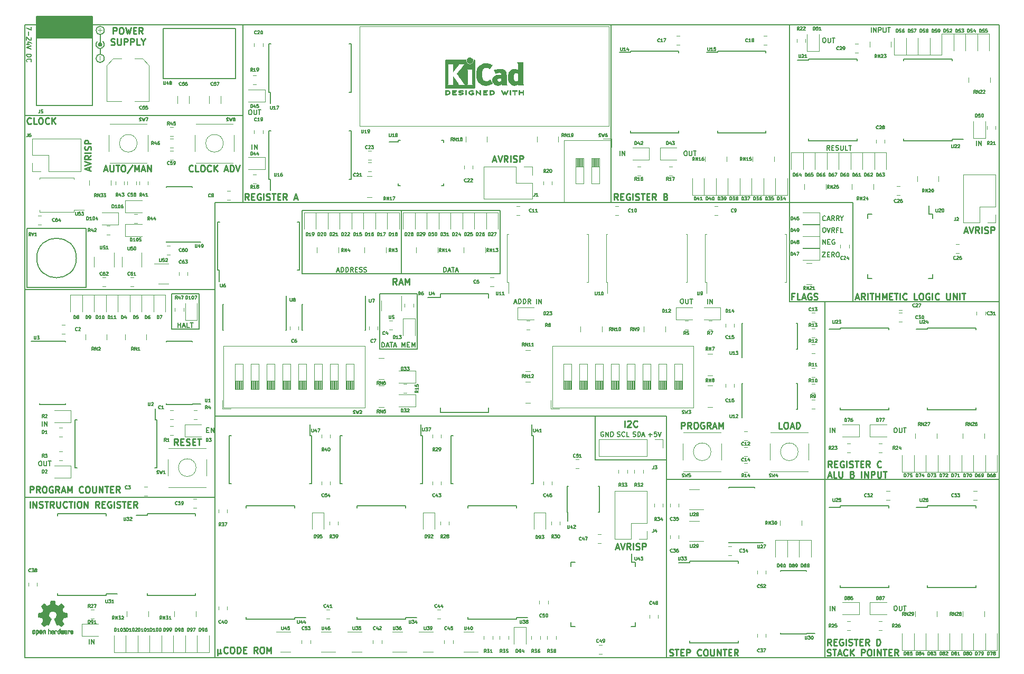
<source format=gto>
G04 #@! TF.GenerationSoftware,KiCad,Pcbnew,5.1.4+dfsg1-1~bpo10+1*
G04 #@! TF.CreationDate,2019-09-20T11:34:30+08:00*
G04 #@! TF.ProjectId,8-Bit CPU,382d4269-7420-4435-9055-2e6b69636164,rev?*
G04 #@! TF.SameCoordinates,Original*
G04 #@! TF.FileFunction,Legend,Top*
G04 #@! TF.FilePolarity,Positive*
%FSLAX46Y46*%
G04 Gerber Fmt 4.6, Leading zero omitted, Abs format (unit mm)*
G04 Created by KiCad (PCBNEW 5.1.4+dfsg1-1~bpo10+1) date 2019-09-20 11:34:30*
%MOMM*%
%LPD*%
G04 APERTURE LIST*
%ADD10C,0.254000*%
%ADD11C,0.150000*%
%ADD12C,0.177800*%
%ADD13C,0.190500*%
%ADD14C,0.010000*%
%ADD15C,0.120000*%
%ADD16C,0.100000*%
%ADD17C,0.127000*%
G04 APERTURE END LIST*
D10*
X168754576Y-126951619D02*
X168415909Y-126467809D01*
X168174004Y-126951619D02*
X168174004Y-125935619D01*
X168561052Y-125935619D01*
X168657814Y-125984000D01*
X168706195Y-126032380D01*
X168754576Y-126129142D01*
X168754576Y-126274285D01*
X168706195Y-126371047D01*
X168657814Y-126419428D01*
X168561052Y-126467809D01*
X168174004Y-126467809D01*
X169190004Y-126419428D02*
X169528671Y-126419428D01*
X169673814Y-126951619D02*
X169190004Y-126951619D01*
X169190004Y-125935619D01*
X169673814Y-125935619D01*
X170641433Y-125984000D02*
X170544671Y-125935619D01*
X170399528Y-125935619D01*
X170254385Y-125984000D01*
X170157623Y-126080761D01*
X170109242Y-126177523D01*
X170060861Y-126371047D01*
X170060861Y-126516190D01*
X170109242Y-126709714D01*
X170157623Y-126806476D01*
X170254385Y-126903238D01*
X170399528Y-126951619D01*
X170496290Y-126951619D01*
X170641433Y-126903238D01*
X170689814Y-126854857D01*
X170689814Y-126516190D01*
X170496290Y-126516190D01*
X171125242Y-126951619D02*
X171125242Y-125935619D01*
X171560671Y-126903238D02*
X171705814Y-126951619D01*
X171947719Y-126951619D01*
X172044480Y-126903238D01*
X172092861Y-126854857D01*
X172141242Y-126758095D01*
X172141242Y-126661333D01*
X172092861Y-126564571D01*
X172044480Y-126516190D01*
X171947719Y-126467809D01*
X171754195Y-126419428D01*
X171657433Y-126371047D01*
X171609052Y-126322666D01*
X171560671Y-126225904D01*
X171560671Y-126129142D01*
X171609052Y-126032380D01*
X171657433Y-125984000D01*
X171754195Y-125935619D01*
X171996100Y-125935619D01*
X172141242Y-125984000D01*
X172431528Y-125935619D02*
X173012100Y-125935619D01*
X172721814Y-126951619D02*
X172721814Y-125935619D01*
X173350766Y-126419428D02*
X173689433Y-126419428D01*
X173834576Y-126951619D02*
X173350766Y-126951619D01*
X173350766Y-125935619D01*
X173834576Y-125935619D01*
X174850576Y-126951619D02*
X174511909Y-126467809D01*
X174270004Y-126951619D02*
X174270004Y-125935619D01*
X174657052Y-125935619D01*
X174753814Y-125984000D01*
X174802195Y-126032380D01*
X174850576Y-126129142D01*
X174850576Y-126274285D01*
X174802195Y-126371047D01*
X174753814Y-126419428D01*
X174657052Y-126467809D01*
X174270004Y-126467809D01*
X176640671Y-126854857D02*
X176592290Y-126903238D01*
X176447147Y-126951619D01*
X176350385Y-126951619D01*
X176205242Y-126903238D01*
X176108480Y-126806476D01*
X176060100Y-126709714D01*
X176011719Y-126516190D01*
X176011719Y-126371047D01*
X176060100Y-126177523D01*
X176108480Y-126080761D01*
X176205242Y-125984000D01*
X176350385Y-125935619D01*
X176447147Y-125935619D01*
X176592290Y-125984000D01*
X176640671Y-126032380D01*
X168627576Y-155526619D02*
X168288909Y-155042809D01*
X168047004Y-155526619D02*
X168047004Y-154510619D01*
X168434052Y-154510619D01*
X168530814Y-154559000D01*
X168579195Y-154607380D01*
X168627576Y-154704142D01*
X168627576Y-154849285D01*
X168579195Y-154946047D01*
X168530814Y-154994428D01*
X168434052Y-155042809D01*
X168047004Y-155042809D01*
X169063004Y-154994428D02*
X169401671Y-154994428D01*
X169546814Y-155526619D02*
X169063004Y-155526619D01*
X169063004Y-154510619D01*
X169546814Y-154510619D01*
X170514433Y-154559000D02*
X170417671Y-154510619D01*
X170272528Y-154510619D01*
X170127385Y-154559000D01*
X170030623Y-154655761D01*
X169982242Y-154752523D01*
X169933861Y-154946047D01*
X169933861Y-155091190D01*
X169982242Y-155284714D01*
X170030623Y-155381476D01*
X170127385Y-155478238D01*
X170272528Y-155526619D01*
X170369290Y-155526619D01*
X170514433Y-155478238D01*
X170562814Y-155429857D01*
X170562814Y-155091190D01*
X170369290Y-155091190D01*
X170998242Y-155526619D02*
X170998242Y-154510619D01*
X171433671Y-155478238D02*
X171578814Y-155526619D01*
X171820719Y-155526619D01*
X171917480Y-155478238D01*
X171965861Y-155429857D01*
X172014242Y-155333095D01*
X172014242Y-155236333D01*
X171965861Y-155139571D01*
X171917480Y-155091190D01*
X171820719Y-155042809D01*
X171627195Y-154994428D01*
X171530433Y-154946047D01*
X171482052Y-154897666D01*
X171433671Y-154800904D01*
X171433671Y-154704142D01*
X171482052Y-154607380D01*
X171530433Y-154559000D01*
X171627195Y-154510619D01*
X171869100Y-154510619D01*
X172014242Y-154559000D01*
X172304528Y-154510619D02*
X172885100Y-154510619D01*
X172594814Y-155526619D02*
X172594814Y-154510619D01*
X173223766Y-154994428D02*
X173562433Y-154994428D01*
X173707576Y-155526619D02*
X173223766Y-155526619D01*
X173223766Y-154510619D01*
X173707576Y-154510619D01*
X174723576Y-155526619D02*
X174384909Y-155042809D01*
X174143004Y-155526619D02*
X174143004Y-154510619D01*
X174530052Y-154510619D01*
X174626814Y-154559000D01*
X174675195Y-154607380D01*
X174723576Y-154704142D01*
X174723576Y-154849285D01*
X174675195Y-154946047D01*
X174626814Y-154994428D01*
X174530052Y-155042809D01*
X174143004Y-155042809D01*
X175933100Y-155526619D02*
X175933100Y-154510619D01*
X176175004Y-154510619D01*
X176320147Y-154559000D01*
X176416909Y-154655761D01*
X176465290Y-154752523D01*
X176513671Y-154946047D01*
X176513671Y-155091190D01*
X176465290Y-155284714D01*
X176416909Y-155381476D01*
X176320147Y-155478238D01*
X176175004Y-155526619D01*
X175933100Y-155526619D01*
D11*
X172085000Y-84455000D02*
X172085000Y-100330000D01*
X161925000Y-84455000D02*
X172085000Y-84455000D01*
D10*
X162670671Y-99495428D02*
X162332004Y-99495428D01*
X162332004Y-100027619D02*
X162332004Y-99011619D01*
X162815814Y-99011619D01*
X163686671Y-100027619D02*
X163202861Y-100027619D01*
X163202861Y-99011619D01*
X163976957Y-99737333D02*
X164460766Y-99737333D01*
X163880195Y-100027619D02*
X164218861Y-99011619D01*
X164557528Y-100027619D01*
X165428385Y-99060000D02*
X165331623Y-99011619D01*
X165186480Y-99011619D01*
X165041338Y-99060000D01*
X164944576Y-99156761D01*
X164896195Y-99253523D01*
X164847814Y-99447047D01*
X164847814Y-99592190D01*
X164896195Y-99785714D01*
X164944576Y-99882476D01*
X165041338Y-99979238D01*
X165186480Y-100027619D01*
X165283242Y-100027619D01*
X165428385Y-99979238D01*
X165476766Y-99930857D01*
X165476766Y-99592190D01*
X165283242Y-99592190D01*
X165863814Y-99979238D02*
X166008957Y-100027619D01*
X166250861Y-100027619D01*
X166347623Y-99979238D01*
X166396004Y-99930857D01*
X166444385Y-99834095D01*
X166444385Y-99737333D01*
X166396004Y-99640571D01*
X166347623Y-99592190D01*
X166250861Y-99543809D01*
X166057338Y-99495428D01*
X165960576Y-99447047D01*
X165912195Y-99398666D01*
X165863814Y-99301904D01*
X165863814Y-99205142D01*
X165912195Y-99108380D01*
X165960576Y-99060000D01*
X166057338Y-99011619D01*
X166299242Y-99011619D01*
X166444385Y-99060000D01*
D12*
X167301998Y-91149714D02*
X167301998Y-90387714D01*
X167737427Y-91149714D01*
X167737427Y-90387714D01*
X168100284Y-90750571D02*
X168354284Y-90750571D01*
X168463141Y-91149714D02*
X168100284Y-91149714D01*
X168100284Y-90387714D01*
X168463141Y-90387714D01*
X169188855Y-90424000D02*
X169116284Y-90387714D01*
X169007427Y-90387714D01*
X168898570Y-90424000D01*
X168825998Y-90496571D01*
X168789712Y-90569142D01*
X168753427Y-90714285D01*
X168753427Y-90823142D01*
X168789712Y-90968285D01*
X168825998Y-91040857D01*
X168898570Y-91113428D01*
X169007427Y-91149714D01*
X169079998Y-91149714D01*
X169188855Y-91113428D01*
X169225141Y-91077142D01*
X169225141Y-90823142D01*
X169079998Y-90823142D01*
X167229427Y-92419714D02*
X167737427Y-92419714D01*
X167229427Y-93181714D01*
X167737427Y-93181714D01*
X168027712Y-92782571D02*
X168281712Y-92782571D01*
X168390570Y-93181714D02*
X168027712Y-93181714D01*
X168027712Y-92419714D01*
X168390570Y-92419714D01*
X169152570Y-93181714D02*
X168898570Y-92818857D01*
X168717141Y-93181714D02*
X168717141Y-92419714D01*
X169007427Y-92419714D01*
X169079998Y-92456000D01*
X169116284Y-92492285D01*
X169152570Y-92564857D01*
X169152570Y-92673714D01*
X169116284Y-92746285D01*
X169079998Y-92782571D01*
X169007427Y-92818857D01*
X168717141Y-92818857D01*
X169624284Y-92419714D02*
X169769427Y-92419714D01*
X169841998Y-92456000D01*
X169914570Y-92528571D01*
X169950855Y-92673714D01*
X169950855Y-92927714D01*
X169914570Y-93072857D01*
X169841998Y-93145428D01*
X169769427Y-93181714D01*
X169624284Y-93181714D01*
X169551712Y-93145428D01*
X169479141Y-93072857D01*
X169442855Y-92927714D01*
X169442855Y-92673714D01*
X169479141Y-92528571D01*
X169551712Y-92456000D01*
X169624284Y-92419714D01*
X167737427Y-87267142D02*
X167701141Y-87303428D01*
X167592284Y-87339714D01*
X167519712Y-87339714D01*
X167410855Y-87303428D01*
X167338284Y-87230857D01*
X167301998Y-87158285D01*
X167265712Y-87013142D01*
X167265712Y-86904285D01*
X167301998Y-86759142D01*
X167338284Y-86686571D01*
X167410855Y-86614000D01*
X167519712Y-86577714D01*
X167592284Y-86577714D01*
X167701141Y-86614000D01*
X167737427Y-86650285D01*
X168027712Y-87122000D02*
X168390570Y-87122000D01*
X167955141Y-87339714D02*
X168209141Y-86577714D01*
X168463141Y-87339714D01*
X169152570Y-87339714D02*
X168898570Y-86976857D01*
X168717141Y-87339714D02*
X168717141Y-86577714D01*
X169007427Y-86577714D01*
X169079998Y-86614000D01*
X169116284Y-86650285D01*
X169152570Y-86722857D01*
X169152570Y-86831714D01*
X169116284Y-86904285D01*
X169079998Y-86940571D01*
X169007427Y-86976857D01*
X168717141Y-86976857D01*
X169914570Y-87339714D02*
X169660570Y-86976857D01*
X169479141Y-87339714D02*
X169479141Y-86577714D01*
X169769427Y-86577714D01*
X169841998Y-86614000D01*
X169878284Y-86650285D01*
X169914570Y-86722857D01*
X169914570Y-86831714D01*
X169878284Y-86904285D01*
X169841998Y-86940571D01*
X169769427Y-86976857D01*
X169479141Y-86976857D01*
X170386284Y-86976857D02*
X170386284Y-87339714D01*
X170132284Y-86577714D02*
X170386284Y-86976857D01*
X170640284Y-86577714D01*
X167447141Y-88482714D02*
X167592284Y-88482714D01*
X167664855Y-88519000D01*
X167737427Y-88591571D01*
X167773712Y-88736714D01*
X167773712Y-88990714D01*
X167737427Y-89135857D01*
X167664855Y-89208428D01*
X167592284Y-89244714D01*
X167447141Y-89244714D01*
X167374570Y-89208428D01*
X167301998Y-89135857D01*
X167265712Y-88990714D01*
X167265712Y-88736714D01*
X167301998Y-88591571D01*
X167374570Y-88519000D01*
X167447141Y-88482714D01*
X167991427Y-88482714D02*
X168245427Y-89244714D01*
X168499427Y-88482714D01*
X169188855Y-89244714D02*
X168934855Y-88881857D01*
X168753427Y-89244714D02*
X168753427Y-88482714D01*
X169043712Y-88482714D01*
X169116284Y-88519000D01*
X169152570Y-88555285D01*
X169188855Y-88627857D01*
X169188855Y-88736714D01*
X169152570Y-88809285D01*
X169116284Y-88845571D01*
X169043712Y-88881857D01*
X168753427Y-88881857D01*
X169769427Y-88845571D02*
X169515427Y-88845571D01*
X169515427Y-89244714D02*
X169515427Y-88482714D01*
X169878284Y-88482714D01*
X170531427Y-89244714D02*
X170168570Y-89244714D01*
X170168570Y-88482714D01*
D13*
X49696460Y-155284714D02*
X49696460Y-154522714D01*
X50059317Y-155284714D02*
X50059317Y-154522714D01*
X50494746Y-155284714D01*
X50494746Y-154522714D01*
X63944500Y-104484714D02*
X63944500Y-103722714D01*
X63944500Y-104085571D02*
X64379928Y-104085571D01*
X64379928Y-104484714D02*
X64379928Y-103722714D01*
X64706500Y-104267000D02*
X65069357Y-104267000D01*
X64633928Y-104484714D02*
X64887928Y-103722714D01*
X65141928Y-104484714D01*
X65758785Y-104484714D02*
X65395928Y-104484714D01*
X65395928Y-103722714D01*
X65903928Y-103722714D02*
X66339357Y-103722714D01*
X66121642Y-104484714D02*
X66121642Y-103722714D01*
D11*
X67310000Y-104775000D02*
X62865000Y-104775000D01*
X67310000Y-99060000D02*
X67310000Y-104775000D01*
X62865000Y-99060000D02*
X67310000Y-99060000D01*
X62865000Y-104775000D02*
X62865000Y-99060000D01*
D13*
X191936460Y-75274714D02*
X191936460Y-74512714D01*
X192299317Y-75274714D02*
X192299317Y-74512714D01*
X192734746Y-75274714D01*
X192734746Y-74512714D01*
X167455396Y-58002714D02*
X167600539Y-58002714D01*
X167673110Y-58039000D01*
X167745682Y-58111571D01*
X167781967Y-58256714D01*
X167781967Y-58510714D01*
X167745682Y-58655857D01*
X167673110Y-58728428D01*
X167600539Y-58764714D01*
X167455396Y-58764714D01*
X167382825Y-58728428D01*
X167310253Y-58655857D01*
X167273967Y-58510714D01*
X167273967Y-58256714D01*
X167310253Y-58111571D01*
X167382825Y-58039000D01*
X167455396Y-58002714D01*
X168108539Y-58002714D02*
X168108539Y-58619571D01*
X168144825Y-58692142D01*
X168181110Y-58728428D01*
X168253682Y-58764714D01*
X168398825Y-58764714D01*
X168471396Y-58728428D01*
X168507682Y-58692142D01*
X168543967Y-58619571D01*
X168543967Y-58002714D01*
X168797967Y-58002714D02*
X169233396Y-58002714D01*
X169015682Y-58764714D02*
X169015682Y-58002714D01*
X175060428Y-57113714D02*
X175060428Y-56351714D01*
X175423285Y-57113714D02*
X175423285Y-56351714D01*
X175858714Y-57113714D01*
X175858714Y-56351714D01*
X176221571Y-57113714D02*
X176221571Y-56351714D01*
X176511857Y-56351714D01*
X176584428Y-56388000D01*
X176620714Y-56424285D01*
X176657000Y-56496857D01*
X176657000Y-56605714D01*
X176620714Y-56678285D01*
X176584428Y-56714571D01*
X176511857Y-56750857D01*
X176221571Y-56750857D01*
X176983571Y-56351714D02*
X176983571Y-56968571D01*
X177019857Y-57041142D01*
X177056142Y-57077428D01*
X177128714Y-57113714D01*
X177273857Y-57113714D01*
X177346428Y-57077428D01*
X177382714Y-57041142D01*
X177419000Y-56968571D01*
X177419000Y-56351714D01*
X177673000Y-56351714D02*
X178108428Y-56351714D01*
X177890714Y-57113714D02*
X177890714Y-56351714D01*
X168392928Y-76036714D02*
X168138928Y-75673857D01*
X167957500Y-76036714D02*
X167957500Y-75274714D01*
X168247785Y-75274714D01*
X168320357Y-75311000D01*
X168356642Y-75347285D01*
X168392928Y-75419857D01*
X168392928Y-75528714D01*
X168356642Y-75601285D01*
X168320357Y-75637571D01*
X168247785Y-75673857D01*
X167957500Y-75673857D01*
X168719500Y-75637571D02*
X168973500Y-75637571D01*
X169082357Y-76036714D02*
X168719500Y-76036714D01*
X168719500Y-75274714D01*
X169082357Y-75274714D01*
X169372642Y-76000428D02*
X169481500Y-76036714D01*
X169662928Y-76036714D01*
X169735500Y-76000428D01*
X169771785Y-75964142D01*
X169808071Y-75891571D01*
X169808071Y-75819000D01*
X169771785Y-75746428D01*
X169735500Y-75710142D01*
X169662928Y-75673857D01*
X169517785Y-75637571D01*
X169445214Y-75601285D01*
X169408928Y-75565000D01*
X169372642Y-75492428D01*
X169372642Y-75419857D01*
X169408928Y-75347285D01*
X169445214Y-75311000D01*
X169517785Y-75274714D01*
X169699214Y-75274714D01*
X169808071Y-75311000D01*
X170134642Y-75274714D02*
X170134642Y-75891571D01*
X170170928Y-75964142D01*
X170207214Y-76000428D01*
X170279785Y-76036714D01*
X170424928Y-76036714D01*
X170497500Y-76000428D01*
X170533785Y-75964142D01*
X170570071Y-75891571D01*
X170570071Y-75274714D01*
X171295785Y-76036714D02*
X170932928Y-76036714D01*
X170932928Y-75274714D01*
X171440928Y-75274714D02*
X171876357Y-75274714D01*
X171658642Y-76036714D02*
X171658642Y-75274714D01*
X75800857Y-75909714D02*
X75800857Y-75147714D01*
X76163714Y-75909714D02*
X76163714Y-75147714D01*
X76599142Y-75909714D01*
X76599142Y-75147714D01*
X75438000Y-69559714D02*
X75583142Y-69559714D01*
X75655714Y-69596000D01*
X75728285Y-69668571D01*
X75764571Y-69813714D01*
X75764571Y-70067714D01*
X75728285Y-70212857D01*
X75655714Y-70285428D01*
X75583142Y-70321714D01*
X75438000Y-70321714D01*
X75365428Y-70285428D01*
X75292857Y-70212857D01*
X75256571Y-70067714D01*
X75256571Y-69813714D01*
X75292857Y-69668571D01*
X75365428Y-69596000D01*
X75438000Y-69559714D01*
X76091142Y-69559714D02*
X76091142Y-70176571D01*
X76127428Y-70249142D01*
X76163714Y-70285428D01*
X76236285Y-70321714D01*
X76381428Y-70321714D01*
X76454000Y-70285428D01*
X76490285Y-70249142D01*
X76526571Y-70176571D01*
X76526571Y-69559714D01*
X76780571Y-69559714D02*
X77216000Y-69559714D01*
X76998285Y-70321714D02*
X76998285Y-69559714D01*
X134786460Y-76925714D02*
X134786460Y-76163714D01*
X135149317Y-76925714D02*
X135149317Y-76163714D01*
X135584746Y-76925714D01*
X135584746Y-76163714D01*
X145230396Y-76163714D02*
X145375539Y-76163714D01*
X145448110Y-76200000D01*
X145520682Y-76272571D01*
X145556967Y-76417714D01*
X145556967Y-76671714D01*
X145520682Y-76816857D01*
X145448110Y-76889428D01*
X145375539Y-76925714D01*
X145230396Y-76925714D01*
X145157825Y-76889428D01*
X145085253Y-76816857D01*
X145048967Y-76671714D01*
X145048967Y-76417714D01*
X145085253Y-76272571D01*
X145157825Y-76200000D01*
X145230396Y-76163714D01*
X145883539Y-76163714D02*
X145883539Y-76780571D01*
X145919825Y-76853142D01*
X145956110Y-76889428D01*
X146028682Y-76925714D01*
X146173825Y-76925714D01*
X146246396Y-76889428D01*
X146282682Y-76853142D01*
X146318967Y-76780571D01*
X146318967Y-76163714D01*
X146572967Y-76163714D02*
X147008396Y-76163714D01*
X146790682Y-76925714D02*
X146790682Y-76163714D01*
X168441460Y-149950714D02*
X168441460Y-149188714D01*
X168804317Y-149950714D02*
X168804317Y-149188714D01*
X169239746Y-149950714D01*
X169239746Y-149188714D01*
X178885396Y-149188714D02*
X179030539Y-149188714D01*
X179103110Y-149225000D01*
X179175682Y-149297571D01*
X179211967Y-149442714D01*
X179211967Y-149696714D01*
X179175682Y-149841857D01*
X179103110Y-149914428D01*
X179030539Y-149950714D01*
X178885396Y-149950714D01*
X178812825Y-149914428D01*
X178740253Y-149841857D01*
X178703967Y-149696714D01*
X178703967Y-149442714D01*
X178740253Y-149297571D01*
X178812825Y-149225000D01*
X178885396Y-149188714D01*
X179538539Y-149188714D02*
X179538539Y-149805571D01*
X179574825Y-149878142D01*
X179611110Y-149914428D01*
X179683682Y-149950714D01*
X179828825Y-149950714D01*
X179901396Y-149914428D01*
X179937682Y-149878142D01*
X179973967Y-149805571D01*
X179973967Y-149188714D01*
X180227967Y-149188714D02*
X180663396Y-149188714D01*
X180445682Y-149950714D02*
X180445682Y-149188714D01*
X178885396Y-120613714D02*
X179030539Y-120613714D01*
X179103110Y-120650000D01*
X179175682Y-120722571D01*
X179211967Y-120867714D01*
X179211967Y-121121714D01*
X179175682Y-121266857D01*
X179103110Y-121339428D01*
X179030539Y-121375714D01*
X178885396Y-121375714D01*
X178812825Y-121339428D01*
X178740253Y-121266857D01*
X178703967Y-121121714D01*
X178703967Y-120867714D01*
X178740253Y-120722571D01*
X178812825Y-120650000D01*
X178885396Y-120613714D01*
X179538539Y-120613714D02*
X179538539Y-121230571D01*
X179574825Y-121303142D01*
X179611110Y-121339428D01*
X179683682Y-121375714D01*
X179828825Y-121375714D01*
X179901396Y-121339428D01*
X179937682Y-121303142D01*
X179973967Y-121230571D01*
X179973967Y-120613714D01*
X180227967Y-120613714D02*
X180663396Y-120613714D01*
X180445682Y-121375714D02*
X180445682Y-120613714D01*
X168441460Y-121375714D02*
X168441460Y-120613714D01*
X168804317Y-121375714D02*
X168804317Y-120613714D01*
X169239746Y-121375714D01*
X169239746Y-120613714D01*
X117819714Y-100457000D02*
X118182571Y-100457000D01*
X117747142Y-100674714D02*
X118001142Y-99912714D01*
X118255142Y-100674714D01*
X118509142Y-100674714D02*
X118509142Y-99912714D01*
X118690571Y-99912714D01*
X118799428Y-99949000D01*
X118872000Y-100021571D01*
X118908285Y-100094142D01*
X118944571Y-100239285D01*
X118944571Y-100348142D01*
X118908285Y-100493285D01*
X118872000Y-100565857D01*
X118799428Y-100638428D01*
X118690571Y-100674714D01*
X118509142Y-100674714D01*
X119271142Y-100674714D02*
X119271142Y-99912714D01*
X119452571Y-99912714D01*
X119561428Y-99949000D01*
X119634000Y-100021571D01*
X119670285Y-100094142D01*
X119706571Y-100239285D01*
X119706571Y-100348142D01*
X119670285Y-100493285D01*
X119634000Y-100565857D01*
X119561428Y-100638428D01*
X119452571Y-100674714D01*
X119271142Y-100674714D01*
X120468571Y-100674714D02*
X120214571Y-100311857D01*
X120033142Y-100674714D02*
X120033142Y-99912714D01*
X120323428Y-99912714D01*
X120396000Y-99949000D01*
X120432285Y-99985285D01*
X120468571Y-100057857D01*
X120468571Y-100166714D01*
X120432285Y-100239285D01*
X120396000Y-100275571D01*
X120323428Y-100311857D01*
X120033142Y-100311857D01*
X121375714Y-100674714D02*
X121375714Y-99912714D01*
X121738571Y-100674714D02*
X121738571Y-99912714D01*
X122174000Y-100674714D01*
X122174000Y-99912714D01*
X148825857Y-100674714D02*
X148825857Y-99912714D01*
X149188714Y-100674714D02*
X149188714Y-99912714D01*
X149624142Y-100674714D01*
X149624142Y-99912714D01*
X144653000Y-99912714D02*
X144798142Y-99912714D01*
X144870714Y-99949000D01*
X144943285Y-100021571D01*
X144979571Y-100166714D01*
X144979571Y-100420714D01*
X144943285Y-100565857D01*
X144870714Y-100638428D01*
X144798142Y-100674714D01*
X144653000Y-100674714D01*
X144580428Y-100638428D01*
X144507857Y-100565857D01*
X144471571Y-100420714D01*
X144471571Y-100166714D01*
X144507857Y-100021571D01*
X144580428Y-99949000D01*
X144653000Y-99912714D01*
X145306142Y-99912714D02*
X145306142Y-100529571D01*
X145342428Y-100602142D01*
X145378714Y-100638428D01*
X145451285Y-100674714D01*
X145596428Y-100674714D01*
X145669000Y-100638428D01*
X145705285Y-100602142D01*
X145741571Y-100529571D01*
X145741571Y-99912714D01*
X145995571Y-99912714D02*
X146431000Y-99912714D01*
X146213285Y-100674714D02*
X146213285Y-99912714D01*
D10*
X49699333Y-79254047D02*
X49699333Y-78770238D01*
X49989619Y-79350809D02*
X48973619Y-79012142D01*
X49989619Y-78673476D01*
X48973619Y-78479952D02*
X49989619Y-78141285D01*
X48973619Y-77802619D01*
X49989619Y-76883380D02*
X49505809Y-77222047D01*
X49989619Y-77463952D02*
X48973619Y-77463952D01*
X48973619Y-77076904D01*
X49022000Y-76980142D01*
X49070380Y-76931761D01*
X49167142Y-76883380D01*
X49312285Y-76883380D01*
X49409047Y-76931761D01*
X49457428Y-76980142D01*
X49505809Y-77076904D01*
X49505809Y-77463952D01*
X49989619Y-76447952D02*
X48973619Y-76447952D01*
X49941238Y-76012523D02*
X49989619Y-75867380D01*
X49989619Y-75625476D01*
X49941238Y-75528714D01*
X49892857Y-75480333D01*
X49796095Y-75431952D01*
X49699333Y-75431952D01*
X49602571Y-75480333D01*
X49554190Y-75528714D01*
X49505809Y-75625476D01*
X49457428Y-75819000D01*
X49409047Y-75915761D01*
X49360666Y-75964142D01*
X49263904Y-76012523D01*
X49167142Y-76012523D01*
X49070380Y-75964142D01*
X49022000Y-75915761D01*
X48973619Y-75819000D01*
X48973619Y-75577095D01*
X49022000Y-75431952D01*
X49989619Y-74996523D02*
X48973619Y-74996523D01*
X48973619Y-74609476D01*
X49022000Y-74512714D01*
X49070380Y-74464333D01*
X49167142Y-74415952D01*
X49312285Y-74415952D01*
X49409047Y-74464333D01*
X49457428Y-74512714D01*
X49505809Y-74609476D01*
X49505809Y-74996523D01*
X66312142Y-79356857D02*
X66263761Y-79405238D01*
X66118619Y-79453619D01*
X66021857Y-79453619D01*
X65876714Y-79405238D01*
X65779952Y-79308476D01*
X65731571Y-79211714D01*
X65683190Y-79018190D01*
X65683190Y-78873047D01*
X65731571Y-78679523D01*
X65779952Y-78582761D01*
X65876714Y-78486000D01*
X66021857Y-78437619D01*
X66118619Y-78437619D01*
X66263761Y-78486000D01*
X66312142Y-78534380D01*
X67231380Y-79453619D02*
X66747571Y-79453619D01*
X66747571Y-78437619D01*
X67763571Y-78437619D02*
X67957095Y-78437619D01*
X68053857Y-78486000D01*
X68150619Y-78582761D01*
X68199000Y-78776285D01*
X68199000Y-79114952D01*
X68150619Y-79308476D01*
X68053857Y-79405238D01*
X67957095Y-79453619D01*
X67763571Y-79453619D01*
X67666809Y-79405238D01*
X67570047Y-79308476D01*
X67521666Y-79114952D01*
X67521666Y-78776285D01*
X67570047Y-78582761D01*
X67666809Y-78486000D01*
X67763571Y-78437619D01*
X69215000Y-79356857D02*
X69166619Y-79405238D01*
X69021476Y-79453619D01*
X68924714Y-79453619D01*
X68779571Y-79405238D01*
X68682809Y-79308476D01*
X68634428Y-79211714D01*
X68586047Y-79018190D01*
X68586047Y-78873047D01*
X68634428Y-78679523D01*
X68682809Y-78582761D01*
X68779571Y-78486000D01*
X68924714Y-78437619D01*
X69021476Y-78437619D01*
X69166619Y-78486000D01*
X69215000Y-78534380D01*
X69650428Y-79453619D02*
X69650428Y-78437619D01*
X70231000Y-79453619D02*
X69795571Y-78873047D01*
X70231000Y-78437619D02*
X69650428Y-79018190D01*
X71392142Y-79163333D02*
X71875952Y-79163333D01*
X71295380Y-79453619D02*
X71634047Y-78437619D01*
X71972714Y-79453619D01*
X72311380Y-79453619D02*
X72311380Y-78437619D01*
X72553285Y-78437619D01*
X72698428Y-78486000D01*
X72795190Y-78582761D01*
X72843571Y-78679523D01*
X72891952Y-78873047D01*
X72891952Y-79018190D01*
X72843571Y-79211714D01*
X72795190Y-79308476D01*
X72698428Y-79405238D01*
X72553285Y-79453619D01*
X72311380Y-79453619D01*
X73182238Y-78437619D02*
X73520904Y-79453619D01*
X73859571Y-78437619D01*
X52106285Y-79163333D02*
X52590095Y-79163333D01*
X52009523Y-79453619D02*
X52348190Y-78437619D01*
X52686857Y-79453619D01*
X53025523Y-78437619D02*
X53025523Y-79260095D01*
X53073904Y-79356857D01*
X53122285Y-79405238D01*
X53219047Y-79453619D01*
X53412571Y-79453619D01*
X53509333Y-79405238D01*
X53557714Y-79356857D01*
X53606095Y-79260095D01*
X53606095Y-78437619D01*
X53944761Y-78437619D02*
X54525333Y-78437619D01*
X54235047Y-79453619D02*
X54235047Y-78437619D01*
X55057523Y-78437619D02*
X55251047Y-78437619D01*
X55347809Y-78486000D01*
X55444571Y-78582761D01*
X55492952Y-78776285D01*
X55492952Y-79114952D01*
X55444571Y-79308476D01*
X55347809Y-79405238D01*
X55251047Y-79453619D01*
X55057523Y-79453619D01*
X54960761Y-79405238D01*
X54864000Y-79308476D01*
X54815619Y-79114952D01*
X54815619Y-78776285D01*
X54864000Y-78582761D01*
X54960761Y-78486000D01*
X55057523Y-78437619D01*
X56654095Y-78389238D02*
X55783238Y-79695523D01*
X56992761Y-79453619D02*
X56992761Y-78437619D01*
X57331428Y-79163333D01*
X57670095Y-78437619D01*
X57670095Y-79453619D01*
X58105523Y-79163333D02*
X58589333Y-79163333D01*
X58008761Y-79453619D02*
X58347428Y-78437619D01*
X58686095Y-79453619D01*
X59024761Y-79453619D02*
X59024761Y-78437619D01*
X59605333Y-79453619D01*
X59605333Y-78437619D01*
D11*
X40422285Y-56224714D02*
X40422285Y-56732714D01*
X39660285Y-56406142D01*
X39950571Y-57023000D02*
X39950571Y-57603571D01*
X40349714Y-57930142D02*
X40386000Y-57966428D01*
X40422285Y-58039000D01*
X40422285Y-58220428D01*
X40386000Y-58293000D01*
X40349714Y-58329285D01*
X40277142Y-58365571D01*
X40204571Y-58365571D01*
X40095714Y-58329285D01*
X39660285Y-57893857D01*
X39660285Y-58365571D01*
X40168285Y-59018714D02*
X39660285Y-59018714D01*
X40458571Y-58837285D02*
X39914285Y-58655857D01*
X39914285Y-59127571D01*
X40422285Y-59309000D02*
X39660285Y-59563000D01*
X40422285Y-59817000D01*
X39660285Y-60651571D02*
X40422285Y-60651571D01*
X40422285Y-60833000D01*
X40386000Y-60941857D01*
X40313428Y-61014428D01*
X40240857Y-61050714D01*
X40095714Y-61087000D01*
X39986857Y-61087000D01*
X39841714Y-61050714D01*
X39769142Y-61014428D01*
X39696571Y-60941857D01*
X39660285Y-60833000D01*
X39660285Y-60651571D01*
X39732857Y-61849000D02*
X39696571Y-61812714D01*
X39660285Y-61703857D01*
X39660285Y-61631285D01*
X39696571Y-61522428D01*
X39769142Y-61449857D01*
X39841714Y-61413571D01*
X39986857Y-61377285D01*
X40095714Y-61377285D01*
X40240857Y-61413571D01*
X40313428Y-61449857D01*
X40386000Y-61522428D01*
X40422285Y-61631285D01*
X40422285Y-61703857D01*
X40386000Y-61812714D01*
X40349714Y-61849000D01*
D10*
X53533523Y-57355619D02*
X53533523Y-56339619D01*
X53920571Y-56339619D01*
X54017333Y-56388000D01*
X54065714Y-56436380D01*
X54114095Y-56533142D01*
X54114095Y-56678285D01*
X54065714Y-56775047D01*
X54017333Y-56823428D01*
X53920571Y-56871809D01*
X53533523Y-56871809D01*
X54743047Y-56339619D02*
X54936571Y-56339619D01*
X55033333Y-56388000D01*
X55130095Y-56484761D01*
X55178476Y-56678285D01*
X55178476Y-57016952D01*
X55130095Y-57210476D01*
X55033333Y-57307238D01*
X54936571Y-57355619D01*
X54743047Y-57355619D01*
X54646285Y-57307238D01*
X54549523Y-57210476D01*
X54501142Y-57016952D01*
X54501142Y-56678285D01*
X54549523Y-56484761D01*
X54646285Y-56388000D01*
X54743047Y-56339619D01*
X55517142Y-56339619D02*
X55759047Y-57355619D01*
X55952571Y-56629904D01*
X56146095Y-57355619D01*
X56388000Y-56339619D01*
X56775047Y-56823428D02*
X57113714Y-56823428D01*
X57258857Y-57355619D02*
X56775047Y-57355619D01*
X56775047Y-56339619D01*
X57258857Y-56339619D01*
X58274857Y-57355619D02*
X57936190Y-56871809D01*
X57694285Y-57355619D02*
X57694285Y-56339619D01*
X58081333Y-56339619D01*
X58178095Y-56388000D01*
X58226476Y-56436380D01*
X58274857Y-56533142D01*
X58274857Y-56678285D01*
X58226476Y-56775047D01*
X58178095Y-56823428D01*
X58081333Y-56871809D01*
X57694285Y-56871809D01*
X53194857Y-59085238D02*
X53340000Y-59133619D01*
X53581904Y-59133619D01*
X53678666Y-59085238D01*
X53727047Y-59036857D01*
X53775428Y-58940095D01*
X53775428Y-58843333D01*
X53727047Y-58746571D01*
X53678666Y-58698190D01*
X53581904Y-58649809D01*
X53388380Y-58601428D01*
X53291619Y-58553047D01*
X53243238Y-58504666D01*
X53194857Y-58407904D01*
X53194857Y-58311142D01*
X53243238Y-58214380D01*
X53291619Y-58166000D01*
X53388380Y-58117619D01*
X53630285Y-58117619D01*
X53775428Y-58166000D01*
X54210857Y-58117619D02*
X54210857Y-58940095D01*
X54259238Y-59036857D01*
X54307619Y-59085238D01*
X54404380Y-59133619D01*
X54597904Y-59133619D01*
X54694666Y-59085238D01*
X54743047Y-59036857D01*
X54791428Y-58940095D01*
X54791428Y-58117619D01*
X55275238Y-59133619D02*
X55275238Y-58117619D01*
X55662285Y-58117619D01*
X55759047Y-58166000D01*
X55807428Y-58214380D01*
X55855809Y-58311142D01*
X55855809Y-58456285D01*
X55807428Y-58553047D01*
X55759047Y-58601428D01*
X55662285Y-58649809D01*
X55275238Y-58649809D01*
X56291238Y-59133619D02*
X56291238Y-58117619D01*
X56678285Y-58117619D01*
X56775047Y-58166000D01*
X56823428Y-58214380D01*
X56871809Y-58311142D01*
X56871809Y-58456285D01*
X56823428Y-58553047D01*
X56775047Y-58601428D01*
X56678285Y-58649809D01*
X56291238Y-58649809D01*
X57791047Y-59133619D02*
X57307238Y-59133619D01*
X57307238Y-58117619D01*
X58323238Y-58649809D02*
X58323238Y-59133619D01*
X57984571Y-58117619D02*
X58323238Y-58649809D01*
X58661904Y-58117619D01*
X40357576Y-71736857D02*
X40309195Y-71785238D01*
X40164052Y-71833619D01*
X40067290Y-71833619D01*
X39922147Y-71785238D01*
X39825385Y-71688476D01*
X39777004Y-71591714D01*
X39728623Y-71398190D01*
X39728623Y-71253047D01*
X39777004Y-71059523D01*
X39825385Y-70962761D01*
X39922147Y-70866000D01*
X40067290Y-70817619D01*
X40164052Y-70817619D01*
X40309195Y-70866000D01*
X40357576Y-70914380D01*
X41276814Y-71833619D02*
X40793004Y-71833619D01*
X40793004Y-70817619D01*
X41809004Y-70817619D02*
X42002528Y-70817619D01*
X42099290Y-70866000D01*
X42196052Y-70962761D01*
X42244433Y-71156285D01*
X42244433Y-71494952D01*
X42196052Y-71688476D01*
X42099290Y-71785238D01*
X42002528Y-71833619D01*
X41809004Y-71833619D01*
X41712242Y-71785238D01*
X41615480Y-71688476D01*
X41567100Y-71494952D01*
X41567100Y-71156285D01*
X41615480Y-70962761D01*
X41712242Y-70866000D01*
X41809004Y-70817619D01*
X43260433Y-71736857D02*
X43212052Y-71785238D01*
X43066909Y-71833619D01*
X42970147Y-71833619D01*
X42825004Y-71785238D01*
X42728242Y-71688476D01*
X42679861Y-71591714D01*
X42631480Y-71398190D01*
X42631480Y-71253047D01*
X42679861Y-71059523D01*
X42728242Y-70962761D01*
X42825004Y-70866000D01*
X42970147Y-70817619D01*
X43066909Y-70817619D01*
X43212052Y-70866000D01*
X43260433Y-70914380D01*
X43695861Y-71833619D02*
X43695861Y-70817619D01*
X44276433Y-71833619D02*
X43841004Y-71253047D01*
X44276433Y-70817619D02*
X43695861Y-71398190D01*
D11*
X74295000Y-70485000D02*
X39370000Y-70485000D01*
D10*
X75282576Y-84025619D02*
X74943909Y-83541809D01*
X74702004Y-84025619D02*
X74702004Y-83009619D01*
X75089052Y-83009619D01*
X75185814Y-83058000D01*
X75234195Y-83106380D01*
X75282576Y-83203142D01*
X75282576Y-83348285D01*
X75234195Y-83445047D01*
X75185814Y-83493428D01*
X75089052Y-83541809D01*
X74702004Y-83541809D01*
X75718004Y-83493428D02*
X76056671Y-83493428D01*
X76201814Y-84025619D02*
X75718004Y-84025619D01*
X75718004Y-83009619D01*
X76201814Y-83009619D01*
X77169433Y-83058000D02*
X77072671Y-83009619D01*
X76927528Y-83009619D01*
X76782385Y-83058000D01*
X76685623Y-83154761D01*
X76637242Y-83251523D01*
X76588861Y-83445047D01*
X76588861Y-83590190D01*
X76637242Y-83783714D01*
X76685623Y-83880476D01*
X76782385Y-83977238D01*
X76927528Y-84025619D01*
X77024290Y-84025619D01*
X77169433Y-83977238D01*
X77217814Y-83928857D01*
X77217814Y-83590190D01*
X77024290Y-83590190D01*
X77653242Y-84025619D02*
X77653242Y-83009619D01*
X78088671Y-83977238D02*
X78233814Y-84025619D01*
X78475719Y-84025619D01*
X78572480Y-83977238D01*
X78620861Y-83928857D01*
X78669242Y-83832095D01*
X78669242Y-83735333D01*
X78620861Y-83638571D01*
X78572480Y-83590190D01*
X78475719Y-83541809D01*
X78282195Y-83493428D01*
X78185433Y-83445047D01*
X78137052Y-83396666D01*
X78088671Y-83299904D01*
X78088671Y-83203142D01*
X78137052Y-83106380D01*
X78185433Y-83058000D01*
X78282195Y-83009619D01*
X78524100Y-83009619D01*
X78669242Y-83058000D01*
X78959528Y-83009619D02*
X79540100Y-83009619D01*
X79249814Y-84025619D02*
X79249814Y-83009619D01*
X79878766Y-83493428D02*
X80217433Y-83493428D01*
X80362576Y-84025619D02*
X79878766Y-84025619D01*
X79878766Y-83009619D01*
X80362576Y-83009619D01*
X81378576Y-84025619D02*
X81039909Y-83541809D01*
X80798004Y-84025619D02*
X80798004Y-83009619D01*
X81185052Y-83009619D01*
X81281814Y-83058000D01*
X81330195Y-83106380D01*
X81378576Y-83203142D01*
X81378576Y-83348285D01*
X81330195Y-83445047D01*
X81281814Y-83493428D01*
X81185052Y-83541809D01*
X80798004Y-83541809D01*
X82539719Y-83735333D02*
X83023528Y-83735333D01*
X82442957Y-84025619D02*
X82781623Y-83009619D01*
X83120290Y-84025619D01*
D11*
X115570000Y-95885000D02*
X99695000Y-95885000D01*
X115570000Y-85725000D02*
X115570000Y-95885000D01*
X99695000Y-85725000D02*
X115570000Y-85725000D01*
X99695000Y-95885000D02*
X99695000Y-85725000D01*
X83820000Y-95885000D02*
X99695000Y-95885000D01*
X83820000Y-85725000D02*
X83820000Y-95885000D01*
X99695000Y-85725000D02*
X83820000Y-85725000D01*
X74295000Y-55880000D02*
X74295000Y-84455000D01*
D10*
X114420952Y-77639333D02*
X114904761Y-77639333D01*
X114324190Y-77929619D02*
X114662857Y-76913619D01*
X115001523Y-77929619D01*
X115195047Y-76913619D02*
X115533714Y-77929619D01*
X115872380Y-76913619D01*
X116791619Y-77929619D02*
X116452952Y-77445809D01*
X116211047Y-77929619D02*
X116211047Y-76913619D01*
X116598095Y-76913619D01*
X116694857Y-76962000D01*
X116743238Y-77010380D01*
X116791619Y-77107142D01*
X116791619Y-77252285D01*
X116743238Y-77349047D01*
X116694857Y-77397428D01*
X116598095Y-77445809D01*
X116211047Y-77445809D01*
X117227047Y-77929619D02*
X117227047Y-76913619D01*
X117662476Y-77881238D02*
X117807619Y-77929619D01*
X118049523Y-77929619D01*
X118146285Y-77881238D01*
X118194666Y-77832857D01*
X118243047Y-77736095D01*
X118243047Y-77639333D01*
X118194666Y-77542571D01*
X118146285Y-77494190D01*
X118049523Y-77445809D01*
X117856000Y-77397428D01*
X117759238Y-77349047D01*
X117710857Y-77300666D01*
X117662476Y-77203904D01*
X117662476Y-77107142D01*
X117710857Y-77010380D01*
X117759238Y-76962000D01*
X117856000Y-76913619D01*
X118097904Y-76913619D01*
X118243047Y-76962000D01*
X118678476Y-77929619D02*
X118678476Y-76913619D01*
X119065523Y-76913619D01*
X119162285Y-76962000D01*
X119210666Y-77010380D01*
X119259047Y-77107142D01*
X119259047Y-77252285D01*
X119210666Y-77349047D01*
X119162285Y-77397428D01*
X119065523Y-77445809D01*
X118678476Y-77445809D01*
D11*
X39370000Y-55880000D02*
X39370000Y-98425000D01*
X133350000Y-55880000D02*
X39370000Y-55880000D01*
D10*
X189985952Y-89069333D02*
X190469761Y-89069333D01*
X189889190Y-89359619D02*
X190227857Y-88343619D01*
X190566523Y-89359619D01*
X190760047Y-88343619D02*
X191098714Y-89359619D01*
X191437380Y-88343619D01*
X192356619Y-89359619D02*
X192017952Y-88875809D01*
X191776047Y-89359619D02*
X191776047Y-88343619D01*
X192163095Y-88343619D01*
X192259857Y-88392000D01*
X192308238Y-88440380D01*
X192356619Y-88537142D01*
X192356619Y-88682285D01*
X192308238Y-88779047D01*
X192259857Y-88827428D01*
X192163095Y-88875809D01*
X191776047Y-88875809D01*
X192792047Y-89359619D02*
X192792047Y-88343619D01*
X193227476Y-89311238D02*
X193372619Y-89359619D01*
X193614523Y-89359619D01*
X193711285Y-89311238D01*
X193759666Y-89262857D01*
X193808047Y-89166095D01*
X193808047Y-89069333D01*
X193759666Y-88972571D01*
X193711285Y-88924190D01*
X193614523Y-88875809D01*
X193421000Y-88827428D01*
X193324238Y-88779047D01*
X193275857Y-88730666D01*
X193227476Y-88633904D01*
X193227476Y-88537142D01*
X193275857Y-88440380D01*
X193324238Y-88392000D01*
X193421000Y-88343619D01*
X193662904Y-88343619D01*
X193808047Y-88392000D01*
X194243476Y-89359619D02*
X194243476Y-88343619D01*
X194630523Y-88343619D01*
X194727285Y-88392000D01*
X194775666Y-88440380D01*
X194824047Y-88537142D01*
X194824047Y-88682285D01*
X194775666Y-88779047D01*
X194727285Y-88827428D01*
X194630523Y-88875809D01*
X194243476Y-88875809D01*
X172570623Y-99737333D02*
X173054433Y-99737333D01*
X172473861Y-100027619D02*
X172812528Y-99011619D01*
X173151195Y-100027619D01*
X174070433Y-100027619D02*
X173731766Y-99543809D01*
X173489861Y-100027619D02*
X173489861Y-99011619D01*
X173876909Y-99011619D01*
X173973671Y-99060000D01*
X174022052Y-99108380D01*
X174070433Y-99205142D01*
X174070433Y-99350285D01*
X174022052Y-99447047D01*
X173973671Y-99495428D01*
X173876909Y-99543809D01*
X173489861Y-99543809D01*
X174505861Y-100027619D02*
X174505861Y-99011619D01*
X174844528Y-99011619D02*
X175425100Y-99011619D01*
X175134814Y-100027619D02*
X175134814Y-99011619D01*
X175763766Y-100027619D02*
X175763766Y-99011619D01*
X175763766Y-99495428D02*
X176344338Y-99495428D01*
X176344338Y-100027619D02*
X176344338Y-99011619D01*
X176828147Y-100027619D02*
X176828147Y-99011619D01*
X177166814Y-99737333D01*
X177505480Y-99011619D01*
X177505480Y-100027619D01*
X177989290Y-99495428D02*
X178327957Y-99495428D01*
X178473100Y-100027619D02*
X177989290Y-100027619D01*
X177989290Y-99011619D01*
X178473100Y-99011619D01*
X178763385Y-99011619D02*
X179343957Y-99011619D01*
X179053671Y-100027619D02*
X179053671Y-99011619D01*
X179682623Y-100027619D02*
X179682623Y-99011619D01*
X180747004Y-99930857D02*
X180698623Y-99979238D01*
X180553480Y-100027619D01*
X180456719Y-100027619D01*
X180311576Y-99979238D01*
X180214814Y-99882476D01*
X180166433Y-99785714D01*
X180118052Y-99592190D01*
X180118052Y-99447047D01*
X180166433Y-99253523D01*
X180214814Y-99156761D01*
X180311576Y-99060000D01*
X180456719Y-99011619D01*
X180553480Y-99011619D01*
X180698623Y-99060000D01*
X180747004Y-99108380D01*
X182440338Y-100027619D02*
X181956528Y-100027619D01*
X181956528Y-99011619D01*
X182972528Y-99011619D02*
X183166052Y-99011619D01*
X183262814Y-99060000D01*
X183359576Y-99156761D01*
X183407957Y-99350285D01*
X183407957Y-99688952D01*
X183359576Y-99882476D01*
X183262814Y-99979238D01*
X183166052Y-100027619D01*
X182972528Y-100027619D01*
X182875766Y-99979238D01*
X182779004Y-99882476D01*
X182730623Y-99688952D01*
X182730623Y-99350285D01*
X182779004Y-99156761D01*
X182875766Y-99060000D01*
X182972528Y-99011619D01*
X184375576Y-99060000D02*
X184278814Y-99011619D01*
X184133671Y-99011619D01*
X183988528Y-99060000D01*
X183891766Y-99156761D01*
X183843385Y-99253523D01*
X183795004Y-99447047D01*
X183795004Y-99592190D01*
X183843385Y-99785714D01*
X183891766Y-99882476D01*
X183988528Y-99979238D01*
X184133671Y-100027619D01*
X184230433Y-100027619D01*
X184375576Y-99979238D01*
X184423957Y-99930857D01*
X184423957Y-99592190D01*
X184230433Y-99592190D01*
X184859385Y-100027619D02*
X184859385Y-99011619D01*
X185923766Y-99930857D02*
X185875385Y-99979238D01*
X185730242Y-100027619D01*
X185633480Y-100027619D01*
X185488338Y-99979238D01*
X185391576Y-99882476D01*
X185343195Y-99785714D01*
X185294814Y-99592190D01*
X185294814Y-99447047D01*
X185343195Y-99253523D01*
X185391576Y-99156761D01*
X185488338Y-99060000D01*
X185633480Y-99011619D01*
X185730242Y-99011619D01*
X185875385Y-99060000D01*
X185923766Y-99108380D01*
X187133290Y-99011619D02*
X187133290Y-99834095D01*
X187181671Y-99930857D01*
X187230052Y-99979238D01*
X187326814Y-100027619D01*
X187520338Y-100027619D01*
X187617100Y-99979238D01*
X187665480Y-99930857D01*
X187713861Y-99834095D01*
X187713861Y-99011619D01*
X188197671Y-100027619D02*
X188197671Y-99011619D01*
X188778242Y-100027619D01*
X188778242Y-99011619D01*
X189262052Y-100027619D02*
X189262052Y-99011619D01*
X189600719Y-99011619D02*
X190181290Y-99011619D01*
X189891004Y-100027619D02*
X189891004Y-99011619D01*
X134464576Y-84025619D02*
X134125909Y-83541809D01*
X133884004Y-84025619D02*
X133884004Y-83009619D01*
X134271052Y-83009619D01*
X134367814Y-83058000D01*
X134416195Y-83106380D01*
X134464576Y-83203142D01*
X134464576Y-83348285D01*
X134416195Y-83445047D01*
X134367814Y-83493428D01*
X134271052Y-83541809D01*
X133884004Y-83541809D01*
X134900004Y-83493428D02*
X135238671Y-83493428D01*
X135383814Y-84025619D02*
X134900004Y-84025619D01*
X134900004Y-83009619D01*
X135383814Y-83009619D01*
X136351433Y-83058000D02*
X136254671Y-83009619D01*
X136109528Y-83009619D01*
X135964385Y-83058000D01*
X135867623Y-83154761D01*
X135819242Y-83251523D01*
X135770861Y-83445047D01*
X135770861Y-83590190D01*
X135819242Y-83783714D01*
X135867623Y-83880476D01*
X135964385Y-83977238D01*
X136109528Y-84025619D01*
X136206290Y-84025619D01*
X136351433Y-83977238D01*
X136399814Y-83928857D01*
X136399814Y-83590190D01*
X136206290Y-83590190D01*
X136835242Y-84025619D02*
X136835242Y-83009619D01*
X137270671Y-83977238D02*
X137415814Y-84025619D01*
X137657719Y-84025619D01*
X137754480Y-83977238D01*
X137802861Y-83928857D01*
X137851242Y-83832095D01*
X137851242Y-83735333D01*
X137802861Y-83638571D01*
X137754480Y-83590190D01*
X137657719Y-83541809D01*
X137464195Y-83493428D01*
X137367433Y-83445047D01*
X137319052Y-83396666D01*
X137270671Y-83299904D01*
X137270671Y-83203142D01*
X137319052Y-83106380D01*
X137367433Y-83058000D01*
X137464195Y-83009619D01*
X137706100Y-83009619D01*
X137851242Y-83058000D01*
X138141528Y-83009619D02*
X138722100Y-83009619D01*
X138431814Y-84025619D02*
X138431814Y-83009619D01*
X139060766Y-83493428D02*
X139399433Y-83493428D01*
X139544576Y-84025619D02*
X139060766Y-84025619D01*
X139060766Y-83009619D01*
X139544576Y-83009619D01*
X140560576Y-84025619D02*
X140221909Y-83541809D01*
X139980004Y-84025619D02*
X139980004Y-83009619D01*
X140367052Y-83009619D01*
X140463814Y-83058000D01*
X140512195Y-83106380D01*
X140560576Y-83203142D01*
X140560576Y-83348285D01*
X140512195Y-83445047D01*
X140463814Y-83493428D01*
X140367052Y-83541809D01*
X139980004Y-83541809D01*
X142108766Y-83493428D02*
X142253909Y-83541809D01*
X142302290Y-83590190D01*
X142350671Y-83686952D01*
X142350671Y-83832095D01*
X142302290Y-83928857D01*
X142253909Y-83977238D01*
X142157147Y-84025619D01*
X141770100Y-84025619D01*
X141770100Y-83009619D01*
X142108766Y-83009619D01*
X142205528Y-83058000D01*
X142253909Y-83106380D01*
X142302290Y-83203142D01*
X142302290Y-83299904D01*
X142253909Y-83396666D01*
X142205528Y-83445047D01*
X142108766Y-83493428D01*
X141770100Y-83493428D01*
D11*
X133350000Y-55880000D02*
X133350000Y-84455000D01*
X161925000Y-55880000D02*
X133350000Y-55880000D01*
X195580000Y-55880000D02*
X161925000Y-55880000D01*
X195580000Y-100330000D02*
X195580000Y-55880000D01*
X161925000Y-84455000D02*
X161925000Y-55880000D01*
X133985000Y-84455000D02*
X161925000Y-84455000D01*
X161925000Y-100330000D02*
X161925000Y-84455000D01*
X167640000Y-100330000D02*
X161925000Y-100330000D01*
D10*
X160763857Y-120728619D02*
X160280047Y-120728619D01*
X160280047Y-119712619D01*
X161296047Y-119712619D02*
X161489571Y-119712619D01*
X161586333Y-119761000D01*
X161683095Y-119857761D01*
X161731476Y-120051285D01*
X161731476Y-120389952D01*
X161683095Y-120583476D01*
X161586333Y-120680238D01*
X161489571Y-120728619D01*
X161296047Y-120728619D01*
X161199285Y-120680238D01*
X161102523Y-120583476D01*
X161054142Y-120389952D01*
X161054142Y-120051285D01*
X161102523Y-119857761D01*
X161199285Y-119761000D01*
X161296047Y-119712619D01*
X162118523Y-120438333D02*
X162602333Y-120438333D01*
X162021761Y-120728619D02*
X162360428Y-119712619D01*
X162699095Y-120728619D01*
X163037761Y-120728619D02*
X163037761Y-119712619D01*
X163279666Y-119712619D01*
X163424809Y-119761000D01*
X163521571Y-119857761D01*
X163569952Y-119954523D01*
X163618333Y-120148047D01*
X163618333Y-120293190D01*
X163569952Y-120486714D01*
X163521571Y-120583476D01*
X163424809Y-120680238D01*
X163279666Y-120728619D01*
X163037761Y-120728619D01*
X144616714Y-120728619D02*
X144616714Y-119712619D01*
X145003761Y-119712619D01*
X145100523Y-119761000D01*
X145148904Y-119809380D01*
X145197285Y-119906142D01*
X145197285Y-120051285D01*
X145148904Y-120148047D01*
X145100523Y-120196428D01*
X145003761Y-120244809D01*
X144616714Y-120244809D01*
X146213285Y-120728619D02*
X145874619Y-120244809D01*
X145632714Y-120728619D02*
X145632714Y-119712619D01*
X146019761Y-119712619D01*
X146116523Y-119761000D01*
X146164904Y-119809380D01*
X146213285Y-119906142D01*
X146213285Y-120051285D01*
X146164904Y-120148047D01*
X146116523Y-120196428D01*
X146019761Y-120244809D01*
X145632714Y-120244809D01*
X146842238Y-119712619D02*
X147035761Y-119712619D01*
X147132523Y-119761000D01*
X147229285Y-119857761D01*
X147277666Y-120051285D01*
X147277666Y-120389952D01*
X147229285Y-120583476D01*
X147132523Y-120680238D01*
X147035761Y-120728619D01*
X146842238Y-120728619D01*
X146745476Y-120680238D01*
X146648714Y-120583476D01*
X146600333Y-120389952D01*
X146600333Y-120051285D01*
X146648714Y-119857761D01*
X146745476Y-119761000D01*
X146842238Y-119712619D01*
X148245285Y-119761000D02*
X148148523Y-119712619D01*
X148003380Y-119712619D01*
X147858238Y-119761000D01*
X147761476Y-119857761D01*
X147713095Y-119954523D01*
X147664714Y-120148047D01*
X147664714Y-120293190D01*
X147713095Y-120486714D01*
X147761476Y-120583476D01*
X147858238Y-120680238D01*
X148003380Y-120728619D01*
X148100142Y-120728619D01*
X148245285Y-120680238D01*
X148293666Y-120631857D01*
X148293666Y-120293190D01*
X148100142Y-120293190D01*
X149309666Y-120728619D02*
X148971000Y-120244809D01*
X148729095Y-120728619D02*
X148729095Y-119712619D01*
X149116142Y-119712619D01*
X149212904Y-119761000D01*
X149261285Y-119809380D01*
X149309666Y-119906142D01*
X149309666Y-120051285D01*
X149261285Y-120148047D01*
X149212904Y-120196428D01*
X149116142Y-120244809D01*
X148729095Y-120244809D01*
X149696714Y-120438333D02*
X150180523Y-120438333D01*
X149599952Y-120728619D02*
X149938619Y-119712619D01*
X150277285Y-120728619D01*
X150615952Y-120728619D02*
X150615952Y-119712619D01*
X150954619Y-120438333D01*
X151293285Y-119712619D01*
X151293285Y-120728619D01*
D11*
X195580000Y-128905000D02*
X195580000Y-100330000D01*
X195580000Y-100330000D02*
X167640000Y-100330000D01*
D10*
X168125623Y-128312333D02*
X168609433Y-128312333D01*
X168028861Y-128602619D02*
X168367528Y-127586619D01*
X168706195Y-128602619D01*
X169528671Y-128602619D02*
X169044861Y-128602619D01*
X169044861Y-127586619D01*
X169867338Y-127586619D02*
X169867338Y-128409095D01*
X169915719Y-128505857D01*
X169964100Y-128554238D01*
X170060861Y-128602619D01*
X170254385Y-128602619D01*
X170351147Y-128554238D01*
X170399528Y-128505857D01*
X170447909Y-128409095D01*
X170447909Y-127586619D01*
X172044480Y-128070428D02*
X172189623Y-128118809D01*
X172238004Y-128167190D01*
X172286385Y-128263952D01*
X172286385Y-128409095D01*
X172238004Y-128505857D01*
X172189623Y-128554238D01*
X172092861Y-128602619D01*
X171705814Y-128602619D01*
X171705814Y-127586619D01*
X172044480Y-127586619D01*
X172141242Y-127635000D01*
X172189623Y-127683380D01*
X172238004Y-127780142D01*
X172238004Y-127876904D01*
X172189623Y-127973666D01*
X172141242Y-128022047D01*
X172044480Y-128070428D01*
X171705814Y-128070428D01*
X173495909Y-128602619D02*
X173495909Y-127586619D01*
X173979719Y-128602619D02*
X173979719Y-127586619D01*
X174560290Y-128602619D01*
X174560290Y-127586619D01*
X175044100Y-128602619D02*
X175044100Y-127586619D01*
X175431147Y-127586619D01*
X175527909Y-127635000D01*
X175576290Y-127683380D01*
X175624671Y-127780142D01*
X175624671Y-127925285D01*
X175576290Y-128022047D01*
X175527909Y-128070428D01*
X175431147Y-128118809D01*
X175044100Y-128118809D01*
X176060100Y-127586619D02*
X176060100Y-128409095D01*
X176108480Y-128505857D01*
X176156861Y-128554238D01*
X176253623Y-128602619D01*
X176447147Y-128602619D01*
X176543909Y-128554238D01*
X176592290Y-128505857D01*
X176640671Y-128409095D01*
X176640671Y-127586619D01*
X176979338Y-127586619D02*
X177559909Y-127586619D01*
X177269623Y-128602619D02*
X177269623Y-127586619D01*
X98993476Y-97614619D02*
X98654809Y-97130809D01*
X98412904Y-97614619D02*
X98412904Y-96598619D01*
X98799952Y-96598619D01*
X98896714Y-96647000D01*
X98945095Y-96695380D01*
X98993476Y-96792142D01*
X98993476Y-96937285D01*
X98945095Y-97034047D01*
X98896714Y-97082428D01*
X98799952Y-97130809D01*
X98412904Y-97130809D01*
X99380523Y-97324333D02*
X99864333Y-97324333D01*
X99283761Y-97614619D02*
X99622428Y-96598619D01*
X99961095Y-97614619D01*
X100299761Y-97614619D02*
X100299761Y-96598619D01*
X100638428Y-97324333D01*
X100977095Y-96598619D01*
X100977095Y-97614619D01*
D13*
X106489500Y-95594714D02*
X106489500Y-94832714D01*
X106670928Y-94832714D01*
X106779785Y-94869000D01*
X106852357Y-94941571D01*
X106888642Y-95014142D01*
X106924928Y-95159285D01*
X106924928Y-95268142D01*
X106888642Y-95413285D01*
X106852357Y-95485857D01*
X106779785Y-95558428D01*
X106670928Y-95594714D01*
X106489500Y-95594714D01*
X107215214Y-95377000D02*
X107578071Y-95377000D01*
X107142642Y-95594714D02*
X107396642Y-94832714D01*
X107650642Y-95594714D01*
X107795785Y-94832714D02*
X108231214Y-94832714D01*
X108013500Y-95594714D02*
X108013500Y-94832714D01*
X108448928Y-95377000D02*
X108811785Y-95377000D01*
X108376357Y-95594714D02*
X108630357Y-94832714D01*
X108884357Y-95594714D01*
X89362642Y-95377000D02*
X89725500Y-95377000D01*
X89290071Y-95594714D02*
X89544071Y-94832714D01*
X89798071Y-95594714D01*
X90052071Y-95594714D02*
X90052071Y-94832714D01*
X90233500Y-94832714D01*
X90342357Y-94869000D01*
X90414928Y-94941571D01*
X90451214Y-95014142D01*
X90487500Y-95159285D01*
X90487500Y-95268142D01*
X90451214Y-95413285D01*
X90414928Y-95485857D01*
X90342357Y-95558428D01*
X90233500Y-95594714D01*
X90052071Y-95594714D01*
X90814071Y-95594714D02*
X90814071Y-94832714D01*
X90995500Y-94832714D01*
X91104357Y-94869000D01*
X91176928Y-94941571D01*
X91213214Y-95014142D01*
X91249500Y-95159285D01*
X91249500Y-95268142D01*
X91213214Y-95413285D01*
X91176928Y-95485857D01*
X91104357Y-95558428D01*
X90995500Y-95594714D01*
X90814071Y-95594714D01*
X92011500Y-95594714D02*
X91757500Y-95231857D01*
X91576071Y-95594714D02*
X91576071Y-94832714D01*
X91866357Y-94832714D01*
X91938928Y-94869000D01*
X91975214Y-94905285D01*
X92011500Y-94977857D01*
X92011500Y-95086714D01*
X91975214Y-95159285D01*
X91938928Y-95195571D01*
X91866357Y-95231857D01*
X91576071Y-95231857D01*
X92338071Y-95195571D02*
X92592071Y-95195571D01*
X92700928Y-95594714D02*
X92338071Y-95594714D01*
X92338071Y-94832714D01*
X92700928Y-94832714D01*
X92991214Y-95558428D02*
X93100071Y-95594714D01*
X93281500Y-95594714D01*
X93354071Y-95558428D01*
X93390357Y-95522142D01*
X93426642Y-95449571D01*
X93426642Y-95377000D01*
X93390357Y-95304428D01*
X93354071Y-95268142D01*
X93281500Y-95231857D01*
X93136357Y-95195571D01*
X93063785Y-95159285D01*
X93027500Y-95123000D01*
X92991214Y-95050428D01*
X92991214Y-94977857D01*
X93027500Y-94905285D01*
X93063785Y-94869000D01*
X93136357Y-94832714D01*
X93317785Y-94832714D01*
X93426642Y-94869000D01*
X93716928Y-95558428D02*
X93825785Y-95594714D01*
X94007214Y-95594714D01*
X94079785Y-95558428D01*
X94116071Y-95522142D01*
X94152357Y-95449571D01*
X94152357Y-95377000D01*
X94116071Y-95304428D01*
X94079785Y-95268142D01*
X94007214Y-95231857D01*
X93862071Y-95195571D01*
X93789500Y-95159285D01*
X93753214Y-95123000D01*
X93716928Y-95050428D01*
X93716928Y-94977857D01*
X93753214Y-94905285D01*
X93789500Y-94869000D01*
X93862071Y-94832714D01*
X94043500Y-94832714D01*
X94152357Y-94869000D01*
D11*
X96266000Y-107950000D02*
X96266000Y-99060000D01*
X102235000Y-107950000D02*
X96266000Y-107950000D01*
X102235000Y-99060000D02*
X102235000Y-107950000D01*
X96266000Y-99060000D02*
X102235000Y-99060000D01*
D13*
X96601642Y-107659714D02*
X96601642Y-106897714D01*
X96783071Y-106897714D01*
X96891928Y-106934000D01*
X96964500Y-107006571D01*
X97000785Y-107079142D01*
X97037071Y-107224285D01*
X97037071Y-107333142D01*
X97000785Y-107478285D01*
X96964500Y-107550857D01*
X96891928Y-107623428D01*
X96783071Y-107659714D01*
X96601642Y-107659714D01*
X97327357Y-107442000D02*
X97690214Y-107442000D01*
X97254785Y-107659714D02*
X97508785Y-106897714D01*
X97762785Y-107659714D01*
X97907928Y-106897714D02*
X98343357Y-106897714D01*
X98125642Y-107659714D02*
X98125642Y-106897714D01*
X98561071Y-107442000D02*
X98923928Y-107442000D01*
X98488500Y-107659714D02*
X98742500Y-106897714D01*
X98996500Y-107659714D01*
X99831071Y-107659714D02*
X99831071Y-106897714D01*
X100085071Y-107442000D01*
X100339071Y-106897714D01*
X100339071Y-107659714D01*
X100701928Y-107260571D02*
X100955928Y-107260571D01*
X101064785Y-107659714D02*
X100701928Y-107659714D01*
X100701928Y-106897714D01*
X101064785Y-106897714D01*
X101391357Y-107659714D02*
X101391357Y-106897714D01*
X101645357Y-107442000D01*
X101899357Y-106897714D01*
X101899357Y-107659714D01*
D11*
X39370000Y-98425000D02*
X69850000Y-98425000D01*
X39370000Y-130810000D02*
X39370000Y-98425000D01*
D10*
X63929380Y-123395619D02*
X63590714Y-122911809D01*
X63348809Y-123395619D02*
X63348809Y-122379619D01*
X63735857Y-122379619D01*
X63832619Y-122428000D01*
X63881000Y-122476380D01*
X63929380Y-122573142D01*
X63929380Y-122718285D01*
X63881000Y-122815047D01*
X63832619Y-122863428D01*
X63735857Y-122911809D01*
X63348809Y-122911809D01*
X64364809Y-122863428D02*
X64703476Y-122863428D01*
X64848619Y-123395619D02*
X64364809Y-123395619D01*
X64364809Y-122379619D01*
X64848619Y-122379619D01*
X65235666Y-123347238D02*
X65380809Y-123395619D01*
X65622714Y-123395619D01*
X65719476Y-123347238D01*
X65767857Y-123298857D01*
X65816238Y-123202095D01*
X65816238Y-123105333D01*
X65767857Y-123008571D01*
X65719476Y-122960190D01*
X65622714Y-122911809D01*
X65429190Y-122863428D01*
X65332428Y-122815047D01*
X65284047Y-122766666D01*
X65235666Y-122669904D01*
X65235666Y-122573142D01*
X65284047Y-122476380D01*
X65332428Y-122428000D01*
X65429190Y-122379619D01*
X65671095Y-122379619D01*
X65816238Y-122428000D01*
X66251666Y-122863428D02*
X66590333Y-122863428D01*
X66735476Y-123395619D02*
X66251666Y-123395619D01*
X66251666Y-122379619D01*
X66735476Y-122379619D01*
X67025761Y-122379619D02*
X67606333Y-122379619D01*
X67316047Y-123395619D02*
X67316047Y-122379619D01*
D11*
X130810000Y-125730000D02*
X142240000Y-125730000D01*
X130810000Y-125730000D02*
X130810000Y-118745000D01*
X69850000Y-118745000D02*
X69850000Y-84455000D01*
X167640000Y-122555000D02*
X167640000Y-100330000D01*
X69850000Y-84455000D02*
X161925000Y-84455000D01*
X142240000Y-128905000D02*
X167640000Y-128905000D01*
X167640000Y-123190000D02*
X167640000Y-122555000D01*
X167640000Y-157480000D02*
X167640000Y-123190000D01*
X142240000Y-157480000D02*
X167640000Y-157480000D01*
X69850000Y-118745000D02*
X69850000Y-130810000D01*
X142240000Y-118745000D02*
X69850000Y-118745000D01*
X142240000Y-157480000D02*
X142240000Y-118745000D01*
X69850000Y-157480000D02*
X142240000Y-157480000D01*
X69850000Y-157480000D02*
X39370000Y-157480000D01*
X69850000Y-130810000D02*
X69850000Y-157480000D01*
X39370000Y-131762500D02*
X69850000Y-131762500D01*
X39370000Y-157480000D02*
X39370000Y-130810000D01*
D13*
X42145857Y-120359714D02*
X42145857Y-119597714D01*
X42508714Y-120359714D02*
X42508714Y-119597714D01*
X42944142Y-120359714D01*
X42944142Y-119597714D01*
X41783000Y-125947714D02*
X41928142Y-125947714D01*
X42000714Y-125984000D01*
X42073285Y-126056571D01*
X42109571Y-126201714D01*
X42109571Y-126455714D01*
X42073285Y-126600857D01*
X42000714Y-126673428D01*
X41928142Y-126709714D01*
X41783000Y-126709714D01*
X41710428Y-126673428D01*
X41637857Y-126600857D01*
X41601571Y-126455714D01*
X41601571Y-126201714D01*
X41637857Y-126056571D01*
X41710428Y-125984000D01*
X41783000Y-125947714D01*
X42436142Y-125947714D02*
X42436142Y-126564571D01*
X42472428Y-126637142D01*
X42508714Y-126673428D01*
X42581285Y-126709714D01*
X42726428Y-126709714D01*
X42799000Y-126673428D01*
X42835285Y-126637142D01*
X42871571Y-126564571D01*
X42871571Y-125947714D01*
X43125571Y-125947714D02*
X43561000Y-125947714D01*
X43343285Y-126709714D02*
X43343285Y-125947714D01*
X68525571Y-120976571D02*
X68779571Y-120976571D01*
X68888428Y-121375714D02*
X68525571Y-121375714D01*
X68525571Y-120613714D01*
X68888428Y-120613714D01*
X69215000Y-121375714D02*
X69215000Y-120613714D01*
X69650428Y-121375714D01*
X69650428Y-120613714D01*
D10*
X70243095Y-156119285D02*
X70243095Y-157135285D01*
X70726904Y-156651476D02*
X70775285Y-156748238D01*
X70872047Y-156796619D01*
X70243095Y-156651476D02*
X70291476Y-156748238D01*
X70388238Y-156796619D01*
X70581761Y-156796619D01*
X70678523Y-156748238D01*
X70726904Y-156651476D01*
X70726904Y-156119285D01*
X71888047Y-156699857D02*
X71839666Y-156748238D01*
X71694523Y-156796619D01*
X71597761Y-156796619D01*
X71452619Y-156748238D01*
X71355857Y-156651476D01*
X71307476Y-156554714D01*
X71259095Y-156361190D01*
X71259095Y-156216047D01*
X71307476Y-156022523D01*
X71355857Y-155925761D01*
X71452619Y-155829000D01*
X71597761Y-155780619D01*
X71694523Y-155780619D01*
X71839666Y-155829000D01*
X71888047Y-155877380D01*
X72517000Y-155780619D02*
X72710523Y-155780619D01*
X72807285Y-155829000D01*
X72904047Y-155925761D01*
X72952428Y-156119285D01*
X72952428Y-156457952D01*
X72904047Y-156651476D01*
X72807285Y-156748238D01*
X72710523Y-156796619D01*
X72517000Y-156796619D01*
X72420238Y-156748238D01*
X72323476Y-156651476D01*
X72275095Y-156457952D01*
X72275095Y-156119285D01*
X72323476Y-155925761D01*
X72420238Y-155829000D01*
X72517000Y-155780619D01*
X73387857Y-156796619D02*
X73387857Y-155780619D01*
X73629761Y-155780619D01*
X73774904Y-155829000D01*
X73871666Y-155925761D01*
X73920047Y-156022523D01*
X73968428Y-156216047D01*
X73968428Y-156361190D01*
X73920047Y-156554714D01*
X73871666Y-156651476D01*
X73774904Y-156748238D01*
X73629761Y-156796619D01*
X73387857Y-156796619D01*
X74403857Y-156264428D02*
X74742523Y-156264428D01*
X74887666Y-156796619D02*
X74403857Y-156796619D01*
X74403857Y-155780619D01*
X74887666Y-155780619D01*
X76677761Y-156796619D02*
X76339095Y-156312809D01*
X76097190Y-156796619D02*
X76097190Y-155780619D01*
X76484238Y-155780619D01*
X76581000Y-155829000D01*
X76629380Y-155877380D01*
X76677761Y-155974142D01*
X76677761Y-156119285D01*
X76629380Y-156216047D01*
X76581000Y-156264428D01*
X76484238Y-156312809D01*
X76097190Y-156312809D01*
X77306714Y-155780619D02*
X77500238Y-155780619D01*
X77597000Y-155829000D01*
X77693761Y-155925761D01*
X77742142Y-156119285D01*
X77742142Y-156457952D01*
X77693761Y-156651476D01*
X77597000Y-156748238D01*
X77500238Y-156796619D01*
X77306714Y-156796619D01*
X77209952Y-156748238D01*
X77113190Y-156651476D01*
X77064809Y-156457952D01*
X77064809Y-156119285D01*
X77113190Y-155925761D01*
X77209952Y-155829000D01*
X77306714Y-155780619D01*
X78177571Y-156796619D02*
X78177571Y-155780619D01*
X78516238Y-156506333D01*
X78854904Y-155780619D01*
X78854904Y-156796619D01*
X142717761Y-157129238D02*
X142862904Y-157177619D01*
X143104809Y-157177619D01*
X143201571Y-157129238D01*
X143249952Y-157080857D01*
X143298333Y-156984095D01*
X143298333Y-156887333D01*
X143249952Y-156790571D01*
X143201571Y-156742190D01*
X143104809Y-156693809D01*
X142911285Y-156645428D01*
X142814523Y-156597047D01*
X142766142Y-156548666D01*
X142717761Y-156451904D01*
X142717761Y-156355142D01*
X142766142Y-156258380D01*
X142814523Y-156210000D01*
X142911285Y-156161619D01*
X143153190Y-156161619D01*
X143298333Y-156210000D01*
X143588619Y-156161619D02*
X144169190Y-156161619D01*
X143878904Y-157177619D02*
X143878904Y-156161619D01*
X144507857Y-156645428D02*
X144846523Y-156645428D01*
X144991666Y-157177619D02*
X144507857Y-157177619D01*
X144507857Y-156161619D01*
X144991666Y-156161619D01*
X145427095Y-157177619D02*
X145427095Y-156161619D01*
X145814142Y-156161619D01*
X145910904Y-156210000D01*
X145959285Y-156258380D01*
X146007666Y-156355142D01*
X146007666Y-156500285D01*
X145959285Y-156597047D01*
X145910904Y-156645428D01*
X145814142Y-156693809D01*
X145427095Y-156693809D01*
X147797761Y-157080857D02*
X147749380Y-157129238D01*
X147604238Y-157177619D01*
X147507476Y-157177619D01*
X147362333Y-157129238D01*
X147265571Y-157032476D01*
X147217190Y-156935714D01*
X147168809Y-156742190D01*
X147168809Y-156597047D01*
X147217190Y-156403523D01*
X147265571Y-156306761D01*
X147362333Y-156210000D01*
X147507476Y-156161619D01*
X147604238Y-156161619D01*
X147749380Y-156210000D01*
X147797761Y-156258380D01*
X148426714Y-156161619D02*
X148620238Y-156161619D01*
X148717000Y-156210000D01*
X148813761Y-156306761D01*
X148862142Y-156500285D01*
X148862142Y-156838952D01*
X148813761Y-157032476D01*
X148717000Y-157129238D01*
X148620238Y-157177619D01*
X148426714Y-157177619D01*
X148329952Y-157129238D01*
X148233190Y-157032476D01*
X148184809Y-156838952D01*
X148184809Y-156500285D01*
X148233190Y-156306761D01*
X148329952Y-156210000D01*
X148426714Y-156161619D01*
X149297571Y-156161619D02*
X149297571Y-156984095D01*
X149345952Y-157080857D01*
X149394333Y-157129238D01*
X149491095Y-157177619D01*
X149684619Y-157177619D01*
X149781380Y-157129238D01*
X149829761Y-157080857D01*
X149878142Y-156984095D01*
X149878142Y-156161619D01*
X150361952Y-157177619D02*
X150361952Y-156161619D01*
X150942523Y-157177619D01*
X150942523Y-156161619D01*
X151281190Y-156161619D02*
X151861761Y-156161619D01*
X151571476Y-157177619D02*
X151571476Y-156161619D01*
X152200428Y-156645428D02*
X152539095Y-156645428D01*
X152684238Y-157177619D02*
X152200428Y-157177619D01*
X152200428Y-156161619D01*
X152684238Y-156161619D01*
X153700238Y-157177619D02*
X153361571Y-156693809D01*
X153119666Y-157177619D02*
X153119666Y-156161619D01*
X153506714Y-156161619D01*
X153603476Y-156210000D01*
X153651857Y-156258380D01*
X153700238Y-156355142D01*
X153700238Y-156500285D01*
X153651857Y-156597047D01*
X153603476Y-156645428D01*
X153506714Y-156693809D01*
X153119666Y-156693809D01*
X40180380Y-133428619D02*
X40180380Y-132412619D01*
X40664190Y-133428619D02*
X40664190Y-132412619D01*
X41244761Y-133428619D01*
X41244761Y-132412619D01*
X41680190Y-133380238D02*
X41825333Y-133428619D01*
X42067238Y-133428619D01*
X42164000Y-133380238D01*
X42212380Y-133331857D01*
X42260761Y-133235095D01*
X42260761Y-133138333D01*
X42212380Y-133041571D01*
X42164000Y-132993190D01*
X42067238Y-132944809D01*
X41873714Y-132896428D01*
X41776952Y-132848047D01*
X41728571Y-132799666D01*
X41680190Y-132702904D01*
X41680190Y-132606142D01*
X41728571Y-132509380D01*
X41776952Y-132461000D01*
X41873714Y-132412619D01*
X42115619Y-132412619D01*
X42260761Y-132461000D01*
X42551047Y-132412619D02*
X43131619Y-132412619D01*
X42841333Y-133428619D02*
X42841333Y-132412619D01*
X44050857Y-133428619D02*
X43712190Y-132944809D01*
X43470285Y-133428619D02*
X43470285Y-132412619D01*
X43857333Y-132412619D01*
X43954095Y-132461000D01*
X44002476Y-132509380D01*
X44050857Y-132606142D01*
X44050857Y-132751285D01*
X44002476Y-132848047D01*
X43954095Y-132896428D01*
X43857333Y-132944809D01*
X43470285Y-132944809D01*
X44486285Y-132412619D02*
X44486285Y-133235095D01*
X44534666Y-133331857D01*
X44583047Y-133380238D01*
X44679809Y-133428619D01*
X44873333Y-133428619D01*
X44970095Y-133380238D01*
X45018476Y-133331857D01*
X45066857Y-133235095D01*
X45066857Y-132412619D01*
X46131238Y-133331857D02*
X46082857Y-133380238D01*
X45937714Y-133428619D01*
X45840952Y-133428619D01*
X45695809Y-133380238D01*
X45599047Y-133283476D01*
X45550666Y-133186714D01*
X45502285Y-132993190D01*
X45502285Y-132848047D01*
X45550666Y-132654523D01*
X45599047Y-132557761D01*
X45695809Y-132461000D01*
X45840952Y-132412619D01*
X45937714Y-132412619D01*
X46082857Y-132461000D01*
X46131238Y-132509380D01*
X46421523Y-132412619D02*
X47002095Y-132412619D01*
X46711809Y-133428619D02*
X46711809Y-132412619D01*
X47340761Y-133428619D02*
X47340761Y-132412619D01*
X48018095Y-132412619D02*
X48211619Y-132412619D01*
X48308380Y-132461000D01*
X48405142Y-132557761D01*
X48453523Y-132751285D01*
X48453523Y-133089952D01*
X48405142Y-133283476D01*
X48308380Y-133380238D01*
X48211619Y-133428619D01*
X48018095Y-133428619D01*
X47921333Y-133380238D01*
X47824571Y-133283476D01*
X47776190Y-133089952D01*
X47776190Y-132751285D01*
X47824571Y-132557761D01*
X47921333Y-132461000D01*
X48018095Y-132412619D01*
X48888952Y-133428619D02*
X48888952Y-132412619D01*
X49469523Y-133428619D01*
X49469523Y-132412619D01*
X51308000Y-133428619D02*
X50969333Y-132944809D01*
X50727428Y-133428619D02*
X50727428Y-132412619D01*
X51114476Y-132412619D01*
X51211238Y-132461000D01*
X51259619Y-132509380D01*
X51308000Y-132606142D01*
X51308000Y-132751285D01*
X51259619Y-132848047D01*
X51211238Y-132896428D01*
X51114476Y-132944809D01*
X50727428Y-132944809D01*
X51743428Y-132896428D02*
X52082095Y-132896428D01*
X52227238Y-133428619D02*
X51743428Y-133428619D01*
X51743428Y-132412619D01*
X52227238Y-132412619D01*
X53194857Y-132461000D02*
X53098095Y-132412619D01*
X52952952Y-132412619D01*
X52807809Y-132461000D01*
X52711047Y-132557761D01*
X52662666Y-132654523D01*
X52614285Y-132848047D01*
X52614285Y-132993190D01*
X52662666Y-133186714D01*
X52711047Y-133283476D01*
X52807809Y-133380238D01*
X52952952Y-133428619D01*
X53049714Y-133428619D01*
X53194857Y-133380238D01*
X53243238Y-133331857D01*
X53243238Y-132993190D01*
X53049714Y-132993190D01*
X53678666Y-133428619D02*
X53678666Y-132412619D01*
X54114095Y-133380238D02*
X54259238Y-133428619D01*
X54501142Y-133428619D01*
X54597904Y-133380238D01*
X54646285Y-133331857D01*
X54694666Y-133235095D01*
X54694666Y-133138333D01*
X54646285Y-133041571D01*
X54597904Y-132993190D01*
X54501142Y-132944809D01*
X54307619Y-132896428D01*
X54210857Y-132848047D01*
X54162476Y-132799666D01*
X54114095Y-132702904D01*
X54114095Y-132606142D01*
X54162476Y-132509380D01*
X54210857Y-132461000D01*
X54307619Y-132412619D01*
X54549523Y-132412619D01*
X54694666Y-132461000D01*
X54984952Y-132412619D02*
X55565523Y-132412619D01*
X55275238Y-133428619D02*
X55275238Y-132412619D01*
X55904190Y-132896428D02*
X56242857Y-132896428D01*
X56388000Y-133428619D02*
X55904190Y-133428619D01*
X55904190Y-132412619D01*
X56388000Y-132412619D01*
X57404000Y-133428619D02*
X57065333Y-132944809D01*
X56823428Y-133428619D02*
X56823428Y-132412619D01*
X57210476Y-132412619D01*
X57307238Y-132461000D01*
X57355619Y-132509380D01*
X57404000Y-132606142D01*
X57404000Y-132751285D01*
X57355619Y-132848047D01*
X57307238Y-132896428D01*
X57210476Y-132944809D01*
X56823428Y-132944809D01*
X134105952Y-139869333D02*
X134589761Y-139869333D01*
X134009190Y-140159619D02*
X134347857Y-139143619D01*
X134686523Y-140159619D01*
X134880047Y-139143619D02*
X135218714Y-140159619D01*
X135557380Y-139143619D01*
X136476619Y-140159619D02*
X136137952Y-139675809D01*
X135896047Y-140159619D02*
X135896047Y-139143619D01*
X136283095Y-139143619D01*
X136379857Y-139192000D01*
X136428238Y-139240380D01*
X136476619Y-139337142D01*
X136476619Y-139482285D01*
X136428238Y-139579047D01*
X136379857Y-139627428D01*
X136283095Y-139675809D01*
X135896047Y-139675809D01*
X136912047Y-140159619D02*
X136912047Y-139143619D01*
X137347476Y-140111238D02*
X137492619Y-140159619D01*
X137734523Y-140159619D01*
X137831285Y-140111238D01*
X137879666Y-140062857D01*
X137928047Y-139966095D01*
X137928047Y-139869333D01*
X137879666Y-139772571D01*
X137831285Y-139724190D01*
X137734523Y-139675809D01*
X137541000Y-139627428D01*
X137444238Y-139579047D01*
X137395857Y-139530666D01*
X137347476Y-139433904D01*
X137347476Y-139337142D01*
X137395857Y-139240380D01*
X137444238Y-139192000D01*
X137541000Y-139143619D01*
X137782904Y-139143619D01*
X137928047Y-139192000D01*
X138363476Y-140159619D02*
X138363476Y-139143619D01*
X138750523Y-139143619D01*
X138847285Y-139192000D01*
X138895666Y-139240380D01*
X138944047Y-139337142D01*
X138944047Y-139482285D01*
X138895666Y-139579047D01*
X138847285Y-139627428D01*
X138750523Y-139675809D01*
X138363476Y-139675809D01*
X135533190Y-120474619D02*
X135533190Y-119458619D01*
X135968619Y-119555380D02*
X136017000Y-119507000D01*
X136113761Y-119458619D01*
X136355666Y-119458619D01*
X136452428Y-119507000D01*
X136500809Y-119555380D01*
X136549190Y-119652142D01*
X136549190Y-119748904D01*
X136500809Y-119894047D01*
X135920238Y-120474619D01*
X136549190Y-120474619D01*
X137565190Y-120377857D02*
X137516809Y-120426238D01*
X137371666Y-120474619D01*
X137274904Y-120474619D01*
X137129761Y-120426238D01*
X137033000Y-120329476D01*
X136984619Y-120232714D01*
X136936238Y-120039190D01*
X136936238Y-119894047D01*
X136984619Y-119700523D01*
X137033000Y-119603761D01*
X137129761Y-119507000D01*
X137274904Y-119458619D01*
X137371666Y-119458619D01*
X137516809Y-119507000D01*
X137565190Y-119555380D01*
D13*
X139355285Y-121720428D02*
X139935857Y-121720428D01*
X139645571Y-122010714D02*
X139645571Y-121430142D01*
X140661571Y-121248714D02*
X140298714Y-121248714D01*
X140262428Y-121611571D01*
X140298714Y-121575285D01*
X140371285Y-121539000D01*
X140552714Y-121539000D01*
X140625285Y-121575285D01*
X140661571Y-121611571D01*
X140697857Y-121684142D01*
X140697857Y-121865571D01*
X140661571Y-121938142D01*
X140625285Y-121974428D01*
X140552714Y-122010714D01*
X140371285Y-122010714D01*
X140298714Y-121974428D01*
X140262428Y-121938142D01*
X140915571Y-121248714D02*
X141169571Y-122010714D01*
X141423571Y-121248714D01*
X136869714Y-121974428D02*
X136978571Y-122010714D01*
X137160000Y-122010714D01*
X137232571Y-121974428D01*
X137268857Y-121938142D01*
X137305142Y-121865571D01*
X137305142Y-121793000D01*
X137268857Y-121720428D01*
X137232571Y-121684142D01*
X137160000Y-121647857D01*
X137014857Y-121611571D01*
X136942285Y-121575285D01*
X136906000Y-121539000D01*
X136869714Y-121466428D01*
X136869714Y-121393857D01*
X136906000Y-121321285D01*
X136942285Y-121285000D01*
X137014857Y-121248714D01*
X137196285Y-121248714D01*
X137305142Y-121285000D01*
X137631714Y-122010714D02*
X137631714Y-121248714D01*
X137813142Y-121248714D01*
X137922000Y-121285000D01*
X137994571Y-121357571D01*
X138030857Y-121430142D01*
X138067142Y-121575285D01*
X138067142Y-121684142D01*
X138030857Y-121829285D01*
X137994571Y-121901857D01*
X137922000Y-121974428D01*
X137813142Y-122010714D01*
X137631714Y-122010714D01*
X138357428Y-121793000D02*
X138720285Y-121793000D01*
X138284857Y-122010714D02*
X138538857Y-121248714D01*
X138792857Y-122010714D01*
X134347857Y-121974428D02*
X134456714Y-122010714D01*
X134638142Y-122010714D01*
X134710714Y-121974428D01*
X134747000Y-121938142D01*
X134783285Y-121865571D01*
X134783285Y-121793000D01*
X134747000Y-121720428D01*
X134710714Y-121684142D01*
X134638142Y-121647857D01*
X134493000Y-121611571D01*
X134420428Y-121575285D01*
X134384142Y-121539000D01*
X134347857Y-121466428D01*
X134347857Y-121393857D01*
X134384142Y-121321285D01*
X134420428Y-121285000D01*
X134493000Y-121248714D01*
X134674428Y-121248714D01*
X134783285Y-121285000D01*
X135545285Y-121938142D02*
X135509000Y-121974428D01*
X135400142Y-122010714D01*
X135327571Y-122010714D01*
X135218714Y-121974428D01*
X135146142Y-121901857D01*
X135109857Y-121829285D01*
X135073571Y-121684142D01*
X135073571Y-121575285D01*
X135109857Y-121430142D01*
X135146142Y-121357571D01*
X135218714Y-121285000D01*
X135327571Y-121248714D01*
X135400142Y-121248714D01*
X135509000Y-121285000D01*
X135545285Y-121321285D01*
X136234714Y-122010714D02*
X135871857Y-122010714D01*
X135871857Y-121248714D01*
X132134428Y-121285000D02*
X132061857Y-121248714D01*
X131953000Y-121248714D01*
X131844142Y-121285000D01*
X131771571Y-121357571D01*
X131735285Y-121430142D01*
X131699000Y-121575285D01*
X131699000Y-121684142D01*
X131735285Y-121829285D01*
X131771571Y-121901857D01*
X131844142Y-121974428D01*
X131953000Y-122010714D01*
X132025571Y-122010714D01*
X132134428Y-121974428D01*
X132170714Y-121938142D01*
X132170714Y-121684142D01*
X132025571Y-121684142D01*
X132497285Y-122010714D02*
X132497285Y-121248714D01*
X132932714Y-122010714D01*
X132932714Y-121248714D01*
X133295571Y-122010714D02*
X133295571Y-121248714D01*
X133477000Y-121248714D01*
X133585857Y-121285000D01*
X133658428Y-121357571D01*
X133694714Y-121430142D01*
X133731000Y-121575285D01*
X133731000Y-121684142D01*
X133694714Y-121829285D01*
X133658428Y-121901857D01*
X133585857Y-121974428D01*
X133477000Y-122010714D01*
X133295571Y-122010714D01*
D10*
X40186428Y-131015619D02*
X40186428Y-129999619D01*
X40573476Y-129999619D01*
X40670238Y-130048000D01*
X40718619Y-130096380D01*
X40767000Y-130193142D01*
X40767000Y-130338285D01*
X40718619Y-130435047D01*
X40670238Y-130483428D01*
X40573476Y-130531809D01*
X40186428Y-130531809D01*
X41783000Y-131015619D02*
X41444333Y-130531809D01*
X41202428Y-131015619D02*
X41202428Y-129999619D01*
X41589476Y-129999619D01*
X41686238Y-130048000D01*
X41734619Y-130096380D01*
X41783000Y-130193142D01*
X41783000Y-130338285D01*
X41734619Y-130435047D01*
X41686238Y-130483428D01*
X41589476Y-130531809D01*
X41202428Y-130531809D01*
X42411952Y-129999619D02*
X42605476Y-129999619D01*
X42702238Y-130048000D01*
X42799000Y-130144761D01*
X42847380Y-130338285D01*
X42847380Y-130676952D01*
X42799000Y-130870476D01*
X42702238Y-130967238D01*
X42605476Y-131015619D01*
X42411952Y-131015619D01*
X42315190Y-130967238D01*
X42218428Y-130870476D01*
X42170047Y-130676952D01*
X42170047Y-130338285D01*
X42218428Y-130144761D01*
X42315190Y-130048000D01*
X42411952Y-129999619D01*
X43815000Y-130048000D02*
X43718238Y-129999619D01*
X43573095Y-129999619D01*
X43427952Y-130048000D01*
X43331190Y-130144761D01*
X43282809Y-130241523D01*
X43234428Y-130435047D01*
X43234428Y-130580190D01*
X43282809Y-130773714D01*
X43331190Y-130870476D01*
X43427952Y-130967238D01*
X43573095Y-131015619D01*
X43669857Y-131015619D01*
X43815000Y-130967238D01*
X43863380Y-130918857D01*
X43863380Y-130580190D01*
X43669857Y-130580190D01*
X44879380Y-131015619D02*
X44540714Y-130531809D01*
X44298809Y-131015619D02*
X44298809Y-129999619D01*
X44685857Y-129999619D01*
X44782619Y-130048000D01*
X44831000Y-130096380D01*
X44879380Y-130193142D01*
X44879380Y-130338285D01*
X44831000Y-130435047D01*
X44782619Y-130483428D01*
X44685857Y-130531809D01*
X44298809Y-130531809D01*
X45266428Y-130725333D02*
X45750238Y-130725333D01*
X45169666Y-131015619D02*
X45508333Y-129999619D01*
X45846999Y-131015619D01*
X46185666Y-131015619D02*
X46185666Y-129999619D01*
X46524333Y-130725333D01*
X46862999Y-129999619D01*
X46862999Y-131015619D01*
X48701476Y-130918857D02*
X48653095Y-130967238D01*
X48507952Y-131015619D01*
X48411190Y-131015619D01*
X48266047Y-130967238D01*
X48169285Y-130870476D01*
X48120904Y-130773714D01*
X48072523Y-130580190D01*
X48072523Y-130435047D01*
X48120904Y-130241523D01*
X48169285Y-130144761D01*
X48266047Y-130048000D01*
X48411190Y-129999619D01*
X48507952Y-129999619D01*
X48653095Y-130048000D01*
X48701476Y-130096380D01*
X49330428Y-129999619D02*
X49523952Y-129999619D01*
X49620714Y-130048000D01*
X49717476Y-130144761D01*
X49765857Y-130338285D01*
X49765857Y-130676952D01*
X49717476Y-130870476D01*
X49620714Y-130967238D01*
X49523952Y-131015619D01*
X49330428Y-131015619D01*
X49233666Y-130967238D01*
X49136904Y-130870476D01*
X49088523Y-130676952D01*
X49088523Y-130338285D01*
X49136904Y-130144761D01*
X49233666Y-130048000D01*
X49330428Y-129999619D01*
X50201285Y-129999619D02*
X50201285Y-130822095D01*
X50249666Y-130918857D01*
X50298047Y-130967238D01*
X50394809Y-131015619D01*
X50588333Y-131015619D01*
X50685095Y-130967238D01*
X50733476Y-130918857D01*
X50781857Y-130822095D01*
X50781857Y-129999619D01*
X51265666Y-131015619D02*
X51265666Y-129999619D01*
X51846238Y-131015619D01*
X51846238Y-129999619D01*
X52184904Y-129999619D02*
X52765476Y-129999619D01*
X52475190Y-131015619D02*
X52475190Y-129999619D01*
X53104142Y-130483428D02*
X53442809Y-130483428D01*
X53587952Y-131015619D02*
X53104142Y-131015619D01*
X53104142Y-129999619D01*
X53587952Y-129999619D01*
X54603952Y-131015619D02*
X54265285Y-130531809D01*
X54023380Y-131015619D02*
X54023380Y-129999619D01*
X54410428Y-129999619D01*
X54507190Y-130048000D01*
X54555571Y-130096380D01*
X54603952Y-130193142D01*
X54603952Y-130338285D01*
X54555571Y-130435047D01*
X54507190Y-130483428D01*
X54410428Y-130531809D01*
X54023380Y-130531809D01*
X167998623Y-157129238D02*
X168143766Y-157177619D01*
X168385671Y-157177619D01*
X168482433Y-157129238D01*
X168530814Y-157080857D01*
X168579195Y-156984095D01*
X168579195Y-156887333D01*
X168530814Y-156790571D01*
X168482433Y-156742190D01*
X168385671Y-156693809D01*
X168192147Y-156645428D01*
X168095385Y-156597047D01*
X168047004Y-156548666D01*
X167998623Y-156451904D01*
X167998623Y-156355142D01*
X168047004Y-156258380D01*
X168095385Y-156210000D01*
X168192147Y-156161619D01*
X168434052Y-156161619D01*
X168579195Y-156210000D01*
X168869480Y-156161619D02*
X169450052Y-156161619D01*
X169159766Y-157177619D02*
X169159766Y-156161619D01*
X169740338Y-156887333D02*
X170224147Y-156887333D01*
X169643576Y-157177619D02*
X169982242Y-156161619D01*
X170320909Y-157177619D01*
X171240147Y-157080857D02*
X171191766Y-157129238D01*
X171046623Y-157177619D01*
X170949861Y-157177619D01*
X170804719Y-157129238D01*
X170707957Y-157032476D01*
X170659576Y-156935714D01*
X170611195Y-156742190D01*
X170611195Y-156597047D01*
X170659576Y-156403523D01*
X170707957Y-156306761D01*
X170804719Y-156210000D01*
X170949861Y-156161619D01*
X171046623Y-156161619D01*
X171191766Y-156210000D01*
X171240147Y-156258380D01*
X171675576Y-157177619D02*
X171675576Y-156161619D01*
X172256147Y-157177619D02*
X171820719Y-156597047D01*
X172256147Y-156161619D02*
X171675576Y-156742190D01*
X173465671Y-157177619D02*
X173465671Y-156161619D01*
X173852719Y-156161619D01*
X173949480Y-156210000D01*
X173997861Y-156258380D01*
X174046242Y-156355142D01*
X174046242Y-156500285D01*
X173997861Y-156597047D01*
X173949480Y-156645428D01*
X173852719Y-156693809D01*
X173465671Y-156693809D01*
X174675195Y-156161619D02*
X174868719Y-156161619D01*
X174965480Y-156210000D01*
X175062242Y-156306761D01*
X175110623Y-156500285D01*
X175110623Y-156838952D01*
X175062242Y-157032476D01*
X174965480Y-157129238D01*
X174868719Y-157177619D01*
X174675195Y-157177619D01*
X174578433Y-157129238D01*
X174481671Y-157032476D01*
X174433290Y-156838952D01*
X174433290Y-156500285D01*
X174481671Y-156306761D01*
X174578433Y-156210000D01*
X174675195Y-156161619D01*
X175546052Y-157177619D02*
X175546052Y-156161619D01*
X176029861Y-157177619D02*
X176029861Y-156161619D01*
X176610433Y-157177619D01*
X176610433Y-156161619D01*
X176949100Y-156161619D02*
X177529671Y-156161619D01*
X177239385Y-157177619D02*
X177239385Y-156161619D01*
X177868338Y-156645428D02*
X178207004Y-156645428D01*
X178352147Y-157177619D02*
X177868338Y-157177619D01*
X177868338Y-156161619D01*
X178352147Y-156161619D01*
X179368147Y-157177619D02*
X179029480Y-156693809D01*
X178787576Y-157177619D02*
X178787576Y-156161619D01*
X179174623Y-156161619D01*
X179271385Y-156210000D01*
X179319766Y-156258380D01*
X179368147Y-156355142D01*
X179368147Y-156500285D01*
X179319766Y-156597047D01*
X179271385Y-156645428D01*
X179174623Y-156693809D01*
X178787576Y-156693809D01*
D11*
X167640000Y-157480000D02*
X195580000Y-157480000D01*
X167640000Y-128905000D02*
X167640000Y-157480000D01*
X195580000Y-128905000D02*
X167640000Y-128905000D01*
X195580000Y-157480000D02*
X195580000Y-128905000D01*
X145985000Y-142015000D02*
X145985000Y-142265000D01*
X153735000Y-142015000D02*
X153735000Y-142350000D01*
X153735000Y-155165000D02*
X153735000Y-154830000D01*
X145985000Y-155165000D02*
X145985000Y-154830000D01*
X145985000Y-142015000D02*
X153735000Y-142015000D01*
X145985000Y-155165000D02*
X153735000Y-155165000D01*
X145985000Y-142265000D02*
X144185000Y-142265000D01*
D14*
G36*
X43918910Y-148372348D02*
G01*
X43997454Y-148372778D01*
X44054298Y-148373942D01*
X44093105Y-148376207D01*
X44117538Y-148379940D01*
X44131262Y-148385506D01*
X44137940Y-148393273D01*
X44141236Y-148403605D01*
X44141556Y-148404943D01*
X44146562Y-148429079D01*
X44155829Y-148476701D01*
X44168392Y-148542741D01*
X44183287Y-148622128D01*
X44199551Y-148709796D01*
X44200119Y-148712875D01*
X44216410Y-148798789D01*
X44231652Y-148874696D01*
X44244861Y-148936045D01*
X44255054Y-148978282D01*
X44261248Y-148996855D01*
X44261543Y-148997184D01*
X44279788Y-149006253D01*
X44317405Y-149021367D01*
X44366271Y-149039262D01*
X44366543Y-149039358D01*
X44428093Y-149062493D01*
X44500657Y-149091965D01*
X44569057Y-149121597D01*
X44572294Y-149123062D01*
X44683702Y-149173626D01*
X44930399Y-149005160D01*
X45006077Y-148953803D01*
X45074631Y-148907889D01*
X45132088Y-148870030D01*
X45174476Y-148842837D01*
X45197825Y-148828921D01*
X45200042Y-148827889D01*
X45217010Y-148832484D01*
X45248701Y-148854655D01*
X45296352Y-148895447D01*
X45361198Y-148955905D01*
X45427397Y-149020227D01*
X45491214Y-149083612D01*
X45548329Y-149141451D01*
X45595305Y-149190175D01*
X45628703Y-149226210D01*
X45645085Y-149245984D01*
X45645694Y-149247002D01*
X45647505Y-149260572D01*
X45640683Y-149282733D01*
X45623540Y-149316478D01*
X45594393Y-149364800D01*
X45551555Y-149430692D01*
X45494448Y-149515517D01*
X45443766Y-149590177D01*
X45398461Y-149657140D01*
X45361150Y-149712516D01*
X45334452Y-149752420D01*
X45320985Y-149772962D01*
X45320137Y-149774356D01*
X45321781Y-149794038D01*
X45334245Y-149832293D01*
X45355048Y-149881889D01*
X45362462Y-149897728D01*
X45394814Y-149968290D01*
X45429328Y-150048353D01*
X45457365Y-150117629D01*
X45477568Y-150169045D01*
X45493615Y-150208119D01*
X45502888Y-150228541D01*
X45504041Y-150230114D01*
X45521096Y-150232721D01*
X45561298Y-150239863D01*
X45619302Y-150250523D01*
X45689763Y-150263685D01*
X45767335Y-150278333D01*
X45846672Y-150293449D01*
X45922431Y-150308018D01*
X45989264Y-150321022D01*
X46041828Y-150331445D01*
X46074776Y-150338270D01*
X46082857Y-150340199D01*
X46091205Y-150344962D01*
X46097506Y-150355718D01*
X46102045Y-150376098D01*
X46105104Y-150409734D01*
X46106967Y-150460255D01*
X46107918Y-150531292D01*
X46108240Y-150626476D01*
X46108257Y-150665492D01*
X46108257Y-150982799D01*
X46032057Y-150997839D01*
X45989663Y-151005995D01*
X45926400Y-151017899D01*
X45849962Y-151032116D01*
X45768043Y-151047210D01*
X45745400Y-151051355D01*
X45669806Y-151066053D01*
X45603953Y-151080505D01*
X45553366Y-151093375D01*
X45523574Y-151103322D01*
X45518612Y-151106287D01*
X45506426Y-151127283D01*
X45488953Y-151167967D01*
X45469577Y-151220322D01*
X45465734Y-151231600D01*
X45440339Y-151301523D01*
X45408817Y-151380418D01*
X45377969Y-151451266D01*
X45377817Y-151451595D01*
X45326447Y-151562733D01*
X45495399Y-151811253D01*
X45664352Y-152059772D01*
X45447429Y-152277058D01*
X45381819Y-152341726D01*
X45321979Y-152398733D01*
X45271267Y-152445033D01*
X45233046Y-152477584D01*
X45210675Y-152493343D01*
X45207466Y-152494343D01*
X45188626Y-152486469D01*
X45150180Y-152464578D01*
X45096330Y-152431267D01*
X45031276Y-152389131D01*
X44960940Y-152341943D01*
X44889555Y-152293810D01*
X44825908Y-152251928D01*
X44774041Y-152218871D01*
X44737995Y-152197218D01*
X44721867Y-152189543D01*
X44702189Y-152196037D01*
X44664875Y-152213150D01*
X44617621Y-152237326D01*
X44612612Y-152240013D01*
X44548977Y-152271927D01*
X44505341Y-152287579D01*
X44478202Y-152287745D01*
X44464057Y-152273204D01*
X44463975Y-152273000D01*
X44456905Y-152255779D01*
X44440042Y-152214899D01*
X44414695Y-152153525D01*
X44382171Y-152074819D01*
X44343778Y-151981947D01*
X44300822Y-151878072D01*
X44259222Y-151777502D01*
X44213504Y-151666516D01*
X44171526Y-151563703D01*
X44134548Y-151472215D01*
X44103827Y-151395201D01*
X44080622Y-151335815D01*
X44066190Y-151297209D01*
X44061743Y-151282800D01*
X44072896Y-151266272D01*
X44102069Y-151239930D01*
X44140971Y-151210887D01*
X44251757Y-151119039D01*
X44338351Y-151013759D01*
X44399716Y-150897266D01*
X44434815Y-150771776D01*
X44442608Y-150639507D01*
X44436943Y-150578457D01*
X44406078Y-150451795D01*
X44352920Y-150339941D01*
X44280767Y-150244001D01*
X44192917Y-150165076D01*
X44092665Y-150104270D01*
X43983310Y-150062687D01*
X43868147Y-150041428D01*
X43750475Y-150041599D01*
X43633590Y-150064301D01*
X43520789Y-150110638D01*
X43415369Y-150181713D01*
X43371368Y-150221911D01*
X43286979Y-150325129D01*
X43228222Y-150437925D01*
X43194704Y-150557010D01*
X43186035Y-150679095D01*
X43201823Y-150800893D01*
X43241678Y-150919116D01*
X43305207Y-151030475D01*
X43392021Y-151131684D01*
X43489029Y-151210887D01*
X43529437Y-151241162D01*
X43557982Y-151267219D01*
X43568257Y-151282825D01*
X43562877Y-151299843D01*
X43547575Y-151340500D01*
X43523612Y-151401642D01*
X43492244Y-151480119D01*
X43454732Y-151572780D01*
X43412333Y-151676472D01*
X43370663Y-151777526D01*
X43324690Y-151888607D01*
X43282107Y-151991541D01*
X43244221Y-152083165D01*
X43212340Y-152160316D01*
X43187771Y-152219831D01*
X43171820Y-152258544D01*
X43165910Y-152273000D01*
X43151948Y-152287685D01*
X43124940Y-152287642D01*
X43081413Y-152272099D01*
X43017890Y-152240284D01*
X43017388Y-152240013D01*
X42969560Y-152215323D01*
X42930897Y-152197338D01*
X42909095Y-152189614D01*
X42908133Y-152189543D01*
X42891721Y-152197378D01*
X42855487Y-152219165D01*
X42803474Y-152252328D01*
X42739725Y-152294291D01*
X42669060Y-152341943D01*
X42597116Y-152390191D01*
X42532274Y-152432151D01*
X42478735Y-152465227D01*
X42440697Y-152486821D01*
X42422533Y-152494343D01*
X42405808Y-152484457D01*
X42372180Y-152456826D01*
X42325010Y-152414495D01*
X42267658Y-152360505D01*
X42203484Y-152297899D01*
X42182497Y-152276983D01*
X41965499Y-152059623D01*
X42130668Y-151817220D01*
X42180864Y-151742781D01*
X42224919Y-151675972D01*
X42260362Y-151620665D01*
X42284719Y-151580729D01*
X42295522Y-151560036D01*
X42295838Y-151558563D01*
X42290143Y-151539058D01*
X42274826Y-151499822D01*
X42252537Y-151447430D01*
X42236893Y-151412355D01*
X42207641Y-151345201D01*
X42180094Y-151277358D01*
X42158737Y-151220034D01*
X42152935Y-151202572D01*
X42136452Y-151155938D01*
X42120340Y-151119905D01*
X42111490Y-151106287D01*
X42091960Y-151097952D01*
X42049334Y-151086137D01*
X41989145Y-151072181D01*
X41916922Y-151057422D01*
X41884600Y-151051355D01*
X41802522Y-151036273D01*
X41723795Y-151021669D01*
X41656109Y-151008980D01*
X41607160Y-150999642D01*
X41597943Y-150997839D01*
X41521743Y-150982799D01*
X41521743Y-150665492D01*
X41521914Y-150561154D01*
X41522616Y-150482213D01*
X41524134Y-150425038D01*
X41526749Y-150385999D01*
X41530746Y-150361465D01*
X41536409Y-150347805D01*
X41544020Y-150341389D01*
X41547143Y-150340199D01*
X41565978Y-150335980D01*
X41607588Y-150327562D01*
X41666630Y-150315961D01*
X41737757Y-150302195D01*
X41815625Y-150287280D01*
X41894887Y-150272232D01*
X41970198Y-150258069D01*
X42036213Y-150245806D01*
X42087587Y-150236461D01*
X42118975Y-150231050D01*
X42125959Y-150230114D01*
X42132285Y-150217596D01*
X42146290Y-150184246D01*
X42165355Y-150136377D01*
X42172634Y-150117629D01*
X42201996Y-150045195D01*
X42236571Y-149965170D01*
X42267537Y-149897728D01*
X42290323Y-149846159D01*
X42305482Y-149803785D01*
X42310542Y-149777834D01*
X42309736Y-149774356D01*
X42299041Y-149757936D01*
X42274620Y-149721417D01*
X42239095Y-149668687D01*
X42195087Y-149603635D01*
X42145217Y-149530151D01*
X42135356Y-149515645D01*
X42077492Y-149429704D01*
X42034956Y-149364261D01*
X42006054Y-149316304D01*
X41989090Y-149282820D01*
X41982367Y-149260795D01*
X41984190Y-149247217D01*
X41984236Y-149247131D01*
X41998586Y-149229297D01*
X42030323Y-149194817D01*
X42076010Y-149147268D01*
X42132204Y-149090222D01*
X42195468Y-149027255D01*
X42202602Y-149020227D01*
X42282330Y-148943020D01*
X42343857Y-148886330D01*
X42388421Y-148849110D01*
X42417257Y-148830315D01*
X42429958Y-148827889D01*
X42448494Y-148838471D01*
X42486961Y-148862916D01*
X42541386Y-148898612D01*
X42607798Y-148942947D01*
X42682225Y-148993311D01*
X42699601Y-149005160D01*
X42946297Y-149173626D01*
X43057706Y-149123062D01*
X43125457Y-149093595D01*
X43198183Y-149063959D01*
X43260703Y-149040330D01*
X43263457Y-149039358D01*
X43312360Y-149021457D01*
X43350057Y-149006320D01*
X43368425Y-148997210D01*
X43368456Y-148997184D01*
X43374285Y-148980717D01*
X43384192Y-148940219D01*
X43397195Y-148880242D01*
X43412309Y-148805340D01*
X43428552Y-148720064D01*
X43429881Y-148712875D01*
X43446175Y-148625014D01*
X43461133Y-148545260D01*
X43473791Y-148478681D01*
X43483186Y-148430347D01*
X43488354Y-148405325D01*
X43488444Y-148404943D01*
X43491589Y-148394299D01*
X43497704Y-148386262D01*
X43510453Y-148380467D01*
X43533500Y-148376547D01*
X43570509Y-148374135D01*
X43625144Y-148372865D01*
X43701067Y-148372371D01*
X43801944Y-148372286D01*
X43815000Y-148372286D01*
X43918910Y-148372348D01*
X43918910Y-148372348D01*
G37*
X43918910Y-148372348D02*
X43997454Y-148372778D01*
X44054298Y-148373942D01*
X44093105Y-148376207D01*
X44117538Y-148379940D01*
X44131262Y-148385506D01*
X44137940Y-148393273D01*
X44141236Y-148403605D01*
X44141556Y-148404943D01*
X44146562Y-148429079D01*
X44155829Y-148476701D01*
X44168392Y-148542741D01*
X44183287Y-148622128D01*
X44199551Y-148709796D01*
X44200119Y-148712875D01*
X44216410Y-148798789D01*
X44231652Y-148874696D01*
X44244861Y-148936045D01*
X44255054Y-148978282D01*
X44261248Y-148996855D01*
X44261543Y-148997184D01*
X44279788Y-149006253D01*
X44317405Y-149021367D01*
X44366271Y-149039262D01*
X44366543Y-149039358D01*
X44428093Y-149062493D01*
X44500657Y-149091965D01*
X44569057Y-149121597D01*
X44572294Y-149123062D01*
X44683702Y-149173626D01*
X44930399Y-149005160D01*
X45006077Y-148953803D01*
X45074631Y-148907889D01*
X45132088Y-148870030D01*
X45174476Y-148842837D01*
X45197825Y-148828921D01*
X45200042Y-148827889D01*
X45217010Y-148832484D01*
X45248701Y-148854655D01*
X45296352Y-148895447D01*
X45361198Y-148955905D01*
X45427397Y-149020227D01*
X45491214Y-149083612D01*
X45548329Y-149141451D01*
X45595305Y-149190175D01*
X45628703Y-149226210D01*
X45645085Y-149245984D01*
X45645694Y-149247002D01*
X45647505Y-149260572D01*
X45640683Y-149282733D01*
X45623540Y-149316478D01*
X45594393Y-149364800D01*
X45551555Y-149430692D01*
X45494448Y-149515517D01*
X45443766Y-149590177D01*
X45398461Y-149657140D01*
X45361150Y-149712516D01*
X45334452Y-149752420D01*
X45320985Y-149772962D01*
X45320137Y-149774356D01*
X45321781Y-149794038D01*
X45334245Y-149832293D01*
X45355048Y-149881889D01*
X45362462Y-149897728D01*
X45394814Y-149968290D01*
X45429328Y-150048353D01*
X45457365Y-150117629D01*
X45477568Y-150169045D01*
X45493615Y-150208119D01*
X45502888Y-150228541D01*
X45504041Y-150230114D01*
X45521096Y-150232721D01*
X45561298Y-150239863D01*
X45619302Y-150250523D01*
X45689763Y-150263685D01*
X45767335Y-150278333D01*
X45846672Y-150293449D01*
X45922431Y-150308018D01*
X45989264Y-150321022D01*
X46041828Y-150331445D01*
X46074776Y-150338270D01*
X46082857Y-150340199D01*
X46091205Y-150344962D01*
X46097506Y-150355718D01*
X46102045Y-150376098D01*
X46105104Y-150409734D01*
X46106967Y-150460255D01*
X46107918Y-150531292D01*
X46108240Y-150626476D01*
X46108257Y-150665492D01*
X46108257Y-150982799D01*
X46032057Y-150997839D01*
X45989663Y-151005995D01*
X45926400Y-151017899D01*
X45849962Y-151032116D01*
X45768043Y-151047210D01*
X45745400Y-151051355D01*
X45669806Y-151066053D01*
X45603953Y-151080505D01*
X45553366Y-151093375D01*
X45523574Y-151103322D01*
X45518612Y-151106287D01*
X45506426Y-151127283D01*
X45488953Y-151167967D01*
X45469577Y-151220322D01*
X45465734Y-151231600D01*
X45440339Y-151301523D01*
X45408817Y-151380418D01*
X45377969Y-151451266D01*
X45377817Y-151451595D01*
X45326447Y-151562733D01*
X45495399Y-151811253D01*
X45664352Y-152059772D01*
X45447429Y-152277058D01*
X45381819Y-152341726D01*
X45321979Y-152398733D01*
X45271267Y-152445033D01*
X45233046Y-152477584D01*
X45210675Y-152493343D01*
X45207466Y-152494343D01*
X45188626Y-152486469D01*
X45150180Y-152464578D01*
X45096330Y-152431267D01*
X45031276Y-152389131D01*
X44960940Y-152341943D01*
X44889555Y-152293810D01*
X44825908Y-152251928D01*
X44774041Y-152218871D01*
X44737995Y-152197218D01*
X44721867Y-152189543D01*
X44702189Y-152196037D01*
X44664875Y-152213150D01*
X44617621Y-152237326D01*
X44612612Y-152240013D01*
X44548977Y-152271927D01*
X44505341Y-152287579D01*
X44478202Y-152287745D01*
X44464057Y-152273204D01*
X44463975Y-152273000D01*
X44456905Y-152255779D01*
X44440042Y-152214899D01*
X44414695Y-152153525D01*
X44382171Y-152074819D01*
X44343778Y-151981947D01*
X44300822Y-151878072D01*
X44259222Y-151777502D01*
X44213504Y-151666516D01*
X44171526Y-151563703D01*
X44134548Y-151472215D01*
X44103827Y-151395201D01*
X44080622Y-151335815D01*
X44066190Y-151297209D01*
X44061743Y-151282800D01*
X44072896Y-151266272D01*
X44102069Y-151239930D01*
X44140971Y-151210887D01*
X44251757Y-151119039D01*
X44338351Y-151013759D01*
X44399716Y-150897266D01*
X44434815Y-150771776D01*
X44442608Y-150639507D01*
X44436943Y-150578457D01*
X44406078Y-150451795D01*
X44352920Y-150339941D01*
X44280767Y-150244001D01*
X44192917Y-150165076D01*
X44092665Y-150104270D01*
X43983310Y-150062687D01*
X43868147Y-150041428D01*
X43750475Y-150041599D01*
X43633590Y-150064301D01*
X43520789Y-150110638D01*
X43415369Y-150181713D01*
X43371368Y-150221911D01*
X43286979Y-150325129D01*
X43228222Y-150437925D01*
X43194704Y-150557010D01*
X43186035Y-150679095D01*
X43201823Y-150800893D01*
X43241678Y-150919116D01*
X43305207Y-151030475D01*
X43392021Y-151131684D01*
X43489029Y-151210887D01*
X43529437Y-151241162D01*
X43557982Y-151267219D01*
X43568257Y-151282825D01*
X43562877Y-151299843D01*
X43547575Y-151340500D01*
X43523612Y-151401642D01*
X43492244Y-151480119D01*
X43454732Y-151572780D01*
X43412333Y-151676472D01*
X43370663Y-151777526D01*
X43324690Y-151888607D01*
X43282107Y-151991541D01*
X43244221Y-152083165D01*
X43212340Y-152160316D01*
X43187771Y-152219831D01*
X43171820Y-152258544D01*
X43165910Y-152273000D01*
X43151948Y-152287685D01*
X43124940Y-152287642D01*
X43081413Y-152272099D01*
X43017890Y-152240284D01*
X43017388Y-152240013D01*
X42969560Y-152215323D01*
X42930897Y-152197338D01*
X42909095Y-152189614D01*
X42908133Y-152189543D01*
X42891721Y-152197378D01*
X42855487Y-152219165D01*
X42803474Y-152252328D01*
X42739725Y-152294291D01*
X42669060Y-152341943D01*
X42597116Y-152390191D01*
X42532274Y-152432151D01*
X42478735Y-152465227D01*
X42440697Y-152486821D01*
X42422533Y-152494343D01*
X42405808Y-152484457D01*
X42372180Y-152456826D01*
X42325010Y-152414495D01*
X42267658Y-152360505D01*
X42203484Y-152297899D01*
X42182497Y-152276983D01*
X41965499Y-152059623D01*
X42130668Y-151817220D01*
X42180864Y-151742781D01*
X42224919Y-151675972D01*
X42260362Y-151620665D01*
X42284719Y-151580729D01*
X42295522Y-151560036D01*
X42295838Y-151558563D01*
X42290143Y-151539058D01*
X42274826Y-151499822D01*
X42252537Y-151447430D01*
X42236893Y-151412355D01*
X42207641Y-151345201D01*
X42180094Y-151277358D01*
X42158737Y-151220034D01*
X42152935Y-151202572D01*
X42136452Y-151155938D01*
X42120340Y-151119905D01*
X42111490Y-151106287D01*
X42091960Y-151097952D01*
X42049334Y-151086137D01*
X41989145Y-151072181D01*
X41916922Y-151057422D01*
X41884600Y-151051355D01*
X41802522Y-151036273D01*
X41723795Y-151021669D01*
X41656109Y-151008980D01*
X41607160Y-150999642D01*
X41597943Y-150997839D01*
X41521743Y-150982799D01*
X41521743Y-150665492D01*
X41521914Y-150561154D01*
X41522616Y-150482213D01*
X41524134Y-150425038D01*
X41526749Y-150385999D01*
X41530746Y-150361465D01*
X41536409Y-150347805D01*
X41544020Y-150341389D01*
X41547143Y-150340199D01*
X41565978Y-150335980D01*
X41607588Y-150327562D01*
X41666630Y-150315961D01*
X41737757Y-150302195D01*
X41815625Y-150287280D01*
X41894887Y-150272232D01*
X41970198Y-150258069D01*
X42036213Y-150245806D01*
X42087587Y-150236461D01*
X42118975Y-150231050D01*
X42125959Y-150230114D01*
X42132285Y-150217596D01*
X42146290Y-150184246D01*
X42165355Y-150136377D01*
X42172634Y-150117629D01*
X42201996Y-150045195D01*
X42236571Y-149965170D01*
X42267537Y-149897728D01*
X42290323Y-149846159D01*
X42305482Y-149803785D01*
X42310542Y-149777834D01*
X42309736Y-149774356D01*
X42299041Y-149757936D01*
X42274620Y-149721417D01*
X42239095Y-149668687D01*
X42195087Y-149603635D01*
X42145217Y-149530151D01*
X42135356Y-149515645D01*
X42077492Y-149429704D01*
X42034956Y-149364261D01*
X42006054Y-149316304D01*
X41989090Y-149282820D01*
X41982367Y-149260795D01*
X41984190Y-149247217D01*
X41984236Y-149247131D01*
X41998586Y-149229297D01*
X42030323Y-149194817D01*
X42076010Y-149147268D01*
X42132204Y-149090222D01*
X42195468Y-149027255D01*
X42202602Y-149020227D01*
X42282330Y-148943020D01*
X42343857Y-148886330D01*
X42388421Y-148849110D01*
X42417257Y-148830315D01*
X42429958Y-148827889D01*
X42448494Y-148838471D01*
X42486961Y-148862916D01*
X42541386Y-148898612D01*
X42607798Y-148942947D01*
X42682225Y-148993311D01*
X42699601Y-149005160D01*
X42946297Y-149173626D01*
X43057706Y-149123062D01*
X43125457Y-149093595D01*
X43198183Y-149063959D01*
X43260703Y-149040330D01*
X43263457Y-149039358D01*
X43312360Y-149021457D01*
X43350057Y-149006320D01*
X43368425Y-148997210D01*
X43368456Y-148997184D01*
X43374285Y-148980717D01*
X43384192Y-148940219D01*
X43397195Y-148880242D01*
X43412309Y-148805340D01*
X43428552Y-148720064D01*
X43429881Y-148712875D01*
X43446175Y-148625014D01*
X43461133Y-148545260D01*
X43473791Y-148478681D01*
X43483186Y-148430347D01*
X43488354Y-148405325D01*
X43488444Y-148404943D01*
X43491589Y-148394299D01*
X43497704Y-148386262D01*
X43510453Y-148380467D01*
X43533500Y-148376547D01*
X43570509Y-148374135D01*
X43625144Y-148372865D01*
X43701067Y-148372371D01*
X43801944Y-148372286D01*
X43815000Y-148372286D01*
X43918910Y-148372348D01*
G36*
X46968595Y-153096966D02*
G01*
X47026021Y-153134497D01*
X47053719Y-153168096D01*
X47075662Y-153229064D01*
X47077405Y-153277308D01*
X47073457Y-153341816D01*
X46924686Y-153406934D01*
X46852349Y-153440202D01*
X46805084Y-153466964D01*
X46780507Y-153490144D01*
X46776237Y-153512667D01*
X46789889Y-153537455D01*
X46804943Y-153553886D01*
X46848746Y-153580235D01*
X46896389Y-153582081D01*
X46940145Y-153561546D01*
X46972289Y-153520752D01*
X46978038Y-153506347D01*
X47005576Y-153461356D01*
X47037258Y-153442182D01*
X47080714Y-153425779D01*
X47080714Y-153487966D01*
X47076872Y-153530283D01*
X47061823Y-153565969D01*
X47030280Y-153606943D01*
X47025592Y-153612267D01*
X46990506Y-153648720D01*
X46960347Y-153668283D01*
X46922615Y-153677283D01*
X46891335Y-153680230D01*
X46835385Y-153680965D01*
X46795555Y-153671660D01*
X46770708Y-153657846D01*
X46731656Y-153627467D01*
X46704625Y-153594613D01*
X46687517Y-153553294D01*
X46678238Y-153497521D01*
X46674693Y-153421305D01*
X46674410Y-153382622D01*
X46675372Y-153336247D01*
X46763007Y-153336247D01*
X46764023Y-153361126D01*
X46766556Y-153365200D01*
X46783274Y-153359665D01*
X46819249Y-153345017D01*
X46867331Y-153324190D01*
X46877386Y-153319714D01*
X46938152Y-153288814D01*
X46971632Y-153261657D01*
X46978990Y-153236220D01*
X46961391Y-153210481D01*
X46946856Y-153199109D01*
X46894410Y-153176364D01*
X46845322Y-153180122D01*
X46804227Y-153207884D01*
X46775758Y-153257152D01*
X46766631Y-153296257D01*
X46763007Y-153336247D01*
X46675372Y-153336247D01*
X46676285Y-153292249D01*
X46683196Y-153225384D01*
X46696884Y-153176695D01*
X46719096Y-153140849D01*
X46751574Y-153112513D01*
X46765733Y-153103355D01*
X46830053Y-153079507D01*
X46900473Y-153078006D01*
X46968595Y-153096966D01*
X46968595Y-153096966D01*
G37*
X46968595Y-153096966D02*
X47026021Y-153134497D01*
X47053719Y-153168096D01*
X47075662Y-153229064D01*
X47077405Y-153277308D01*
X47073457Y-153341816D01*
X46924686Y-153406934D01*
X46852349Y-153440202D01*
X46805084Y-153466964D01*
X46780507Y-153490144D01*
X46776237Y-153512667D01*
X46789889Y-153537455D01*
X46804943Y-153553886D01*
X46848746Y-153580235D01*
X46896389Y-153582081D01*
X46940145Y-153561546D01*
X46972289Y-153520752D01*
X46978038Y-153506347D01*
X47005576Y-153461356D01*
X47037258Y-153442182D01*
X47080714Y-153425779D01*
X47080714Y-153487966D01*
X47076872Y-153530283D01*
X47061823Y-153565969D01*
X47030280Y-153606943D01*
X47025592Y-153612267D01*
X46990506Y-153648720D01*
X46960347Y-153668283D01*
X46922615Y-153677283D01*
X46891335Y-153680230D01*
X46835385Y-153680965D01*
X46795555Y-153671660D01*
X46770708Y-153657846D01*
X46731656Y-153627467D01*
X46704625Y-153594613D01*
X46687517Y-153553294D01*
X46678238Y-153497521D01*
X46674693Y-153421305D01*
X46674410Y-153382622D01*
X46675372Y-153336247D01*
X46763007Y-153336247D01*
X46764023Y-153361126D01*
X46766556Y-153365200D01*
X46783274Y-153359665D01*
X46819249Y-153345017D01*
X46867331Y-153324190D01*
X46877386Y-153319714D01*
X46938152Y-153288814D01*
X46971632Y-153261657D01*
X46978990Y-153236220D01*
X46961391Y-153210481D01*
X46946856Y-153199109D01*
X46894410Y-153176364D01*
X46845322Y-153180122D01*
X46804227Y-153207884D01*
X46775758Y-153257152D01*
X46766631Y-153296257D01*
X46763007Y-153336247D01*
X46675372Y-153336247D01*
X46676285Y-153292249D01*
X46683196Y-153225384D01*
X46696884Y-153176695D01*
X46719096Y-153140849D01*
X46751574Y-153112513D01*
X46765733Y-153103355D01*
X46830053Y-153079507D01*
X46900473Y-153078006D01*
X46968595Y-153096966D01*
G36*
X46467600Y-153088752D02*
G01*
X46484948Y-153096334D01*
X46526356Y-153129128D01*
X46561765Y-153176547D01*
X46583664Y-153227151D01*
X46587229Y-153252098D01*
X46575279Y-153286927D01*
X46549067Y-153305357D01*
X46520964Y-153316516D01*
X46508095Y-153318572D01*
X46501829Y-153303649D01*
X46489456Y-153271175D01*
X46484028Y-153256502D01*
X46453590Y-153205744D01*
X46409520Y-153180427D01*
X46353010Y-153181206D01*
X46348825Y-153182203D01*
X46318655Y-153196507D01*
X46296476Y-153224393D01*
X46281327Y-153269287D01*
X46272250Y-153334615D01*
X46268286Y-153423804D01*
X46267914Y-153471261D01*
X46267730Y-153546071D01*
X46266522Y-153597069D01*
X46263309Y-153629471D01*
X46257109Y-153648495D01*
X46246940Y-153659356D01*
X46231819Y-153667272D01*
X46230946Y-153667670D01*
X46201828Y-153679981D01*
X46187403Y-153684514D01*
X46185186Y-153670809D01*
X46183289Y-153632925D01*
X46181847Y-153575715D01*
X46180998Y-153504027D01*
X46180829Y-153451565D01*
X46181692Y-153350047D01*
X46185070Y-153273032D01*
X46192142Y-153216023D01*
X46204088Y-153174526D01*
X46222090Y-153144043D01*
X46247327Y-153120080D01*
X46272247Y-153103355D01*
X46332171Y-153081097D01*
X46401911Y-153076076D01*
X46467600Y-153088752D01*
X46467600Y-153088752D01*
G37*
X46467600Y-153088752D02*
X46484948Y-153096334D01*
X46526356Y-153129128D01*
X46561765Y-153176547D01*
X46583664Y-153227151D01*
X46587229Y-153252098D01*
X46575279Y-153286927D01*
X46549067Y-153305357D01*
X46520964Y-153316516D01*
X46508095Y-153318572D01*
X46501829Y-153303649D01*
X46489456Y-153271175D01*
X46484028Y-153256502D01*
X46453590Y-153205744D01*
X46409520Y-153180427D01*
X46353010Y-153181206D01*
X46348825Y-153182203D01*
X46318655Y-153196507D01*
X46296476Y-153224393D01*
X46281327Y-153269287D01*
X46272250Y-153334615D01*
X46268286Y-153423804D01*
X46267914Y-153471261D01*
X46267730Y-153546071D01*
X46266522Y-153597069D01*
X46263309Y-153629471D01*
X46257109Y-153648495D01*
X46246940Y-153659356D01*
X46231819Y-153667272D01*
X46230946Y-153667670D01*
X46201828Y-153679981D01*
X46187403Y-153684514D01*
X46185186Y-153670809D01*
X46183289Y-153632925D01*
X46181847Y-153575715D01*
X46180998Y-153504027D01*
X46180829Y-153451565D01*
X46181692Y-153350047D01*
X46185070Y-153273032D01*
X46192142Y-153216023D01*
X46204088Y-153174526D01*
X46222090Y-153144043D01*
X46247327Y-153120080D01*
X46272247Y-153103355D01*
X46332171Y-153081097D01*
X46401911Y-153076076D01*
X46467600Y-153088752D01*
G36*
X45959876Y-153086335D02*
G01*
X46001667Y-153105344D01*
X46034469Y-153128378D01*
X46058503Y-153154133D01*
X46075097Y-153187358D01*
X46085577Y-153232800D01*
X46091271Y-153295207D01*
X46093507Y-153379327D01*
X46093743Y-153434721D01*
X46093743Y-153650826D01*
X46056774Y-153667670D01*
X46027656Y-153679981D01*
X46013231Y-153684514D01*
X46010472Y-153671025D01*
X46008282Y-153634653D01*
X46006942Y-153581542D01*
X46006657Y-153539372D01*
X46005434Y-153478447D01*
X46002136Y-153430115D01*
X45997321Y-153400518D01*
X45993496Y-153394229D01*
X45967783Y-153400652D01*
X45927418Y-153417125D01*
X45880679Y-153439458D01*
X45835845Y-153463457D01*
X45801193Y-153484930D01*
X45785002Y-153499685D01*
X45784938Y-153499845D01*
X45786330Y-153527152D01*
X45798818Y-153553219D01*
X45820743Y-153574392D01*
X45852743Y-153581474D01*
X45880092Y-153580649D01*
X45918826Y-153580042D01*
X45939158Y-153589116D01*
X45951369Y-153613092D01*
X45952909Y-153617613D01*
X45958203Y-153651806D01*
X45944047Y-153672568D01*
X45907148Y-153682462D01*
X45867289Y-153684292D01*
X45795562Y-153670727D01*
X45758432Y-153651355D01*
X45712576Y-153605845D01*
X45688256Y-153549983D01*
X45686073Y-153490957D01*
X45706629Y-153435953D01*
X45737549Y-153401486D01*
X45768420Y-153382189D01*
X45816942Y-153357759D01*
X45873485Y-153332985D01*
X45882910Y-153329199D01*
X45945019Y-153301791D01*
X45980822Y-153277634D01*
X45992337Y-153253619D01*
X45981580Y-153226635D01*
X45963114Y-153205543D01*
X45919469Y-153179572D01*
X45871446Y-153177624D01*
X45827406Y-153197637D01*
X45795709Y-153237551D01*
X45791549Y-153247848D01*
X45767327Y-153285724D01*
X45731965Y-153313842D01*
X45687343Y-153336917D01*
X45687343Y-153271485D01*
X45689969Y-153231506D01*
X45701230Y-153199997D01*
X45726199Y-153166378D01*
X45750169Y-153140484D01*
X45787441Y-153103817D01*
X45816401Y-153084121D01*
X45847505Y-153076220D01*
X45882713Y-153074914D01*
X45959876Y-153086335D01*
X45959876Y-153086335D01*
G37*
X45959876Y-153086335D02*
X46001667Y-153105344D01*
X46034469Y-153128378D01*
X46058503Y-153154133D01*
X46075097Y-153187358D01*
X46085577Y-153232800D01*
X46091271Y-153295207D01*
X46093507Y-153379327D01*
X46093743Y-153434721D01*
X46093743Y-153650826D01*
X46056774Y-153667670D01*
X46027656Y-153679981D01*
X46013231Y-153684514D01*
X46010472Y-153671025D01*
X46008282Y-153634653D01*
X46006942Y-153581542D01*
X46006657Y-153539372D01*
X46005434Y-153478447D01*
X46002136Y-153430115D01*
X45997321Y-153400518D01*
X45993496Y-153394229D01*
X45967783Y-153400652D01*
X45927418Y-153417125D01*
X45880679Y-153439458D01*
X45835845Y-153463457D01*
X45801193Y-153484930D01*
X45785002Y-153499685D01*
X45784938Y-153499845D01*
X45786330Y-153527152D01*
X45798818Y-153553219D01*
X45820743Y-153574392D01*
X45852743Y-153581474D01*
X45880092Y-153580649D01*
X45918826Y-153580042D01*
X45939158Y-153589116D01*
X45951369Y-153613092D01*
X45952909Y-153617613D01*
X45958203Y-153651806D01*
X45944047Y-153672568D01*
X45907148Y-153682462D01*
X45867289Y-153684292D01*
X45795562Y-153670727D01*
X45758432Y-153651355D01*
X45712576Y-153605845D01*
X45688256Y-153549983D01*
X45686073Y-153490957D01*
X45706629Y-153435953D01*
X45737549Y-153401486D01*
X45768420Y-153382189D01*
X45816942Y-153357759D01*
X45873485Y-153332985D01*
X45882910Y-153329199D01*
X45945019Y-153301791D01*
X45980822Y-153277634D01*
X45992337Y-153253619D01*
X45981580Y-153226635D01*
X45963114Y-153205543D01*
X45919469Y-153179572D01*
X45871446Y-153177624D01*
X45827406Y-153197637D01*
X45795709Y-153237551D01*
X45791549Y-153247848D01*
X45767327Y-153285724D01*
X45731965Y-153313842D01*
X45687343Y-153336917D01*
X45687343Y-153271485D01*
X45689969Y-153231506D01*
X45701230Y-153199997D01*
X45726199Y-153166378D01*
X45750169Y-153140484D01*
X45787441Y-153103817D01*
X45816401Y-153084121D01*
X45847505Y-153076220D01*
X45882713Y-153074914D01*
X45959876Y-153086335D01*
G36*
X45594833Y-153088663D02*
G01*
X45597048Y-153126850D01*
X45598784Y-153184886D01*
X45599899Y-153258180D01*
X45600257Y-153335055D01*
X45600257Y-153595196D01*
X45554326Y-153641127D01*
X45522675Y-153669429D01*
X45494890Y-153680893D01*
X45456915Y-153680168D01*
X45441840Y-153678321D01*
X45394726Y-153672948D01*
X45355756Y-153669869D01*
X45346257Y-153669585D01*
X45314233Y-153671445D01*
X45268432Y-153676114D01*
X45250674Y-153678321D01*
X45207057Y-153681735D01*
X45177745Y-153674320D01*
X45148680Y-153651427D01*
X45138188Y-153641127D01*
X45092257Y-153595196D01*
X45092257Y-153108602D01*
X45129226Y-153091758D01*
X45161059Y-153079282D01*
X45179683Y-153074914D01*
X45184458Y-153088718D01*
X45188921Y-153127286D01*
X45192775Y-153186356D01*
X45195722Y-153261663D01*
X45197143Y-153325286D01*
X45201114Y-153575657D01*
X45235759Y-153580556D01*
X45267268Y-153577131D01*
X45282708Y-153566041D01*
X45287023Y-153545308D01*
X45290708Y-153501145D01*
X45293469Y-153439146D01*
X45295012Y-153364909D01*
X45295235Y-153326706D01*
X45295457Y-153106783D01*
X45341166Y-153090849D01*
X45373518Y-153080015D01*
X45391115Y-153074962D01*
X45391623Y-153074914D01*
X45393388Y-153088648D01*
X45395329Y-153126730D01*
X45397282Y-153184482D01*
X45399084Y-153257227D01*
X45400343Y-153325286D01*
X45404314Y-153575657D01*
X45491400Y-153575657D01*
X45495396Y-153347240D01*
X45499392Y-153118822D01*
X45541847Y-153096868D01*
X45573192Y-153081793D01*
X45591744Y-153074951D01*
X45592279Y-153074914D01*
X45594833Y-153088663D01*
X45594833Y-153088663D01*
G37*
X45594833Y-153088663D02*
X45597048Y-153126850D01*
X45598784Y-153184886D01*
X45599899Y-153258180D01*
X45600257Y-153335055D01*
X45600257Y-153595196D01*
X45554326Y-153641127D01*
X45522675Y-153669429D01*
X45494890Y-153680893D01*
X45456915Y-153680168D01*
X45441840Y-153678321D01*
X45394726Y-153672948D01*
X45355756Y-153669869D01*
X45346257Y-153669585D01*
X45314233Y-153671445D01*
X45268432Y-153676114D01*
X45250674Y-153678321D01*
X45207057Y-153681735D01*
X45177745Y-153674320D01*
X45148680Y-153651427D01*
X45138188Y-153641127D01*
X45092257Y-153595196D01*
X45092257Y-153108602D01*
X45129226Y-153091758D01*
X45161059Y-153079282D01*
X45179683Y-153074914D01*
X45184458Y-153088718D01*
X45188921Y-153127286D01*
X45192775Y-153186356D01*
X45195722Y-153261663D01*
X45197143Y-153325286D01*
X45201114Y-153575657D01*
X45235759Y-153580556D01*
X45267268Y-153577131D01*
X45282708Y-153566041D01*
X45287023Y-153545308D01*
X45290708Y-153501145D01*
X45293469Y-153439146D01*
X45295012Y-153364909D01*
X45295235Y-153326706D01*
X45295457Y-153106783D01*
X45341166Y-153090849D01*
X45373518Y-153080015D01*
X45391115Y-153074962D01*
X45391623Y-153074914D01*
X45393388Y-153088648D01*
X45395329Y-153126730D01*
X45397282Y-153184482D01*
X45399084Y-153257227D01*
X45400343Y-153325286D01*
X45404314Y-153575657D01*
X45491400Y-153575657D01*
X45495396Y-153347240D01*
X45499392Y-153118822D01*
X45541847Y-153096868D01*
X45573192Y-153081793D01*
X45591744Y-153074951D01*
X45592279Y-153074914D01*
X45594833Y-153088663D01*
G36*
X45005117Y-153195358D02*
G01*
X45004933Y-153303837D01*
X45004219Y-153387287D01*
X45002675Y-153449704D01*
X45000001Y-153495085D01*
X44995894Y-153527429D01*
X44990055Y-153550733D01*
X44982182Y-153568995D01*
X44976221Y-153579418D01*
X44926855Y-153635945D01*
X44864264Y-153671377D01*
X44795013Y-153684090D01*
X44725668Y-153672463D01*
X44684375Y-153651568D01*
X44641025Y-153615422D01*
X44611481Y-153571276D01*
X44593655Y-153513462D01*
X44585463Y-153436313D01*
X44584302Y-153379714D01*
X44584458Y-153375647D01*
X44685857Y-153375647D01*
X44686476Y-153440550D01*
X44689314Y-153483514D01*
X44695840Y-153511622D01*
X44707523Y-153531953D01*
X44721483Y-153547288D01*
X44768365Y-153576890D01*
X44818701Y-153579419D01*
X44866276Y-153554705D01*
X44869979Y-153551356D01*
X44885783Y-153533935D01*
X44895693Y-153513209D01*
X44901058Y-153482362D01*
X44903228Y-153434577D01*
X44903571Y-153381748D01*
X44902827Y-153315381D01*
X44899748Y-153271106D01*
X44893061Y-153242009D01*
X44881496Y-153221173D01*
X44872013Y-153210107D01*
X44827960Y-153182198D01*
X44777224Y-153178843D01*
X44728796Y-153200159D01*
X44719450Y-153208073D01*
X44703540Y-153225647D01*
X44693610Y-153246587D01*
X44688278Y-153277782D01*
X44686163Y-153326122D01*
X44685857Y-153375647D01*
X44584458Y-153375647D01*
X44587810Y-153288568D01*
X44599726Y-153220086D01*
X44622135Y-153168600D01*
X44657124Y-153128443D01*
X44684375Y-153107861D01*
X44733907Y-153085625D01*
X44791316Y-153075304D01*
X44844682Y-153078067D01*
X44874543Y-153089212D01*
X44886261Y-153092383D01*
X44894037Y-153080557D01*
X44899465Y-153048866D01*
X44903571Y-153000593D01*
X44908067Y-152946829D01*
X44914313Y-152914482D01*
X44925676Y-152895985D01*
X44945528Y-152883770D01*
X44958000Y-152878362D01*
X45005171Y-152858601D01*
X45005117Y-153195358D01*
X45005117Y-153195358D01*
G37*
X45005117Y-153195358D02*
X45004933Y-153303837D01*
X45004219Y-153387287D01*
X45002675Y-153449704D01*
X45000001Y-153495085D01*
X44995894Y-153527429D01*
X44990055Y-153550733D01*
X44982182Y-153568995D01*
X44976221Y-153579418D01*
X44926855Y-153635945D01*
X44864264Y-153671377D01*
X44795013Y-153684090D01*
X44725668Y-153672463D01*
X44684375Y-153651568D01*
X44641025Y-153615422D01*
X44611481Y-153571276D01*
X44593655Y-153513462D01*
X44585463Y-153436313D01*
X44584302Y-153379714D01*
X44584458Y-153375647D01*
X44685857Y-153375647D01*
X44686476Y-153440550D01*
X44689314Y-153483514D01*
X44695840Y-153511622D01*
X44707523Y-153531953D01*
X44721483Y-153547288D01*
X44768365Y-153576890D01*
X44818701Y-153579419D01*
X44866276Y-153554705D01*
X44869979Y-153551356D01*
X44885783Y-153533935D01*
X44895693Y-153513209D01*
X44901058Y-153482362D01*
X44903228Y-153434577D01*
X44903571Y-153381748D01*
X44902827Y-153315381D01*
X44899748Y-153271106D01*
X44893061Y-153242009D01*
X44881496Y-153221173D01*
X44872013Y-153210107D01*
X44827960Y-153182198D01*
X44777224Y-153178843D01*
X44728796Y-153200159D01*
X44719450Y-153208073D01*
X44703540Y-153225647D01*
X44693610Y-153246587D01*
X44688278Y-153277782D01*
X44686163Y-153326122D01*
X44685857Y-153375647D01*
X44584458Y-153375647D01*
X44587810Y-153288568D01*
X44599726Y-153220086D01*
X44622135Y-153168600D01*
X44657124Y-153128443D01*
X44684375Y-153107861D01*
X44733907Y-153085625D01*
X44791316Y-153075304D01*
X44844682Y-153078067D01*
X44874543Y-153089212D01*
X44886261Y-153092383D01*
X44894037Y-153080557D01*
X44899465Y-153048866D01*
X44903571Y-153000593D01*
X44908067Y-152946829D01*
X44914313Y-152914482D01*
X44925676Y-152895985D01*
X44945528Y-152883770D01*
X44958000Y-152878362D01*
X45005171Y-152858601D01*
X45005117Y-153195358D01*
G36*
X44344926Y-153079755D02*
G01*
X44410858Y-153104084D01*
X44464273Y-153147117D01*
X44485164Y-153177409D01*
X44507939Y-153232994D01*
X44507466Y-153273186D01*
X44483562Y-153300217D01*
X44474717Y-153304813D01*
X44436530Y-153319144D01*
X44417028Y-153315472D01*
X44410422Y-153291407D01*
X44410086Y-153278114D01*
X44397992Y-153229210D01*
X44366471Y-153194999D01*
X44322659Y-153178476D01*
X44273695Y-153182634D01*
X44233894Y-153204227D01*
X44220450Y-153216544D01*
X44210921Y-153231487D01*
X44204485Y-153254075D01*
X44200317Y-153289328D01*
X44197597Y-153342266D01*
X44195502Y-153417907D01*
X44194960Y-153441857D01*
X44192981Y-153523790D01*
X44190731Y-153581455D01*
X44187357Y-153619608D01*
X44182006Y-153643004D01*
X44173824Y-153656398D01*
X44161959Y-153664545D01*
X44154362Y-153668144D01*
X44122102Y-153680452D01*
X44103111Y-153684514D01*
X44096836Y-153670948D01*
X44093006Y-153629934D01*
X44091600Y-153560999D01*
X44092598Y-153463669D01*
X44092908Y-153448657D01*
X44095101Y-153359859D01*
X44097693Y-153295019D01*
X44101382Y-153249067D01*
X44106864Y-153216935D01*
X44114835Y-153193553D01*
X44125993Y-153173852D01*
X44131830Y-153165410D01*
X44165296Y-153128057D01*
X44202727Y-153099003D01*
X44207309Y-153096467D01*
X44274426Y-153076443D01*
X44344926Y-153079755D01*
X44344926Y-153079755D01*
G37*
X44344926Y-153079755D02*
X44410858Y-153104084D01*
X44464273Y-153147117D01*
X44485164Y-153177409D01*
X44507939Y-153232994D01*
X44507466Y-153273186D01*
X44483562Y-153300217D01*
X44474717Y-153304813D01*
X44436530Y-153319144D01*
X44417028Y-153315472D01*
X44410422Y-153291407D01*
X44410086Y-153278114D01*
X44397992Y-153229210D01*
X44366471Y-153194999D01*
X44322659Y-153178476D01*
X44273695Y-153182634D01*
X44233894Y-153204227D01*
X44220450Y-153216544D01*
X44210921Y-153231487D01*
X44204485Y-153254075D01*
X44200317Y-153289328D01*
X44197597Y-153342266D01*
X44195502Y-153417907D01*
X44194960Y-153441857D01*
X44192981Y-153523790D01*
X44190731Y-153581455D01*
X44187357Y-153619608D01*
X44182006Y-153643004D01*
X44173824Y-153656398D01*
X44161959Y-153664545D01*
X44154362Y-153668144D01*
X44122102Y-153680452D01*
X44103111Y-153684514D01*
X44096836Y-153670948D01*
X44093006Y-153629934D01*
X44091600Y-153560999D01*
X44092598Y-153463669D01*
X44092908Y-153448657D01*
X44095101Y-153359859D01*
X44097693Y-153295019D01*
X44101382Y-153249067D01*
X44106864Y-153216935D01*
X44114835Y-153193553D01*
X44125993Y-153173852D01*
X44131830Y-153165410D01*
X44165296Y-153128057D01*
X44202727Y-153099003D01*
X44207309Y-153096467D01*
X44274426Y-153076443D01*
X44344926Y-153079755D01*
G36*
X43854744Y-153080968D02*
G01*
X43911616Y-153102087D01*
X43912267Y-153102493D01*
X43947440Y-153128380D01*
X43973407Y-153158633D01*
X43991670Y-153198058D01*
X44003732Y-153251462D01*
X44011096Y-153323651D01*
X44015264Y-153419432D01*
X44015629Y-153433078D01*
X44020876Y-153638842D01*
X43976716Y-153661678D01*
X43944763Y-153677110D01*
X43925470Y-153684423D01*
X43924578Y-153684514D01*
X43921239Y-153671022D01*
X43918587Y-153634626D01*
X43916956Y-153581452D01*
X43916600Y-153538393D01*
X43916592Y-153468641D01*
X43913403Y-153424837D01*
X43902288Y-153403944D01*
X43878501Y-153402925D01*
X43837296Y-153418741D01*
X43775086Y-153447815D01*
X43729341Y-153471963D01*
X43705813Y-153492913D01*
X43698896Y-153515747D01*
X43698886Y-153516877D01*
X43710299Y-153556212D01*
X43744092Y-153577462D01*
X43795809Y-153580539D01*
X43833061Y-153580006D01*
X43852703Y-153590735D01*
X43864952Y-153616505D01*
X43872002Y-153649337D01*
X43861842Y-153667966D01*
X43858017Y-153670632D01*
X43822001Y-153681340D01*
X43771566Y-153682856D01*
X43719626Y-153675759D01*
X43682822Y-153662788D01*
X43631938Y-153619585D01*
X43603014Y-153559446D01*
X43597286Y-153512462D01*
X43601657Y-153470082D01*
X43617475Y-153435488D01*
X43648797Y-153404763D01*
X43699678Y-153373990D01*
X43774176Y-153339252D01*
X43778714Y-153337288D01*
X43845821Y-153306287D01*
X43887232Y-153280862D01*
X43904981Y-153258014D01*
X43901107Y-153234745D01*
X43877643Y-153208056D01*
X43870627Y-153201914D01*
X43823630Y-153178100D01*
X43774933Y-153179103D01*
X43732522Y-153202451D01*
X43704384Y-153245675D01*
X43701769Y-153254160D01*
X43676308Y-153295308D01*
X43644001Y-153315128D01*
X43597286Y-153334770D01*
X43597286Y-153283950D01*
X43611496Y-153210082D01*
X43653675Y-153142327D01*
X43675624Y-153119661D01*
X43725517Y-153090569D01*
X43788967Y-153077400D01*
X43854744Y-153080968D01*
X43854744Y-153080968D01*
G37*
X43854744Y-153080968D02*
X43911616Y-153102087D01*
X43912267Y-153102493D01*
X43947440Y-153128380D01*
X43973407Y-153158633D01*
X43991670Y-153198058D01*
X44003732Y-153251462D01*
X44011096Y-153323651D01*
X44015264Y-153419432D01*
X44015629Y-153433078D01*
X44020876Y-153638842D01*
X43976716Y-153661678D01*
X43944763Y-153677110D01*
X43925470Y-153684423D01*
X43924578Y-153684514D01*
X43921239Y-153671022D01*
X43918587Y-153634626D01*
X43916956Y-153581452D01*
X43916600Y-153538393D01*
X43916592Y-153468641D01*
X43913403Y-153424837D01*
X43902288Y-153403944D01*
X43878501Y-153402925D01*
X43837296Y-153418741D01*
X43775086Y-153447815D01*
X43729341Y-153471963D01*
X43705813Y-153492913D01*
X43698896Y-153515747D01*
X43698886Y-153516877D01*
X43710299Y-153556212D01*
X43744092Y-153577462D01*
X43795809Y-153580539D01*
X43833061Y-153580006D01*
X43852703Y-153590735D01*
X43864952Y-153616505D01*
X43872002Y-153649337D01*
X43861842Y-153667966D01*
X43858017Y-153670632D01*
X43822001Y-153681340D01*
X43771566Y-153682856D01*
X43719626Y-153675759D01*
X43682822Y-153662788D01*
X43631938Y-153619585D01*
X43603014Y-153559446D01*
X43597286Y-153512462D01*
X43601657Y-153470082D01*
X43617475Y-153435488D01*
X43648797Y-153404763D01*
X43699678Y-153373990D01*
X43774176Y-153339252D01*
X43778714Y-153337288D01*
X43845821Y-153306287D01*
X43887232Y-153280862D01*
X43904981Y-153258014D01*
X43901107Y-153234745D01*
X43877643Y-153208056D01*
X43870627Y-153201914D01*
X43823630Y-153178100D01*
X43774933Y-153179103D01*
X43732522Y-153202451D01*
X43704384Y-153245675D01*
X43701769Y-153254160D01*
X43676308Y-153295308D01*
X43644001Y-153315128D01*
X43597286Y-153334770D01*
X43597286Y-153283950D01*
X43611496Y-153210082D01*
X43653675Y-153142327D01*
X43675624Y-153119661D01*
X43725517Y-153090569D01*
X43788967Y-153077400D01*
X43854744Y-153080968D01*
G36*
X43190886Y-152981289D02*
G01*
X43195139Y-153040613D01*
X43200025Y-153075572D01*
X43206795Y-153090820D01*
X43216702Y-153091015D01*
X43219914Y-153089195D01*
X43262644Y-153076015D01*
X43318227Y-153076785D01*
X43374737Y-153090333D01*
X43410082Y-153107861D01*
X43446321Y-153135861D01*
X43472813Y-153167549D01*
X43490999Y-153207813D01*
X43502322Y-153261543D01*
X43508222Y-153333626D01*
X43510143Y-153428951D01*
X43510177Y-153447237D01*
X43510200Y-153652646D01*
X43464491Y-153668580D01*
X43432027Y-153679420D01*
X43414215Y-153684468D01*
X43413691Y-153684514D01*
X43411937Y-153670828D01*
X43410444Y-153633076D01*
X43409326Y-153576224D01*
X43408697Y-153505234D01*
X43408600Y-153462073D01*
X43408398Y-153376973D01*
X43407358Y-153315981D01*
X43404831Y-153274177D01*
X43400164Y-153246642D01*
X43392707Y-153228456D01*
X43381811Y-153214698D01*
X43375007Y-153208073D01*
X43328272Y-153181375D01*
X43277272Y-153179375D01*
X43231001Y-153201955D01*
X43222444Y-153210107D01*
X43209893Y-153225436D01*
X43201188Y-153243618D01*
X43195631Y-153269909D01*
X43192526Y-153309562D01*
X43191176Y-153367832D01*
X43190886Y-153448173D01*
X43190886Y-153652646D01*
X43145177Y-153668580D01*
X43112713Y-153679420D01*
X43094901Y-153684468D01*
X43094377Y-153684514D01*
X43093037Y-153670623D01*
X43091828Y-153631439D01*
X43090801Y-153570700D01*
X43090002Y-153492141D01*
X43089481Y-153399498D01*
X43089286Y-153296509D01*
X43089286Y-152899342D01*
X43136457Y-152879444D01*
X43183629Y-152859547D01*
X43190886Y-152981289D01*
X43190886Y-152981289D01*
G37*
X43190886Y-152981289D02*
X43195139Y-153040613D01*
X43200025Y-153075572D01*
X43206795Y-153090820D01*
X43216702Y-153091015D01*
X43219914Y-153089195D01*
X43262644Y-153076015D01*
X43318227Y-153076785D01*
X43374737Y-153090333D01*
X43410082Y-153107861D01*
X43446321Y-153135861D01*
X43472813Y-153167549D01*
X43490999Y-153207813D01*
X43502322Y-153261543D01*
X43508222Y-153333626D01*
X43510143Y-153428951D01*
X43510177Y-153447237D01*
X43510200Y-153652646D01*
X43464491Y-153668580D01*
X43432027Y-153679420D01*
X43414215Y-153684468D01*
X43413691Y-153684514D01*
X43411937Y-153670828D01*
X43410444Y-153633076D01*
X43409326Y-153576224D01*
X43408697Y-153505234D01*
X43408600Y-153462073D01*
X43408398Y-153376973D01*
X43407358Y-153315981D01*
X43404831Y-153274177D01*
X43400164Y-153246642D01*
X43392707Y-153228456D01*
X43381811Y-153214698D01*
X43375007Y-153208073D01*
X43328272Y-153181375D01*
X43277272Y-153179375D01*
X43231001Y-153201955D01*
X43222444Y-153210107D01*
X43209893Y-153225436D01*
X43201188Y-153243618D01*
X43195631Y-153269909D01*
X43192526Y-153309562D01*
X43191176Y-153367832D01*
X43190886Y-153448173D01*
X43190886Y-153652646D01*
X43145177Y-153668580D01*
X43112713Y-153679420D01*
X43094901Y-153684468D01*
X43094377Y-153684514D01*
X43093037Y-153670623D01*
X43091828Y-153631439D01*
X43090801Y-153570700D01*
X43090002Y-153492141D01*
X43089481Y-153399498D01*
X43089286Y-153296509D01*
X43089286Y-152899342D01*
X43136457Y-152879444D01*
X43183629Y-152859547D01*
X43190886Y-152981289D01*
G36*
X41983303Y-153061239D02*
G01*
X42040527Y-153099735D01*
X42084749Y-153155335D01*
X42111167Y-153226086D01*
X42116510Y-153278162D01*
X42115903Y-153299893D01*
X42110822Y-153316531D01*
X42096855Y-153331437D01*
X42069589Y-153347973D01*
X42024612Y-153369498D01*
X41957511Y-153399374D01*
X41957171Y-153399524D01*
X41895407Y-153427813D01*
X41844759Y-153452933D01*
X41810404Y-153472179D01*
X41797518Y-153482848D01*
X41797514Y-153482934D01*
X41808872Y-153506166D01*
X41835431Y-153531774D01*
X41865923Y-153550221D01*
X41881370Y-153553886D01*
X41923515Y-153541212D01*
X41959808Y-153509471D01*
X41977517Y-153474572D01*
X41994552Y-153448845D01*
X42027922Y-153419546D01*
X42067149Y-153394235D01*
X42101756Y-153380471D01*
X42108993Y-153379714D01*
X42117139Y-153392160D01*
X42117630Y-153423972D01*
X42111643Y-153466866D01*
X42100357Y-153512558D01*
X42084950Y-153552761D01*
X42084171Y-153554322D01*
X42037804Y-153619062D01*
X41977711Y-153663097D01*
X41909465Y-153684711D01*
X41838638Y-153682185D01*
X41770804Y-153653804D01*
X41767788Y-153651808D01*
X41714427Y-153603448D01*
X41679340Y-153540352D01*
X41659922Y-153457387D01*
X41657316Y-153434078D01*
X41652701Y-153324055D01*
X41658233Y-153272748D01*
X41797514Y-153272748D01*
X41799324Y-153304753D01*
X41809222Y-153314093D01*
X41833898Y-153307105D01*
X41872795Y-153290587D01*
X41916275Y-153269881D01*
X41917356Y-153269333D01*
X41954209Y-153249949D01*
X41969000Y-153237013D01*
X41965353Y-153223451D01*
X41949995Y-153205632D01*
X41910923Y-153179845D01*
X41868846Y-153177950D01*
X41831103Y-153196717D01*
X41805034Y-153232915D01*
X41797514Y-153272748D01*
X41658233Y-153272748D01*
X41662194Y-153236027D01*
X41686550Y-153166212D01*
X41720456Y-153117302D01*
X41781653Y-153067878D01*
X41849063Y-153043359D01*
X41917880Y-153041797D01*
X41983303Y-153061239D01*
X41983303Y-153061239D01*
G37*
X41983303Y-153061239D02*
X42040527Y-153099735D01*
X42084749Y-153155335D01*
X42111167Y-153226086D01*
X42116510Y-153278162D01*
X42115903Y-153299893D01*
X42110822Y-153316531D01*
X42096855Y-153331437D01*
X42069589Y-153347973D01*
X42024612Y-153369498D01*
X41957511Y-153399374D01*
X41957171Y-153399524D01*
X41895407Y-153427813D01*
X41844759Y-153452933D01*
X41810404Y-153472179D01*
X41797518Y-153482848D01*
X41797514Y-153482934D01*
X41808872Y-153506166D01*
X41835431Y-153531774D01*
X41865923Y-153550221D01*
X41881370Y-153553886D01*
X41923515Y-153541212D01*
X41959808Y-153509471D01*
X41977517Y-153474572D01*
X41994552Y-153448845D01*
X42027922Y-153419546D01*
X42067149Y-153394235D01*
X42101756Y-153380471D01*
X42108993Y-153379714D01*
X42117139Y-153392160D01*
X42117630Y-153423972D01*
X42111643Y-153466866D01*
X42100357Y-153512558D01*
X42084950Y-153552761D01*
X42084171Y-153554322D01*
X42037804Y-153619062D01*
X41977711Y-153663097D01*
X41909465Y-153684711D01*
X41838638Y-153682185D01*
X41770804Y-153653804D01*
X41767788Y-153651808D01*
X41714427Y-153603448D01*
X41679340Y-153540352D01*
X41659922Y-153457387D01*
X41657316Y-153434078D01*
X41652701Y-153324055D01*
X41658233Y-153272748D01*
X41797514Y-153272748D01*
X41799324Y-153304753D01*
X41809222Y-153314093D01*
X41833898Y-153307105D01*
X41872795Y-153290587D01*
X41916275Y-153269881D01*
X41917356Y-153269333D01*
X41954209Y-153249949D01*
X41969000Y-153237013D01*
X41965353Y-153223451D01*
X41949995Y-153205632D01*
X41910923Y-153179845D01*
X41868846Y-153177950D01*
X41831103Y-153196717D01*
X41805034Y-153232915D01*
X41797514Y-153272748D01*
X41658233Y-153272748D01*
X41662194Y-153236027D01*
X41686550Y-153166212D01*
X41720456Y-153117302D01*
X41781653Y-153067878D01*
X41849063Y-153043359D01*
X41917880Y-153041797D01*
X41983303Y-153061239D01*
G36*
X40856115Y-153051962D02*
G01*
X40924145Y-153087733D01*
X40974351Y-153145301D01*
X40992185Y-153182312D01*
X41006063Y-153237882D01*
X41013167Y-153308096D01*
X41013840Y-153384727D01*
X41008427Y-153459552D01*
X40997270Y-153524342D01*
X40980714Y-153570873D01*
X40975626Y-153578887D01*
X40915355Y-153638707D01*
X40843769Y-153674535D01*
X40766092Y-153685020D01*
X40687548Y-153668810D01*
X40665689Y-153659092D01*
X40623122Y-153629143D01*
X40585763Y-153589433D01*
X40582232Y-153584397D01*
X40567881Y-153560124D01*
X40558394Y-153534178D01*
X40552790Y-153500022D01*
X40550086Y-153451119D01*
X40549299Y-153380935D01*
X40549286Y-153365200D01*
X40549322Y-153360192D01*
X40694429Y-153360192D01*
X40695273Y-153426430D01*
X40698596Y-153470386D01*
X40705583Y-153498779D01*
X40717416Y-153518325D01*
X40723457Y-153524857D01*
X40758186Y-153549680D01*
X40791903Y-153548548D01*
X40825995Y-153527016D01*
X40846329Y-153504029D01*
X40858371Y-153470478D01*
X40865134Y-153417569D01*
X40865598Y-153411399D01*
X40866752Y-153315513D01*
X40854688Y-153244299D01*
X40829570Y-153198194D01*
X40791560Y-153177635D01*
X40777992Y-153176514D01*
X40742364Y-153182152D01*
X40717994Y-153201686D01*
X40703093Y-153239042D01*
X40695875Y-153298150D01*
X40694429Y-153360192D01*
X40549322Y-153360192D01*
X40549826Y-153290413D01*
X40552096Y-153238159D01*
X40557068Y-153201949D01*
X40565713Y-153175299D01*
X40579005Y-153151722D01*
X40581943Y-153147338D01*
X40631313Y-153088249D01*
X40685109Y-153053947D01*
X40750602Y-153040331D01*
X40772842Y-153039665D01*
X40856115Y-153051962D01*
X40856115Y-153051962D01*
G37*
X40856115Y-153051962D02*
X40924145Y-153087733D01*
X40974351Y-153145301D01*
X40992185Y-153182312D01*
X41006063Y-153237882D01*
X41013167Y-153308096D01*
X41013840Y-153384727D01*
X41008427Y-153459552D01*
X40997270Y-153524342D01*
X40980714Y-153570873D01*
X40975626Y-153578887D01*
X40915355Y-153638707D01*
X40843769Y-153674535D01*
X40766092Y-153685020D01*
X40687548Y-153668810D01*
X40665689Y-153659092D01*
X40623122Y-153629143D01*
X40585763Y-153589433D01*
X40582232Y-153584397D01*
X40567881Y-153560124D01*
X40558394Y-153534178D01*
X40552790Y-153500022D01*
X40550086Y-153451119D01*
X40549299Y-153380935D01*
X40549286Y-153365200D01*
X40549322Y-153360192D01*
X40694429Y-153360192D01*
X40695273Y-153426430D01*
X40698596Y-153470386D01*
X40705583Y-153498779D01*
X40717416Y-153518325D01*
X40723457Y-153524857D01*
X40758186Y-153549680D01*
X40791903Y-153548548D01*
X40825995Y-153527016D01*
X40846329Y-153504029D01*
X40858371Y-153470478D01*
X40865134Y-153417569D01*
X40865598Y-153411399D01*
X40866752Y-153315513D01*
X40854688Y-153244299D01*
X40829570Y-153198194D01*
X40791560Y-153177635D01*
X40777992Y-153176514D01*
X40742364Y-153182152D01*
X40717994Y-153201686D01*
X40703093Y-153239042D01*
X40695875Y-153298150D01*
X40694429Y-153360192D01*
X40549322Y-153360192D01*
X40549826Y-153290413D01*
X40552096Y-153238159D01*
X40557068Y-153201949D01*
X40565713Y-153175299D01*
X40579005Y-153151722D01*
X40581943Y-153147338D01*
X40631313Y-153088249D01*
X40685109Y-153053947D01*
X40750602Y-153040331D01*
X40772842Y-153039665D01*
X40856115Y-153051962D01*
G36*
X42531093Y-153057780D02*
G01*
X42577672Y-153084723D01*
X42610057Y-153111466D01*
X42633742Y-153139484D01*
X42650059Y-153173748D01*
X42660339Y-153219227D01*
X42665914Y-153280892D01*
X42668116Y-153363711D01*
X42668371Y-153423246D01*
X42668371Y-153642391D01*
X42606686Y-153670044D01*
X42545000Y-153697697D01*
X42537743Y-153457670D01*
X42534744Y-153368028D01*
X42531598Y-153302962D01*
X42527701Y-153258026D01*
X42522447Y-153228770D01*
X42515231Y-153210748D01*
X42505450Y-153199511D01*
X42502312Y-153197079D01*
X42454761Y-153178083D01*
X42406697Y-153185600D01*
X42378086Y-153205543D01*
X42366447Y-153219675D01*
X42358391Y-153238220D01*
X42353271Y-153266334D01*
X42350441Y-153309173D01*
X42349256Y-153371895D01*
X42349057Y-153437261D01*
X42349018Y-153519268D01*
X42347614Y-153577316D01*
X42342914Y-153616465D01*
X42332987Y-153641780D01*
X42315903Y-153658323D01*
X42289732Y-153671156D01*
X42254775Y-153684491D01*
X42216596Y-153699007D01*
X42221141Y-153441389D01*
X42222971Y-153348519D01*
X42225112Y-153279889D01*
X42228181Y-153230711D01*
X42232794Y-153196198D01*
X42239568Y-153171562D01*
X42249119Y-153152016D01*
X42260634Y-153134770D01*
X42316190Y-153079680D01*
X42383980Y-153047822D01*
X42457713Y-153040191D01*
X42531093Y-153057780D01*
X42531093Y-153057780D01*
G37*
X42531093Y-153057780D02*
X42577672Y-153084723D01*
X42610057Y-153111466D01*
X42633742Y-153139484D01*
X42650059Y-153173748D01*
X42660339Y-153219227D01*
X42665914Y-153280892D01*
X42668116Y-153363711D01*
X42668371Y-153423246D01*
X42668371Y-153642391D01*
X42606686Y-153670044D01*
X42545000Y-153697697D01*
X42537743Y-153457670D01*
X42534744Y-153368028D01*
X42531598Y-153302962D01*
X42527701Y-153258026D01*
X42522447Y-153228770D01*
X42515231Y-153210748D01*
X42505450Y-153199511D01*
X42502312Y-153197079D01*
X42454761Y-153178083D01*
X42406697Y-153185600D01*
X42378086Y-153205543D01*
X42366447Y-153219675D01*
X42358391Y-153238220D01*
X42353271Y-153266334D01*
X42350441Y-153309173D01*
X42349256Y-153371895D01*
X42349057Y-153437261D01*
X42349018Y-153519268D01*
X42347614Y-153577316D01*
X42342914Y-153616465D01*
X42332987Y-153641780D01*
X42315903Y-153658323D01*
X42289732Y-153671156D01*
X42254775Y-153684491D01*
X42216596Y-153699007D01*
X42221141Y-153441389D01*
X42222971Y-153348519D01*
X42225112Y-153279889D01*
X42228181Y-153230711D01*
X42232794Y-153196198D01*
X42239568Y-153171562D01*
X42249119Y-153152016D01*
X42260634Y-153134770D01*
X42316190Y-153079680D01*
X42383980Y-153047822D01*
X42457713Y-153040191D01*
X42531093Y-153057780D01*
G36*
X41414744Y-153049918D02*
G01*
X41470201Y-153077568D01*
X41519148Y-153128480D01*
X41532629Y-153147338D01*
X41547314Y-153172015D01*
X41556842Y-153198816D01*
X41562293Y-153234587D01*
X41564747Y-153286169D01*
X41565286Y-153354267D01*
X41562852Y-153447588D01*
X41554394Y-153517657D01*
X41538174Y-153569931D01*
X41512454Y-153609869D01*
X41475497Y-153642929D01*
X41472782Y-153644886D01*
X41436360Y-153664908D01*
X41392502Y-153674815D01*
X41336724Y-153677257D01*
X41246048Y-153677257D01*
X41246010Y-153765283D01*
X41245166Y-153814308D01*
X41240024Y-153843065D01*
X41226587Y-153860311D01*
X41200858Y-153874808D01*
X41194679Y-153877769D01*
X41165764Y-153891648D01*
X41143376Y-153900414D01*
X41126729Y-153901171D01*
X41115036Y-153891023D01*
X41107510Y-153867073D01*
X41103366Y-153826426D01*
X41101815Y-153766186D01*
X41102071Y-153683455D01*
X41103349Y-153575339D01*
X41103748Y-153543000D01*
X41105185Y-153431524D01*
X41106472Y-153358603D01*
X41245971Y-153358603D01*
X41246755Y-153420499D01*
X41250240Y-153460997D01*
X41258124Y-153487708D01*
X41272105Y-153508244D01*
X41281597Y-153518260D01*
X41320404Y-153547567D01*
X41354763Y-153549952D01*
X41390216Y-153525750D01*
X41391114Y-153524857D01*
X41405539Y-153506153D01*
X41414313Y-153480732D01*
X41418739Y-153441584D01*
X41420118Y-153381697D01*
X41420143Y-153368430D01*
X41416812Y-153285901D01*
X41405969Y-153228691D01*
X41386340Y-153193766D01*
X41356650Y-153178094D01*
X41339491Y-153176514D01*
X41298766Y-153183926D01*
X41270832Y-153208330D01*
X41254017Y-153252980D01*
X41246650Y-153321130D01*
X41245971Y-153358603D01*
X41106472Y-153358603D01*
X41106708Y-153345245D01*
X41108677Y-153280333D01*
X41111450Y-153232958D01*
X41115388Y-153199290D01*
X41120849Y-153175498D01*
X41128192Y-153157753D01*
X41137777Y-153142224D01*
X41141887Y-153136381D01*
X41196405Y-153081185D01*
X41265336Y-153049890D01*
X41345072Y-153041165D01*
X41414744Y-153049918D01*
X41414744Y-153049918D01*
G37*
X41414744Y-153049918D02*
X41470201Y-153077568D01*
X41519148Y-153128480D01*
X41532629Y-153147338D01*
X41547314Y-153172015D01*
X41556842Y-153198816D01*
X41562293Y-153234587D01*
X41564747Y-153286169D01*
X41565286Y-153354267D01*
X41562852Y-153447588D01*
X41554394Y-153517657D01*
X41538174Y-153569931D01*
X41512454Y-153609869D01*
X41475497Y-153642929D01*
X41472782Y-153644886D01*
X41436360Y-153664908D01*
X41392502Y-153674815D01*
X41336724Y-153677257D01*
X41246048Y-153677257D01*
X41246010Y-153765283D01*
X41245166Y-153814308D01*
X41240024Y-153843065D01*
X41226587Y-153860311D01*
X41200858Y-153874808D01*
X41194679Y-153877769D01*
X41165764Y-153891648D01*
X41143376Y-153900414D01*
X41126729Y-153901171D01*
X41115036Y-153891023D01*
X41107510Y-153867073D01*
X41103366Y-153826426D01*
X41101815Y-153766186D01*
X41102071Y-153683455D01*
X41103349Y-153575339D01*
X41103748Y-153543000D01*
X41105185Y-153431524D01*
X41106472Y-153358603D01*
X41245971Y-153358603D01*
X41246755Y-153420499D01*
X41250240Y-153460997D01*
X41258124Y-153487708D01*
X41272105Y-153508244D01*
X41281597Y-153518260D01*
X41320404Y-153547567D01*
X41354763Y-153549952D01*
X41390216Y-153525750D01*
X41391114Y-153524857D01*
X41405539Y-153506153D01*
X41414313Y-153480732D01*
X41418739Y-153441584D01*
X41420118Y-153381697D01*
X41420143Y-153368430D01*
X41416812Y-153285901D01*
X41405969Y-153228691D01*
X41386340Y-153193766D01*
X41356650Y-153178094D01*
X41339491Y-153176514D01*
X41298766Y-153183926D01*
X41270832Y-153208330D01*
X41254017Y-153252980D01*
X41246650Y-153321130D01*
X41245971Y-153358603D01*
X41106472Y-153358603D01*
X41106708Y-153345245D01*
X41108677Y-153280333D01*
X41111450Y-153232958D01*
X41115388Y-153199290D01*
X41120849Y-153175498D01*
X41128192Y-153157753D01*
X41137777Y-153142224D01*
X41141887Y-153136381D01*
X41196405Y-153081185D01*
X41265336Y-153049890D01*
X41345072Y-153041165D01*
X41414744Y-153049918D01*
D15*
X152141422Y-139625000D02*
X152658578Y-139625000D01*
X152141422Y-141045000D02*
X152658578Y-141045000D01*
X51165000Y-152075000D02*
X48480000Y-152075000D01*
X48480000Y-152075000D02*
X48480000Y-153995000D01*
X48480000Y-153995000D02*
X51165000Y-153995000D01*
D11*
X52390000Y-147295000D02*
X54190000Y-147295000D01*
X52390000Y-134395000D02*
X44640000Y-134395000D01*
X52390000Y-147545000D02*
X44640000Y-147545000D01*
X52390000Y-134395000D02*
X52390000Y-134730000D01*
X44640000Y-134395000D02*
X44640000Y-134730000D01*
X44640000Y-147545000D02*
X44640000Y-147210000D01*
X52390000Y-147545000D02*
X52390000Y-147295000D01*
X118175000Y-151365000D02*
X118175000Y-151115000D01*
X110425000Y-151365000D02*
X110425000Y-151020000D01*
X110425000Y-133115000D02*
X110425000Y-133460000D01*
X118175000Y-133115000D02*
X118175000Y-133460000D01*
X118175000Y-151365000D02*
X110425000Y-151365000D01*
X118175000Y-133115000D02*
X110425000Y-133115000D01*
X118175000Y-151115000D02*
X120000000Y-151115000D01*
X137255000Y-142145000D02*
X136680000Y-142145000D01*
X137255000Y-152495000D02*
X136580000Y-152495000D01*
X126905000Y-152495000D02*
X127580000Y-152495000D01*
X126905000Y-142145000D02*
X127580000Y-142145000D01*
X137255000Y-142145000D02*
X137255000Y-142820000D01*
X126905000Y-142145000D02*
X126905000Y-142820000D01*
X126905000Y-152495000D02*
X126905000Y-151820000D01*
X137255000Y-152495000D02*
X137255000Y-151820000D01*
X136680000Y-142145000D02*
X136680000Y-140870000D01*
X188025000Y-74270000D02*
X189825000Y-74270000D01*
X188025000Y-61370000D02*
X180275000Y-61370000D01*
X188025000Y-74520000D02*
X180275000Y-74520000D01*
X188025000Y-61370000D02*
X188025000Y-61705000D01*
X180275000Y-61370000D02*
X180275000Y-61705000D01*
X180275000Y-74520000D02*
X180275000Y-74185000D01*
X188025000Y-74520000D02*
X188025000Y-74270000D01*
D16*
G36*
X51809500Y-56805750D02*
G01*
X51809500Y-56880750D01*
X51059500Y-56880750D01*
X51059500Y-56730750D01*
X51809500Y-56730750D01*
X51809500Y-56805750D01*
X51809500Y-56805750D01*
G37*
G36*
X51509500Y-56805750D02*
G01*
X51509500Y-57180750D01*
X51359500Y-57180750D01*
X51359500Y-56430750D01*
X51509500Y-56430750D01*
X51509500Y-56805750D01*
X51509500Y-56805750D01*
G37*
G36*
X51509500Y-61305750D02*
G01*
X51509500Y-61680750D01*
X51359500Y-61680750D01*
X51359500Y-60930750D01*
X51509500Y-60930750D01*
X51509500Y-61305750D01*
X51509500Y-61305750D01*
G37*
G36*
X51084500Y-59056250D02*
G01*
X51101840Y-58943818D01*
X51150500Y-58847514D01*
X51225440Y-58772426D01*
X51321620Y-58723642D01*
X51434000Y-58706250D01*
X51546432Y-58723642D01*
X51642736Y-58772426D01*
X51717824Y-58847514D01*
X51766608Y-58943818D01*
X51784000Y-59056250D01*
X51766608Y-59168630D01*
X51717824Y-59264810D01*
X51642736Y-59339750D01*
X51546432Y-59388410D01*
X51434000Y-59405750D01*
X51321620Y-59388410D01*
X51225440Y-59339750D01*
X51150500Y-59264810D01*
X51101840Y-59168630D01*
X51084500Y-59056250D01*
X51084500Y-59056250D01*
G37*
D11*
X52095000Y-56805000D02*
G75*
G03X52095000Y-56805000I-660000J0D01*
G01*
X52095000Y-61305000D02*
G75*
G03X52095000Y-61305000I-660000J0D01*
G01*
X51901700Y-58588300D02*
G75*
G02X50968300Y-58588300I-466700J-466700D01*
G01*
X51435000Y-59055000D02*
X51435000Y-57465000D01*
X51435000Y-60642500D02*
X51435000Y-59753500D01*
D16*
G36*
X50220000Y-54530000D02*
G01*
X50220000Y-58030000D01*
X41220000Y-58030000D01*
X41220000Y-54530000D01*
X50220000Y-54530000D01*
G37*
X50220000Y-54530000D02*
X50220000Y-58030000D01*
X41220000Y-58030000D01*
X41220000Y-54530000D01*
X50220000Y-54530000D01*
D11*
X50220000Y-54530000D02*
X50220000Y-68830000D01*
X41220000Y-54530000D02*
X41220000Y-68830000D01*
X50220000Y-68830000D02*
X41220000Y-68830000D01*
X50220000Y-58030000D02*
X41220000Y-58030000D01*
X50220000Y-54530000D02*
X41220000Y-54530000D01*
X61510000Y-64530000D02*
X73110000Y-64530000D01*
X73110000Y-64530000D02*
X73110000Y-56530000D01*
X73110000Y-56530000D02*
X61510000Y-56530000D01*
X61510000Y-56530000D02*
X61510000Y-64530000D01*
D15*
X44450000Y-80437500D02*
X41702500Y-80437500D01*
X41702500Y-80437500D02*
X41702500Y-80720000D01*
X44450000Y-80437500D02*
X47197500Y-80437500D01*
X47197500Y-80437500D02*
X47197500Y-80720000D01*
X44450000Y-85932500D02*
X41702500Y-85932500D01*
X41702500Y-85932500D02*
X41702500Y-85650000D01*
X44450000Y-85932500D02*
X47197500Y-85932500D01*
X47197500Y-85932500D02*
X47197500Y-85650000D01*
X47197500Y-85650000D02*
X48850000Y-85650000D01*
D11*
X66210000Y-90810000D02*
X66210000Y-90785000D01*
X62060000Y-90810000D02*
X62060000Y-90695000D01*
X62060000Y-81910000D02*
X62060000Y-82025000D01*
X66210000Y-81910000D02*
X66210000Y-82025000D01*
X66210000Y-90810000D02*
X62060000Y-90810000D01*
X66210000Y-81910000D02*
X62060000Y-81910000D01*
X66210000Y-90785000D02*
X67585000Y-90785000D01*
D15*
X62121522Y-91365000D02*
X62638678Y-91365000D01*
X62121522Y-92785000D02*
X62638678Y-92785000D01*
X48320000Y-79435000D02*
X48320000Y-74235000D01*
X43180000Y-79435000D02*
X48320000Y-79435000D01*
X40580000Y-74235000D02*
X48320000Y-74235000D01*
X43180000Y-79435000D02*
X43180000Y-76835000D01*
X43180000Y-76835000D02*
X40580000Y-76835000D01*
X40580000Y-76835000D02*
X40580000Y-74235000D01*
X41910000Y-79435000D02*
X40580000Y-79435000D01*
X40580000Y-79435000D02*
X40580000Y-78105000D01*
D14*
G36*
X119258823Y-66409533D02*
G01*
X119290202Y-66431776D01*
X119317911Y-66459485D01*
X119317911Y-66768920D01*
X119317838Y-66860799D01*
X119317495Y-66932840D01*
X119316692Y-66987780D01*
X119315241Y-67028360D01*
X119312952Y-67057317D01*
X119309636Y-67077391D01*
X119305105Y-67091321D01*
X119299169Y-67101845D01*
X119294514Y-67108100D01*
X119263783Y-67132673D01*
X119228496Y-67135341D01*
X119196245Y-67120271D01*
X119185588Y-67111374D01*
X119178464Y-67099557D01*
X119174167Y-67080526D01*
X119171991Y-67049992D01*
X119171228Y-67003662D01*
X119171155Y-66967871D01*
X119171155Y-66833045D01*
X118674444Y-66833045D01*
X118674444Y-66955700D01*
X118673931Y-67011787D01*
X118671876Y-67050333D01*
X118667508Y-67076361D01*
X118660056Y-67094897D01*
X118651047Y-67108100D01*
X118620144Y-67132604D01*
X118585196Y-67135506D01*
X118551738Y-67118089D01*
X118542604Y-67108959D01*
X118536152Y-67096855D01*
X118531897Y-67078001D01*
X118529352Y-67048620D01*
X118528029Y-67004937D01*
X118527443Y-66943175D01*
X118527375Y-66929000D01*
X118526891Y-66812631D01*
X118526641Y-66716727D01*
X118526723Y-66639177D01*
X118527231Y-66577869D01*
X118528262Y-66530690D01*
X118529913Y-66495530D01*
X118532279Y-66470276D01*
X118535457Y-66452817D01*
X118539544Y-66441041D01*
X118544634Y-66432835D01*
X118550266Y-66426645D01*
X118582128Y-66406844D01*
X118615357Y-66409533D01*
X118646735Y-66431776D01*
X118659433Y-66446126D01*
X118667526Y-66461978D01*
X118672042Y-66484554D01*
X118674006Y-66519078D01*
X118674444Y-66570776D01*
X118674444Y-66686289D01*
X119171155Y-66686289D01*
X119171155Y-66567756D01*
X119171662Y-66513148D01*
X119173698Y-66476275D01*
X119178035Y-66452307D01*
X119185447Y-66436415D01*
X119193733Y-66426645D01*
X119225594Y-66406844D01*
X119258823Y-66409533D01*
X119258823Y-66409533D01*
G37*
X119258823Y-66409533D02*
X119290202Y-66431776D01*
X119317911Y-66459485D01*
X119317911Y-66768920D01*
X119317838Y-66860799D01*
X119317495Y-66932840D01*
X119316692Y-66987780D01*
X119315241Y-67028360D01*
X119312952Y-67057317D01*
X119309636Y-67077391D01*
X119305105Y-67091321D01*
X119299169Y-67101845D01*
X119294514Y-67108100D01*
X119263783Y-67132673D01*
X119228496Y-67135341D01*
X119196245Y-67120271D01*
X119185588Y-67111374D01*
X119178464Y-67099557D01*
X119174167Y-67080526D01*
X119171991Y-67049992D01*
X119171228Y-67003662D01*
X119171155Y-66967871D01*
X119171155Y-66833045D01*
X118674444Y-66833045D01*
X118674444Y-66955700D01*
X118673931Y-67011787D01*
X118671876Y-67050333D01*
X118667508Y-67076361D01*
X118660056Y-67094897D01*
X118651047Y-67108100D01*
X118620144Y-67132604D01*
X118585196Y-67135506D01*
X118551738Y-67118089D01*
X118542604Y-67108959D01*
X118536152Y-67096855D01*
X118531897Y-67078001D01*
X118529352Y-67048620D01*
X118528029Y-67004937D01*
X118527443Y-66943175D01*
X118527375Y-66929000D01*
X118526891Y-66812631D01*
X118526641Y-66716727D01*
X118526723Y-66639177D01*
X118527231Y-66577869D01*
X118528262Y-66530690D01*
X118529913Y-66495530D01*
X118532279Y-66470276D01*
X118535457Y-66452817D01*
X118539544Y-66441041D01*
X118544634Y-66432835D01*
X118550266Y-66426645D01*
X118582128Y-66406844D01*
X118615357Y-66409533D01*
X118646735Y-66431776D01*
X118659433Y-66446126D01*
X118667526Y-66461978D01*
X118672042Y-66484554D01*
X118674006Y-66519078D01*
X118674444Y-66570776D01*
X118674444Y-66686289D01*
X119171155Y-66686289D01*
X119171155Y-66567756D01*
X119171662Y-66513148D01*
X119173698Y-66476275D01*
X119178035Y-66452307D01*
X119185447Y-66436415D01*
X119193733Y-66426645D01*
X119225594Y-66406844D01*
X119258823Y-66409533D01*
G36*
X117993065Y-66404163D02*
G01*
X118071772Y-66404542D01*
X118132863Y-66405333D01*
X118178817Y-66406670D01*
X118212114Y-66408683D01*
X118235236Y-66411506D01*
X118250662Y-66415269D01*
X118260871Y-66420105D01*
X118265813Y-66423822D01*
X118291457Y-66456358D01*
X118294559Y-66490138D01*
X118278711Y-66520826D01*
X118268348Y-66533089D01*
X118257196Y-66541450D01*
X118241035Y-66546657D01*
X118215642Y-66549457D01*
X118176798Y-66550596D01*
X118120280Y-66550821D01*
X118109180Y-66550822D01*
X117963244Y-66550822D01*
X117963244Y-66821756D01*
X117963148Y-66907154D01*
X117962711Y-66972864D01*
X117961712Y-67021774D01*
X117959928Y-67056773D01*
X117957137Y-67080749D01*
X117953117Y-67096593D01*
X117947645Y-67107191D01*
X117940666Y-67115267D01*
X117907734Y-67135112D01*
X117873354Y-67133548D01*
X117842176Y-67110906D01*
X117839886Y-67108100D01*
X117832429Y-67097492D01*
X117826747Y-67085081D01*
X117822601Y-67067850D01*
X117819750Y-67042784D01*
X117817954Y-67006867D01*
X117816972Y-66957083D01*
X117816564Y-66890417D01*
X117816489Y-66814589D01*
X117816489Y-66550822D01*
X117677127Y-66550822D01*
X117617322Y-66550418D01*
X117575918Y-66548840D01*
X117548748Y-66545547D01*
X117531646Y-66539992D01*
X117520443Y-66531631D01*
X117519083Y-66530178D01*
X117502725Y-66496939D01*
X117504172Y-66459362D01*
X117522978Y-66426645D01*
X117530250Y-66420298D01*
X117539627Y-66415266D01*
X117553609Y-66411396D01*
X117574696Y-66408537D01*
X117605389Y-66406535D01*
X117648189Y-66405239D01*
X117705595Y-66404498D01*
X117780110Y-66404158D01*
X117874233Y-66404068D01*
X117894260Y-66404067D01*
X117993065Y-66404163D01*
X117993065Y-66404163D01*
G37*
X117993065Y-66404163D02*
X118071772Y-66404542D01*
X118132863Y-66405333D01*
X118178817Y-66406670D01*
X118212114Y-66408683D01*
X118235236Y-66411506D01*
X118250662Y-66415269D01*
X118260871Y-66420105D01*
X118265813Y-66423822D01*
X118291457Y-66456358D01*
X118294559Y-66490138D01*
X118278711Y-66520826D01*
X118268348Y-66533089D01*
X118257196Y-66541450D01*
X118241035Y-66546657D01*
X118215642Y-66549457D01*
X118176798Y-66550596D01*
X118120280Y-66550821D01*
X118109180Y-66550822D01*
X117963244Y-66550822D01*
X117963244Y-66821756D01*
X117963148Y-66907154D01*
X117962711Y-66972864D01*
X117961712Y-67021774D01*
X117959928Y-67056773D01*
X117957137Y-67080749D01*
X117953117Y-67096593D01*
X117947645Y-67107191D01*
X117940666Y-67115267D01*
X117907734Y-67135112D01*
X117873354Y-67133548D01*
X117842176Y-67110906D01*
X117839886Y-67108100D01*
X117832429Y-67097492D01*
X117826747Y-67085081D01*
X117822601Y-67067850D01*
X117819750Y-67042784D01*
X117817954Y-67006867D01*
X117816972Y-66957083D01*
X117816564Y-66890417D01*
X117816489Y-66814589D01*
X117816489Y-66550822D01*
X117677127Y-66550822D01*
X117617322Y-66550418D01*
X117575918Y-66548840D01*
X117548748Y-66545547D01*
X117531646Y-66539992D01*
X117520443Y-66531631D01*
X117519083Y-66530178D01*
X117502725Y-66496939D01*
X117504172Y-66459362D01*
X117522978Y-66426645D01*
X117530250Y-66420298D01*
X117539627Y-66415266D01*
X117553609Y-66411396D01*
X117574696Y-66408537D01*
X117605389Y-66406535D01*
X117648189Y-66405239D01*
X117705595Y-66404498D01*
X117780110Y-66404158D01*
X117874233Y-66404068D01*
X117894260Y-66404067D01*
X117993065Y-66404163D01*
G36*
X117218614Y-66410877D02*
G01*
X117242327Y-66425647D01*
X117268978Y-66447227D01*
X117268978Y-66768773D01*
X117268893Y-66862830D01*
X117268529Y-66936932D01*
X117267724Y-66993704D01*
X117266313Y-67035768D01*
X117264133Y-67065748D01*
X117261021Y-67086267D01*
X117256814Y-67099949D01*
X117251348Y-67109416D01*
X117247472Y-67114082D01*
X117216034Y-67134575D01*
X117180233Y-67133739D01*
X117148873Y-67116264D01*
X117122222Y-67094684D01*
X117122222Y-66447227D01*
X117148873Y-66425647D01*
X117174594Y-66409949D01*
X117195600Y-66404067D01*
X117218614Y-66410877D01*
X117218614Y-66410877D01*
G37*
X117218614Y-66410877D02*
X117242327Y-66425647D01*
X117268978Y-66447227D01*
X117268978Y-66768773D01*
X117268893Y-66862830D01*
X117268529Y-66936932D01*
X117267724Y-66993704D01*
X117266313Y-67035768D01*
X117264133Y-67065748D01*
X117261021Y-67086267D01*
X117256814Y-67099949D01*
X117251348Y-67109416D01*
X117247472Y-67114082D01*
X117216034Y-67134575D01*
X117180233Y-67133739D01*
X117148873Y-67116264D01*
X117122222Y-67094684D01*
X117122222Y-66447227D01*
X117148873Y-66425647D01*
X117174594Y-66409949D01*
X117195600Y-66404067D01*
X117218614Y-66410877D01*
G36*
X116774665Y-66406034D02*
G01*
X116794255Y-66413035D01*
X116795010Y-66413377D01*
X116821613Y-66433678D01*
X116836270Y-66454561D01*
X116839138Y-66464352D01*
X116838996Y-66477361D01*
X116834961Y-66495895D01*
X116826146Y-66522257D01*
X116811669Y-66558752D01*
X116790645Y-66607687D01*
X116762188Y-66671365D01*
X116725415Y-66752093D01*
X116705175Y-66796216D01*
X116668625Y-66874985D01*
X116634315Y-66947423D01*
X116603552Y-67010880D01*
X116577648Y-67062708D01*
X116557910Y-67100259D01*
X116545650Y-67120884D01*
X116543224Y-67123733D01*
X116512183Y-67136302D01*
X116477121Y-67134619D01*
X116449000Y-67119332D01*
X116447854Y-67118089D01*
X116436668Y-67101154D01*
X116417904Y-67068170D01*
X116393875Y-67023380D01*
X116366897Y-66971032D01*
X116357201Y-66951742D01*
X116284014Y-66805150D01*
X116204240Y-66964393D01*
X116175767Y-67019415D01*
X116149350Y-67067132D01*
X116127148Y-67103893D01*
X116111319Y-67126044D01*
X116105954Y-67130741D01*
X116064257Y-67137102D01*
X116029849Y-67123733D01*
X116019728Y-67109446D01*
X116002214Y-67077692D01*
X115978735Y-67031597D01*
X115950720Y-66974285D01*
X115919599Y-66908880D01*
X115886799Y-66838507D01*
X115853750Y-66766291D01*
X115821881Y-66695355D01*
X115792619Y-66628825D01*
X115767395Y-66569826D01*
X115747636Y-66521481D01*
X115734772Y-66486915D01*
X115730231Y-66469253D01*
X115730277Y-66468613D01*
X115741326Y-66446388D01*
X115763410Y-66423753D01*
X115764710Y-66422768D01*
X115791853Y-66407425D01*
X115816958Y-66407574D01*
X115826368Y-66410466D01*
X115837834Y-66416718D01*
X115850010Y-66429014D01*
X115864357Y-66449908D01*
X115882336Y-66481949D01*
X115905407Y-66527688D01*
X115935030Y-66589677D01*
X115961745Y-66646898D01*
X115992480Y-66713226D01*
X116020021Y-66772874D01*
X116042938Y-66822725D01*
X116059798Y-66859664D01*
X116069173Y-66880573D01*
X116070540Y-66883845D01*
X116076689Y-66878497D01*
X116090822Y-66856109D01*
X116111057Y-66819946D01*
X116135515Y-66773277D01*
X116145248Y-66754022D01*
X116178217Y-66689004D01*
X116203643Y-66641654D01*
X116223612Y-66609219D01*
X116240210Y-66588946D01*
X116255524Y-66578082D01*
X116271640Y-66573875D01*
X116282143Y-66573400D01*
X116300670Y-66575042D01*
X116316904Y-66581831D01*
X116333035Y-66596566D01*
X116351251Y-66622044D01*
X116373739Y-66661061D01*
X116402689Y-66716414D01*
X116418662Y-66747903D01*
X116444570Y-66798087D01*
X116467167Y-66839704D01*
X116484458Y-66869242D01*
X116494450Y-66883189D01*
X116495809Y-66883770D01*
X116502261Y-66872793D01*
X116516708Y-66844290D01*
X116537703Y-66801244D01*
X116563797Y-66746638D01*
X116593546Y-66683454D01*
X116608180Y-66652071D01*
X116646250Y-66571078D01*
X116676905Y-66508756D01*
X116701737Y-66463071D01*
X116722337Y-66431989D01*
X116740298Y-66413478D01*
X116757210Y-66405504D01*
X116774665Y-66406034D01*
X116774665Y-66406034D01*
G37*
X116774665Y-66406034D02*
X116794255Y-66413035D01*
X116795010Y-66413377D01*
X116821613Y-66433678D01*
X116836270Y-66454561D01*
X116839138Y-66464352D01*
X116838996Y-66477361D01*
X116834961Y-66495895D01*
X116826146Y-66522257D01*
X116811669Y-66558752D01*
X116790645Y-66607687D01*
X116762188Y-66671365D01*
X116725415Y-66752093D01*
X116705175Y-66796216D01*
X116668625Y-66874985D01*
X116634315Y-66947423D01*
X116603552Y-67010880D01*
X116577648Y-67062708D01*
X116557910Y-67100259D01*
X116545650Y-67120884D01*
X116543224Y-67123733D01*
X116512183Y-67136302D01*
X116477121Y-67134619D01*
X116449000Y-67119332D01*
X116447854Y-67118089D01*
X116436668Y-67101154D01*
X116417904Y-67068170D01*
X116393875Y-67023380D01*
X116366897Y-66971032D01*
X116357201Y-66951742D01*
X116284014Y-66805150D01*
X116204240Y-66964393D01*
X116175767Y-67019415D01*
X116149350Y-67067132D01*
X116127148Y-67103893D01*
X116111319Y-67126044D01*
X116105954Y-67130741D01*
X116064257Y-67137102D01*
X116029849Y-67123733D01*
X116019728Y-67109446D01*
X116002214Y-67077692D01*
X115978735Y-67031597D01*
X115950720Y-66974285D01*
X115919599Y-66908880D01*
X115886799Y-66838507D01*
X115853750Y-66766291D01*
X115821881Y-66695355D01*
X115792619Y-66628825D01*
X115767395Y-66569826D01*
X115747636Y-66521481D01*
X115734772Y-66486915D01*
X115730231Y-66469253D01*
X115730277Y-66468613D01*
X115741326Y-66446388D01*
X115763410Y-66423753D01*
X115764710Y-66422768D01*
X115791853Y-66407425D01*
X115816958Y-66407574D01*
X115826368Y-66410466D01*
X115837834Y-66416718D01*
X115850010Y-66429014D01*
X115864357Y-66449908D01*
X115882336Y-66481949D01*
X115905407Y-66527688D01*
X115935030Y-66589677D01*
X115961745Y-66646898D01*
X115992480Y-66713226D01*
X116020021Y-66772874D01*
X116042938Y-66822725D01*
X116059798Y-66859664D01*
X116069173Y-66880573D01*
X116070540Y-66883845D01*
X116076689Y-66878497D01*
X116090822Y-66856109D01*
X116111057Y-66819946D01*
X116135515Y-66773277D01*
X116145248Y-66754022D01*
X116178217Y-66689004D01*
X116203643Y-66641654D01*
X116223612Y-66609219D01*
X116240210Y-66588946D01*
X116255524Y-66578082D01*
X116271640Y-66573875D01*
X116282143Y-66573400D01*
X116300670Y-66575042D01*
X116316904Y-66581831D01*
X116333035Y-66596566D01*
X116351251Y-66622044D01*
X116373739Y-66661061D01*
X116402689Y-66716414D01*
X116418662Y-66747903D01*
X116444570Y-66798087D01*
X116467167Y-66839704D01*
X116484458Y-66869242D01*
X116494450Y-66883189D01*
X116495809Y-66883770D01*
X116502261Y-66872793D01*
X116516708Y-66844290D01*
X116537703Y-66801244D01*
X116563797Y-66746638D01*
X116593546Y-66683454D01*
X116608180Y-66652071D01*
X116646250Y-66571078D01*
X116676905Y-66508756D01*
X116701737Y-66463071D01*
X116722337Y-66431989D01*
X116740298Y-66413478D01*
X116757210Y-66405504D01*
X116774665Y-66406034D01*
G36*
X114048309Y-66404275D02*
G01*
X114177288Y-66408636D01*
X114286991Y-66421861D01*
X114379226Y-66444741D01*
X114455802Y-66478070D01*
X114518527Y-66522638D01*
X114569212Y-66579236D01*
X114609663Y-66648658D01*
X114610459Y-66650351D01*
X114634601Y-66712483D01*
X114643203Y-66767509D01*
X114636231Y-66822887D01*
X114613654Y-66886073D01*
X114609372Y-66895689D01*
X114580172Y-66951966D01*
X114547356Y-66995451D01*
X114505002Y-67032417D01*
X114447190Y-67069135D01*
X114443831Y-67071052D01*
X114393504Y-67095227D01*
X114336621Y-67113282D01*
X114269527Y-67125839D01*
X114188565Y-67133522D01*
X114090082Y-67136953D01*
X114055286Y-67137251D01*
X113889594Y-67137845D01*
X113866197Y-67108100D01*
X113859257Y-67098319D01*
X113853842Y-67086897D01*
X113849765Y-67071095D01*
X113846837Y-67048175D01*
X113844867Y-67015396D01*
X113844225Y-66991089D01*
X114000844Y-66991089D01*
X114094726Y-66991089D01*
X114149664Y-66989483D01*
X114206060Y-66985255D01*
X114252345Y-66979292D01*
X114255139Y-66978790D01*
X114337348Y-66956736D01*
X114401114Y-66923600D01*
X114448452Y-66877847D01*
X114481382Y-66817939D01*
X114487108Y-66802061D01*
X114492721Y-66777333D01*
X114490291Y-66752902D01*
X114478467Y-66720400D01*
X114471340Y-66704434D01*
X114448000Y-66662006D01*
X114419880Y-66632240D01*
X114388940Y-66611511D01*
X114326966Y-66584537D01*
X114247651Y-66564998D01*
X114155253Y-66553746D01*
X114088333Y-66551270D01*
X114000844Y-66550822D01*
X114000844Y-66991089D01*
X113844225Y-66991089D01*
X113843668Y-66970021D01*
X113843050Y-66909311D01*
X113842825Y-66830526D01*
X113842800Y-66768920D01*
X113842800Y-66459485D01*
X113870509Y-66431776D01*
X113882806Y-66420544D01*
X113896103Y-66412853D01*
X113914672Y-66408040D01*
X113942786Y-66405446D01*
X113984717Y-66404410D01*
X114044737Y-66404270D01*
X114048309Y-66404275D01*
X114048309Y-66404275D01*
G37*
X114048309Y-66404275D02*
X114177288Y-66408636D01*
X114286991Y-66421861D01*
X114379226Y-66444741D01*
X114455802Y-66478070D01*
X114518527Y-66522638D01*
X114569212Y-66579236D01*
X114609663Y-66648658D01*
X114610459Y-66650351D01*
X114634601Y-66712483D01*
X114643203Y-66767509D01*
X114636231Y-66822887D01*
X114613654Y-66886073D01*
X114609372Y-66895689D01*
X114580172Y-66951966D01*
X114547356Y-66995451D01*
X114505002Y-67032417D01*
X114447190Y-67069135D01*
X114443831Y-67071052D01*
X114393504Y-67095227D01*
X114336621Y-67113282D01*
X114269527Y-67125839D01*
X114188565Y-67133522D01*
X114090082Y-67136953D01*
X114055286Y-67137251D01*
X113889594Y-67137845D01*
X113866197Y-67108100D01*
X113859257Y-67098319D01*
X113853842Y-67086897D01*
X113849765Y-67071095D01*
X113846837Y-67048175D01*
X113844867Y-67015396D01*
X113844225Y-66991089D01*
X114000844Y-66991089D01*
X114094726Y-66991089D01*
X114149664Y-66989483D01*
X114206060Y-66985255D01*
X114252345Y-66979292D01*
X114255139Y-66978790D01*
X114337348Y-66956736D01*
X114401114Y-66923600D01*
X114448452Y-66877847D01*
X114481382Y-66817939D01*
X114487108Y-66802061D01*
X114492721Y-66777333D01*
X114490291Y-66752902D01*
X114478467Y-66720400D01*
X114471340Y-66704434D01*
X114448000Y-66662006D01*
X114419880Y-66632240D01*
X114388940Y-66611511D01*
X114326966Y-66584537D01*
X114247651Y-66564998D01*
X114155253Y-66553746D01*
X114088333Y-66551270D01*
X114000844Y-66550822D01*
X114000844Y-66991089D01*
X113844225Y-66991089D01*
X113843668Y-66970021D01*
X113843050Y-66909311D01*
X113842825Y-66830526D01*
X113842800Y-66768920D01*
X113842800Y-66459485D01*
X113870509Y-66431776D01*
X113882806Y-66420544D01*
X113896103Y-66412853D01*
X113914672Y-66408040D01*
X113942786Y-66405446D01*
X113984717Y-66404410D01*
X114044737Y-66404270D01*
X114048309Y-66404275D01*
G36*
X113260343Y-66404260D02*
G01*
X113336701Y-66405174D01*
X113395217Y-66407311D01*
X113438255Y-66411175D01*
X113468183Y-66417267D01*
X113487368Y-66426090D01*
X113498176Y-66438146D01*
X113502973Y-66453939D01*
X113504127Y-66473970D01*
X113504133Y-66476335D01*
X113503131Y-66498992D01*
X113498396Y-66516503D01*
X113487333Y-66529574D01*
X113467348Y-66538913D01*
X113435846Y-66545227D01*
X113390232Y-66549222D01*
X113327913Y-66551606D01*
X113246293Y-66553086D01*
X113221277Y-66553414D01*
X112979200Y-66556467D01*
X112975814Y-66621378D01*
X112972429Y-66686289D01*
X113140576Y-66686289D01*
X113206266Y-66686531D01*
X113253172Y-66687556D01*
X113285083Y-66689811D01*
X113305791Y-66693742D01*
X113319084Y-66699798D01*
X113328755Y-66708424D01*
X113328817Y-66708493D01*
X113346356Y-66742112D01*
X113345722Y-66778448D01*
X113327314Y-66809423D01*
X113323671Y-66812607D01*
X113310741Y-66820812D01*
X113293024Y-66826521D01*
X113266570Y-66830162D01*
X113227432Y-66832167D01*
X113171662Y-66832964D01*
X113135994Y-66833045D01*
X112973555Y-66833045D01*
X112973555Y-66991089D01*
X113220161Y-66991089D01*
X113301580Y-66991231D01*
X113363410Y-66991814D01*
X113408637Y-66993068D01*
X113440248Y-66995227D01*
X113461231Y-66998523D01*
X113474573Y-67003189D01*
X113483261Y-67009457D01*
X113485450Y-67011733D01*
X113501614Y-67043280D01*
X113502797Y-67079168D01*
X113489536Y-67110285D01*
X113479043Y-67120271D01*
X113468129Y-67125769D01*
X113451217Y-67130022D01*
X113425633Y-67133180D01*
X113388701Y-67135392D01*
X113337746Y-67136806D01*
X113270094Y-67137572D01*
X113183069Y-67137838D01*
X113163394Y-67137845D01*
X113074911Y-67137787D01*
X113006227Y-67137467D01*
X112954564Y-67136667D01*
X112917145Y-67135167D01*
X112891190Y-67132749D01*
X112873922Y-67129194D01*
X112862562Y-67124282D01*
X112854332Y-67117795D01*
X112849817Y-67113138D01*
X112843021Y-67104889D01*
X112837712Y-67094669D01*
X112833706Y-67079800D01*
X112830821Y-67057602D01*
X112828874Y-67025393D01*
X112827681Y-66980496D01*
X112827061Y-66920228D01*
X112826829Y-66841911D01*
X112826800Y-66775994D01*
X112826871Y-66683628D01*
X112827208Y-66611117D01*
X112827998Y-66555737D01*
X112829426Y-66514765D01*
X112831679Y-66485478D01*
X112834943Y-66465153D01*
X112839404Y-66451066D01*
X112845248Y-66440495D01*
X112850197Y-66433811D01*
X112873594Y-66404067D01*
X113163774Y-66404067D01*
X113260343Y-66404260D01*
X113260343Y-66404260D01*
G37*
X113260343Y-66404260D02*
X113336701Y-66405174D01*
X113395217Y-66407311D01*
X113438255Y-66411175D01*
X113468183Y-66417267D01*
X113487368Y-66426090D01*
X113498176Y-66438146D01*
X113502973Y-66453939D01*
X113504127Y-66473970D01*
X113504133Y-66476335D01*
X113503131Y-66498992D01*
X113498396Y-66516503D01*
X113487333Y-66529574D01*
X113467348Y-66538913D01*
X113435846Y-66545227D01*
X113390232Y-66549222D01*
X113327913Y-66551606D01*
X113246293Y-66553086D01*
X113221277Y-66553414D01*
X112979200Y-66556467D01*
X112975814Y-66621378D01*
X112972429Y-66686289D01*
X113140576Y-66686289D01*
X113206266Y-66686531D01*
X113253172Y-66687556D01*
X113285083Y-66689811D01*
X113305791Y-66693742D01*
X113319084Y-66699798D01*
X113328755Y-66708424D01*
X113328817Y-66708493D01*
X113346356Y-66742112D01*
X113345722Y-66778448D01*
X113327314Y-66809423D01*
X113323671Y-66812607D01*
X113310741Y-66820812D01*
X113293024Y-66826521D01*
X113266570Y-66830162D01*
X113227432Y-66832167D01*
X113171662Y-66832964D01*
X113135994Y-66833045D01*
X112973555Y-66833045D01*
X112973555Y-66991089D01*
X113220161Y-66991089D01*
X113301580Y-66991231D01*
X113363410Y-66991814D01*
X113408637Y-66993068D01*
X113440248Y-66995227D01*
X113461231Y-66998523D01*
X113474573Y-67003189D01*
X113483261Y-67009457D01*
X113485450Y-67011733D01*
X113501614Y-67043280D01*
X113502797Y-67079168D01*
X113489536Y-67110285D01*
X113479043Y-67120271D01*
X113468129Y-67125769D01*
X113451217Y-67130022D01*
X113425633Y-67133180D01*
X113388701Y-67135392D01*
X113337746Y-67136806D01*
X113270094Y-67137572D01*
X113183069Y-67137838D01*
X113163394Y-67137845D01*
X113074911Y-67137787D01*
X113006227Y-67137467D01*
X112954564Y-67136667D01*
X112917145Y-67135167D01*
X112891190Y-67132749D01*
X112873922Y-67129194D01*
X112862562Y-67124282D01*
X112854332Y-67117795D01*
X112849817Y-67113138D01*
X112843021Y-67104889D01*
X112837712Y-67094669D01*
X112833706Y-67079800D01*
X112830821Y-67057602D01*
X112828874Y-67025393D01*
X112827681Y-66980496D01*
X112827061Y-66920228D01*
X112826829Y-66841911D01*
X112826800Y-66775994D01*
X112826871Y-66683628D01*
X112827208Y-66611117D01*
X112827998Y-66555737D01*
X112829426Y-66514765D01*
X112831679Y-66485478D01*
X112834943Y-66465153D01*
X112839404Y-66451066D01*
X112845248Y-66440495D01*
X112850197Y-66433811D01*
X112873594Y-66404067D01*
X113163774Y-66404067D01*
X113260343Y-66404260D01*
G36*
X111729886Y-66408448D02*
G01*
X111753452Y-66422273D01*
X111784265Y-66444881D01*
X111823922Y-66477338D01*
X111874020Y-66520708D01*
X111936157Y-66576058D01*
X112011928Y-66644451D01*
X112098666Y-66723084D01*
X112279289Y-66886878D01*
X112284933Y-66667029D01*
X112286971Y-66591351D01*
X112288937Y-66534994D01*
X112291266Y-66494706D01*
X112294394Y-66467235D01*
X112298755Y-66449329D01*
X112304784Y-66437737D01*
X112312916Y-66429208D01*
X112317228Y-66425623D01*
X112351759Y-66406670D01*
X112384617Y-66409441D01*
X112410682Y-66425633D01*
X112437333Y-66447199D01*
X112440648Y-66762151D01*
X112441565Y-66854779D01*
X112442032Y-66927544D01*
X112441887Y-66983161D01*
X112440968Y-67024342D01*
X112439113Y-67053803D01*
X112436161Y-67074255D01*
X112431950Y-67088413D01*
X112426318Y-67098991D01*
X112420073Y-67107474D01*
X112406561Y-67123207D01*
X112393117Y-67133636D01*
X112377876Y-67137639D01*
X112358974Y-67134094D01*
X112334545Y-67121879D01*
X112302727Y-67099871D01*
X112261652Y-67066949D01*
X112209458Y-67021991D01*
X112144278Y-66963875D01*
X112070444Y-66897099D01*
X111805155Y-66656458D01*
X111799511Y-66875589D01*
X111797469Y-66951128D01*
X111795498Y-67007354D01*
X111793161Y-67047524D01*
X111790019Y-67074896D01*
X111785636Y-67092728D01*
X111779576Y-67104279D01*
X111771400Y-67112807D01*
X111767216Y-67116282D01*
X111730235Y-67135372D01*
X111695292Y-67132493D01*
X111664864Y-67108100D01*
X111657903Y-67098286D01*
X111652477Y-67086826D01*
X111648397Y-67070968D01*
X111645471Y-67047963D01*
X111643508Y-67015062D01*
X111642317Y-66969516D01*
X111641708Y-66908573D01*
X111641489Y-66829486D01*
X111641466Y-66770956D01*
X111641540Y-66679407D01*
X111641887Y-66607687D01*
X111642699Y-66553045D01*
X111644167Y-66512732D01*
X111646481Y-66483998D01*
X111649833Y-66464093D01*
X111654412Y-66450268D01*
X111660411Y-66439772D01*
X111664864Y-66433811D01*
X111676150Y-66419691D01*
X111686699Y-66409029D01*
X111698107Y-66402892D01*
X111711970Y-66402343D01*
X111729886Y-66408448D01*
X111729886Y-66408448D01*
G37*
X111729886Y-66408448D02*
X111753452Y-66422273D01*
X111784265Y-66444881D01*
X111823922Y-66477338D01*
X111874020Y-66520708D01*
X111936157Y-66576058D01*
X112011928Y-66644451D01*
X112098666Y-66723084D01*
X112279289Y-66886878D01*
X112284933Y-66667029D01*
X112286971Y-66591351D01*
X112288937Y-66534994D01*
X112291266Y-66494706D01*
X112294394Y-66467235D01*
X112298755Y-66449329D01*
X112304784Y-66437737D01*
X112312916Y-66429208D01*
X112317228Y-66425623D01*
X112351759Y-66406670D01*
X112384617Y-66409441D01*
X112410682Y-66425633D01*
X112437333Y-66447199D01*
X112440648Y-66762151D01*
X112441565Y-66854779D01*
X112442032Y-66927544D01*
X112441887Y-66983161D01*
X112440968Y-67024342D01*
X112439113Y-67053803D01*
X112436161Y-67074255D01*
X112431950Y-67088413D01*
X112426318Y-67098991D01*
X112420073Y-67107474D01*
X112406561Y-67123207D01*
X112393117Y-67133636D01*
X112377876Y-67137639D01*
X112358974Y-67134094D01*
X112334545Y-67121879D01*
X112302727Y-67099871D01*
X112261652Y-67066949D01*
X112209458Y-67021991D01*
X112144278Y-66963875D01*
X112070444Y-66897099D01*
X111805155Y-66656458D01*
X111799511Y-66875589D01*
X111797469Y-66951128D01*
X111795498Y-67007354D01*
X111793161Y-67047524D01*
X111790019Y-67074896D01*
X111785636Y-67092728D01*
X111779576Y-67104279D01*
X111771400Y-67112807D01*
X111767216Y-67116282D01*
X111730235Y-67135372D01*
X111695292Y-67132493D01*
X111664864Y-67108100D01*
X111657903Y-67098286D01*
X111652477Y-67086826D01*
X111648397Y-67070968D01*
X111645471Y-67047963D01*
X111643508Y-67015062D01*
X111642317Y-66969516D01*
X111641708Y-66908573D01*
X111641489Y-66829486D01*
X111641466Y-66770956D01*
X111641540Y-66679407D01*
X111641887Y-66607687D01*
X111642699Y-66553045D01*
X111644167Y-66512732D01*
X111646481Y-66483998D01*
X111649833Y-66464093D01*
X111654412Y-66450268D01*
X111660411Y-66439772D01*
X111664864Y-66433811D01*
X111676150Y-66419691D01*
X111686699Y-66409029D01*
X111698107Y-66402892D01*
X111711970Y-66402343D01*
X111729886Y-66408448D01*
G36*
X111079919Y-66409599D02*
G01*
X111148435Y-66421095D01*
X111201057Y-66438967D01*
X111235292Y-66462499D01*
X111244621Y-66475924D01*
X111254107Y-66507148D01*
X111247723Y-66535395D01*
X111227570Y-66562182D01*
X111196255Y-66574713D01*
X111150817Y-66573696D01*
X111115674Y-66566906D01*
X111037581Y-66553971D01*
X110957774Y-66552742D01*
X110868445Y-66563241D01*
X110843771Y-66567690D01*
X110760709Y-66591108D01*
X110695727Y-66625945D01*
X110649539Y-66671604D01*
X110622855Y-66727494D01*
X110617337Y-66756388D01*
X110620949Y-66815012D01*
X110644271Y-66866879D01*
X110685176Y-66910978D01*
X110741541Y-66946299D01*
X110811240Y-66971829D01*
X110892148Y-66986559D01*
X110982140Y-66989478D01*
X111079090Y-66979575D01*
X111084564Y-66978641D01*
X111123125Y-66971459D01*
X111144506Y-66964521D01*
X111153773Y-66954227D01*
X111155994Y-66936976D01*
X111156044Y-66927841D01*
X111156044Y-66889489D01*
X111087569Y-66889489D01*
X111027100Y-66885347D01*
X110985835Y-66872147D01*
X110961825Y-66848730D01*
X110953123Y-66813936D01*
X110953017Y-66809394D01*
X110958108Y-66779654D01*
X110975567Y-66758419D01*
X111008061Y-66744366D01*
X111058257Y-66736173D01*
X111106877Y-66733161D01*
X111177544Y-66731433D01*
X111228802Y-66734070D01*
X111263761Y-66743800D01*
X111285530Y-66763353D01*
X111297220Y-66795456D01*
X111301940Y-66842838D01*
X111302800Y-66905071D01*
X111301391Y-66974535D01*
X111297152Y-67021786D01*
X111290064Y-67047012D01*
X111288689Y-67048988D01*
X111249772Y-67080508D01*
X111192714Y-67105470D01*
X111121131Y-67123340D01*
X111038642Y-67133586D01*
X110948861Y-67135673D01*
X110855408Y-67129068D01*
X110800444Y-67120956D01*
X110714234Y-67096554D01*
X110634108Y-67056662D01*
X110567023Y-67004887D01*
X110556827Y-66994539D01*
X110523698Y-66951035D01*
X110493806Y-66897118D01*
X110470643Y-66840592D01*
X110457702Y-66789259D01*
X110456142Y-66769544D01*
X110462782Y-66728419D01*
X110480432Y-66677252D01*
X110505703Y-66623394D01*
X110535211Y-66574195D01*
X110561281Y-66541334D01*
X110622235Y-66492452D01*
X110701031Y-66453545D01*
X110794843Y-66425494D01*
X110900850Y-66409179D01*
X110998000Y-66405192D01*
X111079919Y-66409599D01*
X111079919Y-66409599D01*
G37*
X111079919Y-66409599D02*
X111148435Y-66421095D01*
X111201057Y-66438967D01*
X111235292Y-66462499D01*
X111244621Y-66475924D01*
X111254107Y-66507148D01*
X111247723Y-66535395D01*
X111227570Y-66562182D01*
X111196255Y-66574713D01*
X111150817Y-66573696D01*
X111115674Y-66566906D01*
X111037581Y-66553971D01*
X110957774Y-66552742D01*
X110868445Y-66563241D01*
X110843771Y-66567690D01*
X110760709Y-66591108D01*
X110695727Y-66625945D01*
X110649539Y-66671604D01*
X110622855Y-66727494D01*
X110617337Y-66756388D01*
X110620949Y-66815012D01*
X110644271Y-66866879D01*
X110685176Y-66910978D01*
X110741541Y-66946299D01*
X110811240Y-66971829D01*
X110892148Y-66986559D01*
X110982140Y-66989478D01*
X111079090Y-66979575D01*
X111084564Y-66978641D01*
X111123125Y-66971459D01*
X111144506Y-66964521D01*
X111153773Y-66954227D01*
X111155994Y-66936976D01*
X111156044Y-66927841D01*
X111156044Y-66889489D01*
X111087569Y-66889489D01*
X111027100Y-66885347D01*
X110985835Y-66872147D01*
X110961825Y-66848730D01*
X110953123Y-66813936D01*
X110953017Y-66809394D01*
X110958108Y-66779654D01*
X110975567Y-66758419D01*
X111008061Y-66744366D01*
X111058257Y-66736173D01*
X111106877Y-66733161D01*
X111177544Y-66731433D01*
X111228802Y-66734070D01*
X111263761Y-66743800D01*
X111285530Y-66763353D01*
X111297220Y-66795456D01*
X111301940Y-66842838D01*
X111302800Y-66905071D01*
X111301391Y-66974535D01*
X111297152Y-67021786D01*
X111290064Y-67047012D01*
X111288689Y-67048988D01*
X111249772Y-67080508D01*
X111192714Y-67105470D01*
X111121131Y-67123340D01*
X111038642Y-67133586D01*
X110948861Y-67135673D01*
X110855408Y-67129068D01*
X110800444Y-67120956D01*
X110714234Y-67096554D01*
X110634108Y-67056662D01*
X110567023Y-67004887D01*
X110556827Y-66994539D01*
X110523698Y-66951035D01*
X110493806Y-66897118D01*
X110470643Y-66840592D01*
X110457702Y-66789259D01*
X110456142Y-66769544D01*
X110462782Y-66728419D01*
X110480432Y-66677252D01*
X110505703Y-66623394D01*
X110535211Y-66574195D01*
X110561281Y-66541334D01*
X110622235Y-66492452D01*
X110701031Y-66453545D01*
X110794843Y-66425494D01*
X110900850Y-66409179D01*
X110998000Y-66405192D01*
X111079919Y-66409599D01*
G36*
X110106178Y-66426645D02*
G01*
X110112758Y-66434218D01*
X110117921Y-66443987D01*
X110121836Y-66458571D01*
X110124676Y-66480585D01*
X110126613Y-66512648D01*
X110127817Y-66557375D01*
X110128461Y-66617385D01*
X110128716Y-66695294D01*
X110128755Y-66770956D01*
X110128686Y-66864802D01*
X110128362Y-66938689D01*
X110127614Y-66995232D01*
X110126268Y-67037049D01*
X110124154Y-67066757D01*
X110121100Y-67086973D01*
X110116934Y-67100314D01*
X110111484Y-67109398D01*
X110106178Y-67115267D01*
X110073174Y-67134947D01*
X110038009Y-67133181D01*
X110006545Y-67111717D01*
X109999316Y-67103337D01*
X109993666Y-67093614D01*
X109989401Y-67079861D01*
X109986327Y-67059389D01*
X109984248Y-67029512D01*
X109982970Y-66987541D01*
X109982299Y-66930789D01*
X109982041Y-66856567D01*
X109982000Y-66772537D01*
X109982000Y-66459485D01*
X110009709Y-66431776D01*
X110043863Y-66408463D01*
X110076994Y-66407623D01*
X110106178Y-66426645D01*
X110106178Y-66426645D01*
G37*
X110106178Y-66426645D02*
X110112758Y-66434218D01*
X110117921Y-66443987D01*
X110121836Y-66458571D01*
X110124676Y-66480585D01*
X110126613Y-66512648D01*
X110127817Y-66557375D01*
X110128461Y-66617385D01*
X110128716Y-66695294D01*
X110128755Y-66770956D01*
X110128686Y-66864802D01*
X110128362Y-66938689D01*
X110127614Y-66995232D01*
X110126268Y-67037049D01*
X110124154Y-67066757D01*
X110121100Y-67086973D01*
X110116934Y-67100314D01*
X110111484Y-67109398D01*
X110106178Y-67115267D01*
X110073174Y-67134947D01*
X110038009Y-67133181D01*
X110006545Y-67111717D01*
X109999316Y-67103337D01*
X109993666Y-67093614D01*
X109989401Y-67079861D01*
X109986327Y-67059389D01*
X109984248Y-67029512D01*
X109982970Y-66987541D01*
X109982299Y-66930789D01*
X109982041Y-66856567D01*
X109982000Y-66772537D01*
X109982000Y-66459485D01*
X110009709Y-66431776D01*
X110043863Y-66408463D01*
X110076994Y-66407623D01*
X110106178Y-66426645D01*
G36*
X109338297Y-66405351D02*
G01*
X109413112Y-66410581D01*
X109482694Y-66418750D01*
X109542998Y-66429550D01*
X109589980Y-66442673D01*
X109619594Y-66457813D01*
X109624140Y-66462269D01*
X109639946Y-66496850D01*
X109635153Y-66532351D01*
X109610636Y-66562725D01*
X109609466Y-66563596D01*
X109595046Y-66572954D01*
X109579992Y-66577876D01*
X109558995Y-66578473D01*
X109526743Y-66574861D01*
X109477927Y-66567154D01*
X109474000Y-66566505D01*
X109401261Y-66557569D01*
X109322783Y-66553161D01*
X109244073Y-66553119D01*
X109170639Y-66557279D01*
X109107989Y-66565479D01*
X109061630Y-66577557D01*
X109058584Y-66578771D01*
X109024952Y-66597615D01*
X109013136Y-66616685D01*
X109022386Y-66635439D01*
X109051953Y-66653337D01*
X109101089Y-66669837D01*
X109169043Y-66684396D01*
X109214355Y-66691406D01*
X109308544Y-66704889D01*
X109383456Y-66717214D01*
X109442283Y-66729449D01*
X109488215Y-66742661D01*
X109524445Y-66757917D01*
X109554162Y-66776285D01*
X109580558Y-66798831D01*
X109601770Y-66820971D01*
X109626935Y-66851819D01*
X109639319Y-66878345D01*
X109643192Y-66911026D01*
X109643333Y-66922995D01*
X109640424Y-66962712D01*
X109628798Y-66992259D01*
X109608677Y-67018486D01*
X109567784Y-67058576D01*
X109522183Y-67089149D01*
X109468487Y-67111203D01*
X109403308Y-67125735D01*
X109323256Y-67133741D01*
X109224943Y-67136218D01*
X109208711Y-67136177D01*
X109143151Y-67134818D01*
X109078134Y-67131730D01*
X109020748Y-67127356D01*
X108978078Y-67122140D01*
X108974628Y-67121541D01*
X108932204Y-67111491D01*
X108896220Y-67098796D01*
X108875850Y-67087190D01*
X108856893Y-67056572D01*
X108855573Y-67020918D01*
X108871915Y-66989144D01*
X108875571Y-66985551D01*
X108890685Y-66974876D01*
X108909585Y-66970276D01*
X108938838Y-66971059D01*
X108974349Y-66975127D01*
X109014030Y-66978762D01*
X109069655Y-66981828D01*
X109134594Y-66984053D01*
X109202215Y-66985164D01*
X109220000Y-66985237D01*
X109287872Y-66984964D01*
X109337546Y-66983646D01*
X109373390Y-66980827D01*
X109399776Y-66976050D01*
X109421074Y-66968857D01*
X109433874Y-66962867D01*
X109462000Y-66946233D01*
X109479932Y-66931168D01*
X109482553Y-66926897D01*
X109477024Y-66909263D01*
X109450740Y-66892192D01*
X109405522Y-66876458D01*
X109343192Y-66862838D01*
X109324829Y-66859804D01*
X109228910Y-66844738D01*
X109152359Y-66832146D01*
X109092220Y-66821111D01*
X109045540Y-66810720D01*
X109009363Y-66800056D01*
X108980735Y-66788205D01*
X108956702Y-66774251D01*
X108934308Y-66757281D01*
X108910598Y-66736378D01*
X108902620Y-66729049D01*
X108874647Y-66701699D01*
X108859840Y-66680029D01*
X108854048Y-66655232D01*
X108853111Y-66623983D01*
X108863425Y-66562705D01*
X108894248Y-66510640D01*
X108945405Y-66467958D01*
X109016717Y-66434825D01*
X109067600Y-66419964D01*
X109122900Y-66410366D01*
X109189147Y-66404936D01*
X109262294Y-66403367D01*
X109338297Y-66405351D01*
X109338297Y-66405351D01*
G37*
X109338297Y-66405351D02*
X109413112Y-66410581D01*
X109482694Y-66418750D01*
X109542998Y-66429550D01*
X109589980Y-66442673D01*
X109619594Y-66457813D01*
X109624140Y-66462269D01*
X109639946Y-66496850D01*
X109635153Y-66532351D01*
X109610636Y-66562725D01*
X109609466Y-66563596D01*
X109595046Y-66572954D01*
X109579992Y-66577876D01*
X109558995Y-66578473D01*
X109526743Y-66574861D01*
X109477927Y-66567154D01*
X109474000Y-66566505D01*
X109401261Y-66557569D01*
X109322783Y-66553161D01*
X109244073Y-66553119D01*
X109170639Y-66557279D01*
X109107989Y-66565479D01*
X109061630Y-66577557D01*
X109058584Y-66578771D01*
X109024952Y-66597615D01*
X109013136Y-66616685D01*
X109022386Y-66635439D01*
X109051953Y-66653337D01*
X109101089Y-66669837D01*
X109169043Y-66684396D01*
X109214355Y-66691406D01*
X109308544Y-66704889D01*
X109383456Y-66717214D01*
X109442283Y-66729449D01*
X109488215Y-66742661D01*
X109524445Y-66757917D01*
X109554162Y-66776285D01*
X109580558Y-66798831D01*
X109601770Y-66820971D01*
X109626935Y-66851819D01*
X109639319Y-66878345D01*
X109643192Y-66911026D01*
X109643333Y-66922995D01*
X109640424Y-66962712D01*
X109628798Y-66992259D01*
X109608677Y-67018486D01*
X109567784Y-67058576D01*
X109522183Y-67089149D01*
X109468487Y-67111203D01*
X109403308Y-67125735D01*
X109323256Y-67133741D01*
X109224943Y-67136218D01*
X109208711Y-67136177D01*
X109143151Y-67134818D01*
X109078134Y-67131730D01*
X109020748Y-67127356D01*
X108978078Y-67122140D01*
X108974628Y-67121541D01*
X108932204Y-67111491D01*
X108896220Y-67098796D01*
X108875850Y-67087190D01*
X108856893Y-67056572D01*
X108855573Y-67020918D01*
X108871915Y-66989144D01*
X108875571Y-66985551D01*
X108890685Y-66974876D01*
X108909585Y-66970276D01*
X108938838Y-66971059D01*
X108974349Y-66975127D01*
X109014030Y-66978762D01*
X109069655Y-66981828D01*
X109134594Y-66984053D01*
X109202215Y-66985164D01*
X109220000Y-66985237D01*
X109287872Y-66984964D01*
X109337546Y-66983646D01*
X109373390Y-66980827D01*
X109399776Y-66976050D01*
X109421074Y-66968857D01*
X109433874Y-66962867D01*
X109462000Y-66946233D01*
X109479932Y-66931168D01*
X109482553Y-66926897D01*
X109477024Y-66909263D01*
X109450740Y-66892192D01*
X109405522Y-66876458D01*
X109343192Y-66862838D01*
X109324829Y-66859804D01*
X109228910Y-66844738D01*
X109152359Y-66832146D01*
X109092220Y-66821111D01*
X109045540Y-66810720D01*
X109009363Y-66800056D01*
X108980735Y-66788205D01*
X108956702Y-66774251D01*
X108934308Y-66757281D01*
X108910598Y-66736378D01*
X108902620Y-66729049D01*
X108874647Y-66701699D01*
X108859840Y-66680029D01*
X108854048Y-66655232D01*
X108853111Y-66623983D01*
X108863425Y-66562705D01*
X108894248Y-66510640D01*
X108945405Y-66467958D01*
X109016717Y-66434825D01*
X109067600Y-66419964D01*
X109122900Y-66410366D01*
X109189147Y-66404936D01*
X109262294Y-66403367D01*
X109338297Y-66405351D01*
G36*
X108317206Y-66404146D02*
G01*
X108386614Y-66404518D01*
X108439003Y-66405385D01*
X108477153Y-66406946D01*
X108503841Y-66409403D01*
X108521847Y-66412957D01*
X108533951Y-66417810D01*
X108542931Y-66424161D01*
X108546182Y-66427084D01*
X108565957Y-66458142D01*
X108569518Y-66493828D01*
X108556509Y-66525510D01*
X108550494Y-66531913D01*
X108540765Y-66538121D01*
X108525099Y-66542910D01*
X108500592Y-66546514D01*
X108464339Y-66549164D01*
X108413435Y-66551095D01*
X108344974Y-66552539D01*
X108282383Y-66553418D01*
X108034666Y-66556467D01*
X108031281Y-66621378D01*
X108027895Y-66686289D01*
X108196042Y-66686289D01*
X108269041Y-66686919D01*
X108322483Y-66689553D01*
X108359372Y-66695309D01*
X108382712Y-66705304D01*
X108395506Y-66720656D01*
X108400758Y-66742482D01*
X108401555Y-66762738D01*
X108399077Y-66787592D01*
X108389723Y-66805906D01*
X108370617Y-66818637D01*
X108338882Y-66826741D01*
X108291641Y-66831176D01*
X108226017Y-66832899D01*
X108190199Y-66833045D01*
X108029022Y-66833045D01*
X108029022Y-66991089D01*
X108277378Y-66991089D01*
X108358787Y-66991202D01*
X108420658Y-66991712D01*
X108466032Y-66992870D01*
X108497946Y-66994930D01*
X108519441Y-66998146D01*
X108533557Y-67002772D01*
X108543332Y-67009059D01*
X108548311Y-67013667D01*
X108565390Y-67040560D01*
X108570889Y-67064467D01*
X108563037Y-67093667D01*
X108548311Y-67115267D01*
X108540454Y-67122066D01*
X108530312Y-67127346D01*
X108515156Y-67131298D01*
X108492259Y-67134113D01*
X108458891Y-67135982D01*
X108412325Y-67137098D01*
X108349833Y-67137651D01*
X108268686Y-67137833D01*
X108226578Y-67137845D01*
X108136402Y-67137765D01*
X108066076Y-67137398D01*
X108012871Y-67136552D01*
X107974060Y-67135036D01*
X107946913Y-67132659D01*
X107928702Y-67129229D01*
X107916700Y-67124554D01*
X107908178Y-67118444D01*
X107904844Y-67115267D01*
X107898245Y-67107670D01*
X107893073Y-67097870D01*
X107889154Y-67083239D01*
X107886316Y-67061152D01*
X107884385Y-67028982D01*
X107883188Y-66984103D01*
X107882552Y-66923889D01*
X107882303Y-66845713D01*
X107882266Y-66772923D01*
X107882300Y-66679707D01*
X107882535Y-66606431D01*
X107883170Y-66550458D01*
X107884406Y-66509151D01*
X107886444Y-66479872D01*
X107889483Y-66459984D01*
X107893723Y-66446850D01*
X107899365Y-66437832D01*
X107906609Y-66430293D01*
X107908394Y-66428612D01*
X107917055Y-66421172D01*
X107927118Y-66415409D01*
X107941375Y-66411112D01*
X107962617Y-66408064D01*
X107993636Y-66406051D01*
X108037223Y-66404860D01*
X108096169Y-66404275D01*
X108173266Y-66404083D01*
X108227999Y-66404067D01*
X108317206Y-66404146D01*
X108317206Y-66404146D01*
G37*
X108317206Y-66404146D02*
X108386614Y-66404518D01*
X108439003Y-66405385D01*
X108477153Y-66406946D01*
X108503841Y-66409403D01*
X108521847Y-66412957D01*
X108533951Y-66417810D01*
X108542931Y-66424161D01*
X108546182Y-66427084D01*
X108565957Y-66458142D01*
X108569518Y-66493828D01*
X108556509Y-66525510D01*
X108550494Y-66531913D01*
X108540765Y-66538121D01*
X108525099Y-66542910D01*
X108500592Y-66546514D01*
X108464339Y-66549164D01*
X108413435Y-66551095D01*
X108344974Y-66552539D01*
X108282383Y-66553418D01*
X108034666Y-66556467D01*
X108031281Y-66621378D01*
X108027895Y-66686289D01*
X108196042Y-66686289D01*
X108269041Y-66686919D01*
X108322483Y-66689553D01*
X108359372Y-66695309D01*
X108382712Y-66705304D01*
X108395506Y-66720656D01*
X108400758Y-66742482D01*
X108401555Y-66762738D01*
X108399077Y-66787592D01*
X108389723Y-66805906D01*
X108370617Y-66818637D01*
X108338882Y-66826741D01*
X108291641Y-66831176D01*
X108226017Y-66832899D01*
X108190199Y-66833045D01*
X108029022Y-66833045D01*
X108029022Y-66991089D01*
X108277378Y-66991089D01*
X108358787Y-66991202D01*
X108420658Y-66991712D01*
X108466032Y-66992870D01*
X108497946Y-66994930D01*
X108519441Y-66998146D01*
X108533557Y-67002772D01*
X108543332Y-67009059D01*
X108548311Y-67013667D01*
X108565390Y-67040560D01*
X108570889Y-67064467D01*
X108563037Y-67093667D01*
X108548311Y-67115267D01*
X108540454Y-67122066D01*
X108530312Y-67127346D01*
X108515156Y-67131298D01*
X108492259Y-67134113D01*
X108458891Y-67135982D01*
X108412325Y-67137098D01*
X108349833Y-67137651D01*
X108268686Y-67137833D01*
X108226578Y-67137845D01*
X108136402Y-67137765D01*
X108066076Y-67137398D01*
X108012871Y-67136552D01*
X107974060Y-67135036D01*
X107946913Y-67132659D01*
X107928702Y-67129229D01*
X107916700Y-67124554D01*
X107908178Y-67118444D01*
X107904844Y-67115267D01*
X107898245Y-67107670D01*
X107893073Y-67097870D01*
X107889154Y-67083239D01*
X107886316Y-67061152D01*
X107884385Y-67028982D01*
X107883188Y-66984103D01*
X107882552Y-66923889D01*
X107882303Y-66845713D01*
X107882266Y-66772923D01*
X107882300Y-66679707D01*
X107882535Y-66606431D01*
X107883170Y-66550458D01*
X107884406Y-66509151D01*
X107886444Y-66479872D01*
X107889483Y-66459984D01*
X107893723Y-66446850D01*
X107899365Y-66437832D01*
X107906609Y-66430293D01*
X107908394Y-66428612D01*
X107917055Y-66421172D01*
X107927118Y-66415409D01*
X107941375Y-66411112D01*
X107962617Y-66408064D01*
X107993636Y-66406051D01*
X108037223Y-66404860D01*
X108096169Y-66404275D01*
X108173266Y-66404083D01*
X108227999Y-66404067D01*
X108317206Y-66404146D01*
G36*
X106908629Y-66404066D02*
G01*
X106948111Y-66404467D01*
X107063800Y-66407259D01*
X107160689Y-66415550D01*
X107242081Y-66430232D01*
X107311277Y-66452193D01*
X107371580Y-66482322D01*
X107426292Y-66521510D01*
X107445833Y-66538532D01*
X107478250Y-66578363D01*
X107507480Y-66632413D01*
X107530009Y-66692323D01*
X107542321Y-66749739D01*
X107543600Y-66770956D01*
X107535583Y-66829769D01*
X107514101Y-66894013D01*
X107483001Y-66954821D01*
X107446134Y-67003330D01*
X107440146Y-67009182D01*
X107389421Y-67050321D01*
X107333875Y-67082435D01*
X107270304Y-67106365D01*
X107195506Y-67122953D01*
X107106278Y-67133041D01*
X106999418Y-67137469D01*
X106950472Y-67137845D01*
X106888238Y-67137545D01*
X106844472Y-67136292D01*
X106815069Y-67133554D01*
X106795921Y-67128801D01*
X106782923Y-67121501D01*
X106775955Y-67115267D01*
X106769374Y-67107694D01*
X106764212Y-67097924D01*
X106760297Y-67083340D01*
X106757457Y-67061326D01*
X106755520Y-67029264D01*
X106754316Y-66984536D01*
X106753672Y-66924526D01*
X106753417Y-66846617D01*
X106753378Y-66770956D01*
X106753130Y-66670041D01*
X106753183Y-66589427D01*
X106754143Y-66550822D01*
X106900133Y-66550822D01*
X106900133Y-66991089D01*
X106993266Y-66991004D01*
X107049307Y-66989396D01*
X107108001Y-66985256D01*
X107156972Y-66979464D01*
X107158462Y-66979226D01*
X107237608Y-66960090D01*
X107298998Y-66930287D01*
X107345695Y-66887878D01*
X107375365Y-66841961D01*
X107393647Y-66791026D01*
X107392229Y-66743200D01*
X107371012Y-66691933D01*
X107329511Y-66638899D01*
X107272002Y-66599600D01*
X107197250Y-66573331D01*
X107147292Y-66564035D01*
X107090584Y-66557507D01*
X107030481Y-66552782D01*
X106979361Y-66550817D01*
X106976333Y-66550808D01*
X106900133Y-66550822D01*
X106754143Y-66550822D01*
X106754740Y-66526851D01*
X106759002Y-66480055D01*
X106767170Y-66446778D01*
X106780444Y-66424759D01*
X106800026Y-66411739D01*
X106827117Y-66405457D01*
X106862918Y-66403653D01*
X106908629Y-66404066D01*
X106908629Y-66404066D01*
G37*
X106908629Y-66404066D02*
X106948111Y-66404467D01*
X107063800Y-66407259D01*
X107160689Y-66415550D01*
X107242081Y-66430232D01*
X107311277Y-66452193D01*
X107371580Y-66482322D01*
X107426292Y-66521510D01*
X107445833Y-66538532D01*
X107478250Y-66578363D01*
X107507480Y-66632413D01*
X107530009Y-66692323D01*
X107542321Y-66749739D01*
X107543600Y-66770956D01*
X107535583Y-66829769D01*
X107514101Y-66894013D01*
X107483001Y-66954821D01*
X107446134Y-67003330D01*
X107440146Y-67009182D01*
X107389421Y-67050321D01*
X107333875Y-67082435D01*
X107270304Y-67106365D01*
X107195506Y-67122953D01*
X107106278Y-67133041D01*
X106999418Y-67137469D01*
X106950472Y-67137845D01*
X106888238Y-67137545D01*
X106844472Y-67136292D01*
X106815069Y-67133554D01*
X106795921Y-67128801D01*
X106782923Y-67121501D01*
X106775955Y-67115267D01*
X106769374Y-67107694D01*
X106764212Y-67097924D01*
X106760297Y-67083340D01*
X106757457Y-67061326D01*
X106755520Y-67029264D01*
X106754316Y-66984536D01*
X106753672Y-66924526D01*
X106753417Y-66846617D01*
X106753378Y-66770956D01*
X106753130Y-66670041D01*
X106753183Y-66589427D01*
X106754143Y-66550822D01*
X106900133Y-66550822D01*
X106900133Y-66991089D01*
X106993266Y-66991004D01*
X107049307Y-66989396D01*
X107108001Y-66985256D01*
X107156972Y-66979464D01*
X107158462Y-66979226D01*
X107237608Y-66960090D01*
X107298998Y-66930287D01*
X107345695Y-66887878D01*
X107375365Y-66841961D01*
X107393647Y-66791026D01*
X107392229Y-66743200D01*
X107371012Y-66691933D01*
X107329511Y-66638899D01*
X107272002Y-66599600D01*
X107197250Y-66573331D01*
X107147292Y-66564035D01*
X107090584Y-66557507D01*
X107030481Y-66552782D01*
X106979361Y-66550817D01*
X106976333Y-66550808D01*
X106900133Y-66550822D01*
X106754143Y-66550822D01*
X106754740Y-66526851D01*
X106759002Y-66480055D01*
X106767170Y-66446778D01*
X106780444Y-66424759D01*
X106800026Y-66411739D01*
X106827117Y-66405457D01*
X106862918Y-66403653D01*
X106908629Y-66404066D01*
G36*
X110756957Y-61161571D02*
G01*
X110853232Y-61185809D01*
X110939816Y-61228641D01*
X111014627Y-61288419D01*
X111075582Y-61363494D01*
X111120601Y-61452220D01*
X111146864Y-61548530D01*
X111152714Y-61645795D01*
X111137860Y-61739654D01*
X111104160Y-61827511D01*
X111053472Y-61906770D01*
X110987655Y-61974836D01*
X110908566Y-62029112D01*
X110818066Y-62067002D01*
X110766800Y-62079426D01*
X110722302Y-62086947D01*
X110688001Y-62089919D01*
X110655040Y-62088094D01*
X110614566Y-62081225D01*
X110581469Y-62074250D01*
X110488053Y-62042741D01*
X110404381Y-61991617D01*
X110332335Y-61922429D01*
X110273800Y-61836728D01*
X110259852Y-61809489D01*
X110243414Y-61773122D01*
X110233106Y-61742582D01*
X110227540Y-61710450D01*
X110225331Y-61669307D01*
X110225052Y-61623222D01*
X110229139Y-61538865D01*
X110242554Y-61469586D01*
X110267744Y-61408961D01*
X110307154Y-61350567D01*
X110345702Y-61306302D01*
X110417594Y-61240484D01*
X110492687Y-61195053D01*
X110575438Y-61167850D01*
X110653072Y-61157576D01*
X110756957Y-61161571D01*
X110756957Y-61161571D01*
G37*
X110756957Y-61161571D02*
X110853232Y-61185809D01*
X110939816Y-61228641D01*
X111014627Y-61288419D01*
X111075582Y-61363494D01*
X111120601Y-61452220D01*
X111146864Y-61548530D01*
X111152714Y-61645795D01*
X111137860Y-61739654D01*
X111104160Y-61827511D01*
X111053472Y-61906770D01*
X110987655Y-61974836D01*
X110908566Y-62029112D01*
X110818066Y-62067002D01*
X110766800Y-62079426D01*
X110722302Y-62086947D01*
X110688001Y-62089919D01*
X110655040Y-62088094D01*
X110614566Y-62081225D01*
X110581469Y-62074250D01*
X110488053Y-62042741D01*
X110404381Y-61991617D01*
X110332335Y-61922429D01*
X110273800Y-61836728D01*
X110259852Y-61809489D01*
X110243414Y-61773122D01*
X110233106Y-61742582D01*
X110227540Y-61710450D01*
X110225331Y-61669307D01*
X110225052Y-61623222D01*
X110229139Y-61538865D01*
X110242554Y-61469586D01*
X110267744Y-61408961D01*
X110307154Y-61350567D01*
X110345702Y-61306302D01*
X110417594Y-61240484D01*
X110492687Y-61195053D01*
X110575438Y-61167850D01*
X110653072Y-61157576D01*
X110756957Y-61161571D01*
G36*
X119216507Y-63607245D02*
G01*
X119216526Y-63841662D01*
X119216552Y-64054603D01*
X119216625Y-64247168D01*
X119216782Y-64420459D01*
X119217064Y-64575576D01*
X119217509Y-64713620D01*
X119218156Y-64835692D01*
X119219045Y-64942894D01*
X119220213Y-65036326D01*
X119221701Y-65117090D01*
X119223546Y-65186286D01*
X119225789Y-65245015D01*
X119228469Y-65294379D01*
X119231623Y-65335478D01*
X119235292Y-65369413D01*
X119239513Y-65397286D01*
X119244327Y-65420198D01*
X119249773Y-65439249D01*
X119255888Y-65455540D01*
X119262712Y-65470173D01*
X119270285Y-65484249D01*
X119278645Y-65498868D01*
X119283839Y-65507974D01*
X119318104Y-65568689D01*
X118459955Y-65568689D01*
X118459955Y-65472733D01*
X118459224Y-65429370D01*
X118457272Y-65396205D01*
X118454463Y-65378424D01*
X118453221Y-65376778D01*
X118441799Y-65383662D01*
X118419084Y-65401505D01*
X118396385Y-65420879D01*
X118341800Y-65461614D01*
X118272321Y-65502617D01*
X118195270Y-65540123D01*
X118117965Y-65570364D01*
X118087113Y-65580012D01*
X118018616Y-65594578D01*
X117935764Y-65604539D01*
X117846371Y-65609583D01*
X117758248Y-65609396D01*
X117679207Y-65603666D01*
X117641511Y-65597858D01*
X117503414Y-65559797D01*
X117376113Y-65502073D01*
X117260292Y-65425211D01*
X117156637Y-65329739D01*
X117065833Y-65216179D01*
X116999031Y-65105381D01*
X116944164Y-64988625D01*
X116902163Y-64869276D01*
X116872167Y-64743283D01*
X116853311Y-64606594D01*
X116844732Y-64455158D01*
X116844006Y-64377711D01*
X116846100Y-64320934D01*
X117675217Y-64320934D01*
X117675424Y-64414002D01*
X117678337Y-64501692D01*
X117684000Y-64578772D01*
X117692455Y-64640009D01*
X117695038Y-64652350D01*
X117726840Y-64759633D01*
X117768498Y-64846658D01*
X117820363Y-64913642D01*
X117882781Y-64960805D01*
X117956100Y-64988365D01*
X118040669Y-64996541D01*
X118136835Y-64985551D01*
X118200311Y-64969829D01*
X118249454Y-64951639D01*
X118303583Y-64925791D01*
X118344244Y-64902089D01*
X118414800Y-64855721D01*
X118414800Y-63705530D01*
X118347392Y-63661962D01*
X118268867Y-63621040D01*
X118184681Y-63594389D01*
X118099557Y-63582465D01*
X118018216Y-63585722D01*
X117945380Y-63604615D01*
X117913426Y-63620184D01*
X117855501Y-63663181D01*
X117806544Y-63719953D01*
X117765390Y-63792575D01*
X117730874Y-63883121D01*
X117701833Y-63993666D01*
X117700552Y-63999533D01*
X117690381Y-64061788D01*
X117682739Y-64139594D01*
X117677670Y-64227720D01*
X117675217Y-64320934D01*
X116846100Y-64320934D01*
X116851857Y-64164895D01*
X116873802Y-63969059D01*
X116909786Y-63790332D01*
X116959759Y-63628845D01*
X117023668Y-63484726D01*
X117101462Y-63358106D01*
X117193089Y-63249115D01*
X117298497Y-63157883D01*
X117343662Y-63126932D01*
X117444611Y-63070785D01*
X117547901Y-63031174D01*
X117657989Y-63007014D01*
X117779330Y-62997219D01*
X117871836Y-62998265D01*
X118001490Y-63009231D01*
X118114084Y-63031046D01*
X118212875Y-63064714D01*
X118301121Y-63111236D01*
X118349986Y-63145448D01*
X118379353Y-63167362D01*
X118401043Y-63182333D01*
X118409253Y-63186733D01*
X118410868Y-63175904D01*
X118412159Y-63145251D01*
X118413138Y-63097526D01*
X118413817Y-63035479D01*
X118414210Y-62961862D01*
X118414330Y-62879427D01*
X118414188Y-62790925D01*
X118413797Y-62699107D01*
X118413171Y-62606724D01*
X118412320Y-62516528D01*
X118411260Y-62431271D01*
X118410001Y-62353703D01*
X118408556Y-62286576D01*
X118406938Y-62232641D01*
X118405161Y-62194650D01*
X118404669Y-62187667D01*
X118397092Y-62117251D01*
X118385531Y-62062102D01*
X118367792Y-62014981D01*
X118341682Y-61968647D01*
X118335415Y-61959067D01*
X118310983Y-61922378D01*
X119216311Y-61922378D01*
X119216507Y-63607245D01*
X119216507Y-63607245D01*
G37*
X119216507Y-63607245D02*
X119216526Y-63841662D01*
X119216552Y-64054603D01*
X119216625Y-64247168D01*
X119216782Y-64420459D01*
X119217064Y-64575576D01*
X119217509Y-64713620D01*
X119218156Y-64835692D01*
X119219045Y-64942894D01*
X119220213Y-65036326D01*
X119221701Y-65117090D01*
X119223546Y-65186286D01*
X119225789Y-65245015D01*
X119228469Y-65294379D01*
X119231623Y-65335478D01*
X119235292Y-65369413D01*
X119239513Y-65397286D01*
X119244327Y-65420198D01*
X119249773Y-65439249D01*
X119255888Y-65455540D01*
X119262712Y-65470173D01*
X119270285Y-65484249D01*
X119278645Y-65498868D01*
X119283839Y-65507974D01*
X119318104Y-65568689D01*
X118459955Y-65568689D01*
X118459955Y-65472733D01*
X118459224Y-65429370D01*
X118457272Y-65396205D01*
X118454463Y-65378424D01*
X118453221Y-65376778D01*
X118441799Y-65383662D01*
X118419084Y-65401505D01*
X118396385Y-65420879D01*
X118341800Y-65461614D01*
X118272321Y-65502617D01*
X118195270Y-65540123D01*
X118117965Y-65570364D01*
X118087113Y-65580012D01*
X118018616Y-65594578D01*
X117935764Y-65604539D01*
X117846371Y-65609583D01*
X117758248Y-65609396D01*
X117679207Y-65603666D01*
X117641511Y-65597858D01*
X117503414Y-65559797D01*
X117376113Y-65502073D01*
X117260292Y-65425211D01*
X117156637Y-65329739D01*
X117065833Y-65216179D01*
X116999031Y-65105381D01*
X116944164Y-64988625D01*
X116902163Y-64869276D01*
X116872167Y-64743283D01*
X116853311Y-64606594D01*
X116844732Y-64455158D01*
X116844006Y-64377711D01*
X116846100Y-64320934D01*
X117675217Y-64320934D01*
X117675424Y-64414002D01*
X117678337Y-64501692D01*
X117684000Y-64578772D01*
X117692455Y-64640009D01*
X117695038Y-64652350D01*
X117726840Y-64759633D01*
X117768498Y-64846658D01*
X117820363Y-64913642D01*
X117882781Y-64960805D01*
X117956100Y-64988365D01*
X118040669Y-64996541D01*
X118136835Y-64985551D01*
X118200311Y-64969829D01*
X118249454Y-64951639D01*
X118303583Y-64925791D01*
X118344244Y-64902089D01*
X118414800Y-64855721D01*
X118414800Y-63705530D01*
X118347392Y-63661962D01*
X118268867Y-63621040D01*
X118184681Y-63594389D01*
X118099557Y-63582465D01*
X118018216Y-63585722D01*
X117945380Y-63604615D01*
X117913426Y-63620184D01*
X117855501Y-63663181D01*
X117806544Y-63719953D01*
X117765390Y-63792575D01*
X117730874Y-63883121D01*
X117701833Y-63993666D01*
X117700552Y-63999533D01*
X117690381Y-64061788D01*
X117682739Y-64139594D01*
X117677670Y-64227720D01*
X117675217Y-64320934D01*
X116846100Y-64320934D01*
X116851857Y-64164895D01*
X116873802Y-63969059D01*
X116909786Y-63790332D01*
X116959759Y-63628845D01*
X117023668Y-63484726D01*
X117101462Y-63358106D01*
X117193089Y-63249115D01*
X117298497Y-63157883D01*
X117343662Y-63126932D01*
X117444611Y-63070785D01*
X117547901Y-63031174D01*
X117657989Y-63007014D01*
X117779330Y-62997219D01*
X117871836Y-62998265D01*
X118001490Y-63009231D01*
X118114084Y-63031046D01*
X118212875Y-63064714D01*
X118301121Y-63111236D01*
X118349986Y-63145448D01*
X118379353Y-63167362D01*
X118401043Y-63182333D01*
X118409253Y-63186733D01*
X118410868Y-63175904D01*
X118412159Y-63145251D01*
X118413138Y-63097526D01*
X118413817Y-63035479D01*
X118414210Y-62961862D01*
X118414330Y-62879427D01*
X118414188Y-62790925D01*
X118413797Y-62699107D01*
X118413171Y-62606724D01*
X118412320Y-62516528D01*
X118411260Y-62431271D01*
X118410001Y-62353703D01*
X118408556Y-62286576D01*
X118406938Y-62232641D01*
X118405161Y-62194650D01*
X118404669Y-62187667D01*
X118397092Y-62117251D01*
X118385531Y-62062102D01*
X118367792Y-62014981D01*
X118341682Y-61968647D01*
X118335415Y-61959067D01*
X118310983Y-61922378D01*
X119216311Y-61922378D01*
X119216507Y-63607245D01*
G36*
X115703574Y-63001552D02*
G01*
X115855492Y-63021567D01*
X115990756Y-63055202D01*
X116110239Y-63102725D01*
X116214815Y-63164405D01*
X116292424Y-63227965D01*
X116361265Y-63302099D01*
X116415006Y-63381871D01*
X116457910Y-63474091D01*
X116473384Y-63517161D01*
X116486244Y-63556142D01*
X116497446Y-63592289D01*
X116507120Y-63627434D01*
X116515396Y-63663410D01*
X116522403Y-63702050D01*
X116528272Y-63745185D01*
X116533131Y-63794649D01*
X116537110Y-63852273D01*
X116540340Y-63919891D01*
X116542949Y-63999334D01*
X116545067Y-64092436D01*
X116546824Y-64201027D01*
X116548349Y-64326942D01*
X116549772Y-64472012D01*
X116551025Y-64614778D01*
X116552351Y-64770968D01*
X116553556Y-64906239D01*
X116554766Y-65022246D01*
X116556106Y-65120645D01*
X116557700Y-65203093D01*
X116559675Y-65271246D01*
X116562156Y-65326760D01*
X116565269Y-65371292D01*
X116569138Y-65406498D01*
X116573889Y-65434034D01*
X116579648Y-65455556D01*
X116586539Y-65472722D01*
X116594689Y-65487186D01*
X116604223Y-65500606D01*
X116615266Y-65514638D01*
X116619566Y-65520071D01*
X116635386Y-65542910D01*
X116642422Y-65558463D01*
X116642444Y-65558922D01*
X116631567Y-65561121D01*
X116600582Y-65563147D01*
X116551957Y-65564942D01*
X116488163Y-65566451D01*
X116411669Y-65567616D01*
X116324944Y-65568380D01*
X116230457Y-65568686D01*
X116219550Y-65568689D01*
X115796657Y-65568689D01*
X115793395Y-65472622D01*
X115790133Y-65376556D01*
X115728044Y-65427543D01*
X115630714Y-65495057D01*
X115520813Y-65549749D01*
X115434349Y-65579978D01*
X115365278Y-65594666D01*
X115281925Y-65604659D01*
X115192159Y-65609646D01*
X115103845Y-65609313D01*
X115024851Y-65603351D01*
X114988622Y-65597638D01*
X114848603Y-65559776D01*
X114722178Y-65504932D01*
X114610260Y-65433924D01*
X114513762Y-65347568D01*
X114433600Y-65246679D01*
X114370687Y-65132076D01*
X114326312Y-65005984D01*
X114313978Y-64949401D01*
X114306368Y-64887202D01*
X114302739Y-64812363D01*
X114302245Y-64778467D01*
X114302310Y-64775282D01*
X115062248Y-64775282D01*
X115071541Y-64850333D01*
X115099728Y-64914160D01*
X115148197Y-64969798D01*
X115153254Y-64974211D01*
X115201548Y-65009037D01*
X115253257Y-65031620D01*
X115313989Y-65043540D01*
X115389352Y-65046383D01*
X115407459Y-65045978D01*
X115461278Y-65043325D01*
X115501308Y-65037909D01*
X115536324Y-65027745D01*
X115575103Y-65010850D01*
X115585745Y-65005672D01*
X115646396Y-64969844D01*
X115693215Y-64927212D01*
X115705952Y-64911973D01*
X115750622Y-64855462D01*
X115750622Y-64659586D01*
X115750086Y-64580939D01*
X115748396Y-64522988D01*
X115745428Y-64483875D01*
X115741057Y-64461741D01*
X115736972Y-64455274D01*
X115721047Y-64452111D01*
X115687264Y-64449488D01*
X115640340Y-64447655D01*
X115584993Y-64446857D01*
X115576106Y-64446842D01*
X115455330Y-64452096D01*
X115352660Y-64468263D01*
X115266106Y-64495961D01*
X115193681Y-64535808D01*
X115138751Y-64582758D01*
X115094204Y-64640645D01*
X115069480Y-64703693D01*
X115062248Y-64775282D01*
X114302310Y-64775282D01*
X114304178Y-64684712D01*
X114312522Y-64605812D01*
X114328768Y-64534590D01*
X114354405Y-64463864D01*
X114378401Y-64411493D01*
X114437020Y-64316196D01*
X114515117Y-64228170D01*
X114610315Y-64149017D01*
X114720238Y-64080340D01*
X114842510Y-64023741D01*
X114974755Y-63980821D01*
X115039422Y-63965882D01*
X115175604Y-63943777D01*
X115324049Y-63929194D01*
X115475505Y-63922813D01*
X115602064Y-63924445D01*
X115763950Y-63931224D01*
X115756530Y-63872245D01*
X115737238Y-63773092D01*
X115706104Y-63692372D01*
X115662269Y-63629466D01*
X115604871Y-63583756D01*
X115533048Y-63554622D01*
X115445941Y-63541447D01*
X115342686Y-63543611D01*
X115304711Y-63547612D01*
X115163520Y-63572780D01*
X115026707Y-63613814D01*
X114932178Y-63651815D01*
X114887018Y-63671190D01*
X114848585Y-63686760D01*
X114822234Y-63696405D01*
X114814546Y-63698452D01*
X114804802Y-63689374D01*
X114788083Y-63660405D01*
X114764232Y-63611217D01*
X114733093Y-63541484D01*
X114694507Y-63450879D01*
X114687910Y-63435089D01*
X114657853Y-63362772D01*
X114630874Y-63297425D01*
X114608136Y-63241906D01*
X114590806Y-63199072D01*
X114580048Y-63171781D01*
X114576941Y-63162942D01*
X114586940Y-63158187D01*
X114613217Y-63152910D01*
X114641489Y-63149231D01*
X114671646Y-63144474D01*
X114719433Y-63135028D01*
X114780612Y-63121820D01*
X114850946Y-63105776D01*
X114926194Y-63087820D01*
X114954755Y-63080797D01*
X115059816Y-63055209D01*
X115147480Y-63035147D01*
X115222068Y-63019969D01*
X115287903Y-63009035D01*
X115349307Y-63001704D01*
X115410602Y-62997335D01*
X115476110Y-62995287D01*
X115534128Y-62994889D01*
X115703574Y-63001552D01*
X115703574Y-63001552D01*
G37*
X115703574Y-63001552D02*
X115855492Y-63021567D01*
X115990756Y-63055202D01*
X116110239Y-63102725D01*
X116214815Y-63164405D01*
X116292424Y-63227965D01*
X116361265Y-63302099D01*
X116415006Y-63381871D01*
X116457910Y-63474091D01*
X116473384Y-63517161D01*
X116486244Y-63556142D01*
X116497446Y-63592289D01*
X116507120Y-63627434D01*
X116515396Y-63663410D01*
X116522403Y-63702050D01*
X116528272Y-63745185D01*
X116533131Y-63794649D01*
X116537110Y-63852273D01*
X116540340Y-63919891D01*
X116542949Y-63999334D01*
X116545067Y-64092436D01*
X116546824Y-64201027D01*
X116548349Y-64326942D01*
X116549772Y-64472012D01*
X116551025Y-64614778D01*
X116552351Y-64770968D01*
X116553556Y-64906239D01*
X116554766Y-65022246D01*
X116556106Y-65120645D01*
X116557700Y-65203093D01*
X116559675Y-65271246D01*
X116562156Y-65326760D01*
X116565269Y-65371292D01*
X116569138Y-65406498D01*
X116573889Y-65434034D01*
X116579648Y-65455556D01*
X116586539Y-65472722D01*
X116594689Y-65487186D01*
X116604223Y-65500606D01*
X116615266Y-65514638D01*
X116619566Y-65520071D01*
X116635386Y-65542910D01*
X116642422Y-65558463D01*
X116642444Y-65558922D01*
X116631567Y-65561121D01*
X116600582Y-65563147D01*
X116551957Y-65564942D01*
X116488163Y-65566451D01*
X116411669Y-65567616D01*
X116324944Y-65568380D01*
X116230457Y-65568686D01*
X116219550Y-655686
... [407784 chars truncated]
</source>
